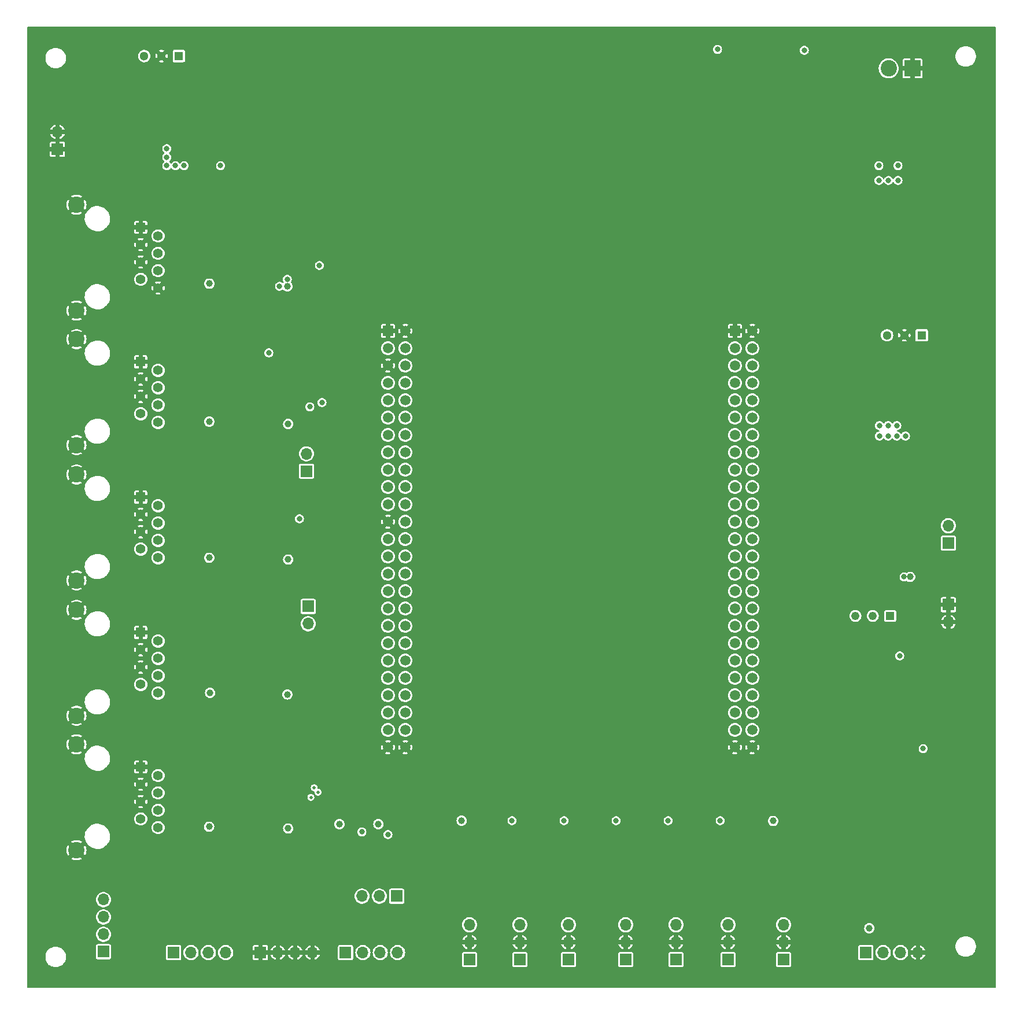
<source format=gbr>
%TF.GenerationSoftware,KiCad,Pcbnew,7.0.8*%
%TF.CreationDate,2023-12-10T21:55:31+01:00*%
%TF.ProjectId,stm_bob,73746d5f-626f-4622-9e6b-696361645f70,rev?*%
%TF.SameCoordinates,Original*%
%TF.FileFunction,Copper,L2,Inr*%
%TF.FilePolarity,Positive*%
%FSLAX46Y46*%
G04 Gerber Fmt 4.6, Leading zero omitted, Abs format (unit mm)*
G04 Created by KiCad (PCBNEW 7.0.8) date 2023-12-10 21:55:31*
%MOMM*%
%LPD*%
G01*
G04 APERTURE LIST*
%TA.AperFunction,ComponentPad*%
%ADD10R,1.700000X1.700000*%
%TD*%
%TA.AperFunction,ComponentPad*%
%ADD11O,1.700000X1.700000*%
%TD*%
%TA.AperFunction,ComponentPad*%
%ADD12R,1.408000X1.408000*%
%TD*%
%TA.AperFunction,ComponentPad*%
%ADD13C,1.408000*%
%TD*%
%TA.AperFunction,ComponentPad*%
%ADD14C,2.400000*%
%TD*%
%TA.AperFunction,ComponentPad*%
%ADD15R,1.508000X1.508000*%
%TD*%
%TA.AperFunction,ComponentPad*%
%ADD16C,1.508000*%
%TD*%
%TA.AperFunction,ComponentPad*%
%ADD17R,2.400000X2.400000*%
%TD*%
%TA.AperFunction,ComponentPad*%
%ADD18R,1.300000X1.300000*%
%TD*%
%TA.AperFunction,ComponentPad*%
%ADD19C,1.300000*%
%TD*%
%TA.AperFunction,ComponentPad*%
%ADD20R,1.218000X1.218000*%
%TD*%
%TA.AperFunction,ComponentPad*%
%ADD21C,1.218000*%
%TD*%
%TA.AperFunction,ViaPad*%
%ADD22C,1.000000*%
%TD*%
%TA.AperFunction,ViaPad*%
%ADD23C,0.800000*%
%TD*%
%TA.AperFunction,ViaPad*%
%ADD24C,0.500000*%
%TD*%
G04 APERTURE END LIST*
D10*
%TO.N,GPIO_E15*%
%TO.C,J9_GPIO1*%
X61087000Y-115189000D03*
D11*
%TO.N,GPIO_B10*%
X61087000Y-117729000D03*
%TD*%
D10*
%TO.N,+12V*%
%TO.C,J5*%
X66558000Y-165862000D03*
D11*
X69098000Y-165862000D03*
X71638000Y-165862000D03*
X74178000Y-165862000D03*
%TD*%
D12*
%TO.N,GND*%
%TO.C,JzAxis1*%
X36576000Y-138684000D03*
D13*
%TO.N,/enableZ_*%
X39116000Y-139954000D03*
%TO.N,GND*%
X36576000Y-141224000D03*
%TO.N,/stepZ_*%
X39116000Y-142494000D03*
%TO.N,GND*%
X36576000Y-143764000D03*
%TO.N,/dirZ_*%
X39116000Y-145034000D03*
%TO.N,error_stepper*%
X36576000Y-146304000D03*
%TO.N,/errorY2_+*%
X39116000Y-147574000D03*
D14*
%TO.N,GND*%
X27176000Y-135379000D03*
X27176000Y-150879000D03*
%TD*%
D10*
%TO.N,GND*%
%TO.C,J4*%
X154813000Y-114935000D03*
D11*
X154813000Y-117475000D03*
%TD*%
D12*
%TO.N,GND*%
%TO.C,Jy1Axis1*%
X36576000Y-99187000D03*
D13*
%TO.N,/enableY1_*%
X39116000Y-100457000D03*
%TO.N,GND*%
X36576000Y-101727000D03*
%TO.N,/stepY1_*%
X39116000Y-102997000D03*
%TO.N,GND*%
X36576000Y-104267000D03*
%TO.N,/dirY1_*%
X39116000Y-105537000D03*
%TO.N,/errorY1_+*%
X36576000Y-106807000D03*
%TO.N,/errorX_+*%
X39116000Y-108077000D03*
D14*
%TO.N,GND*%
X27176000Y-95882000D03*
X27176000Y-111382000D03*
%TD*%
D10*
%TO.N,+5V*%
%TO.C,J2*%
X31115000Y-165735000D03*
D11*
X31115000Y-163195000D03*
X31115000Y-160655000D03*
X31115000Y-158115000D03*
%TD*%
D15*
%TO.N,GND*%
%TO.C,TB1*%
X72771000Y-74855000D03*
D16*
X75311000Y-74855000D03*
%TO.N,VDD*%
X72771000Y-77395000D03*
X75311000Y-77395000D03*
%TO.N,GND*%
X72771000Y-79935000D03*
%TO.N,unconnected-(TB1-NRST-PadP1_6)*%
X75311000Y-79935000D03*
%TO.N,unconnected-(TB1-PC1-PadP1_7)*%
X72771000Y-82475000D03*
%TO.N,unconnected-(TB1-PC0-PadP1_8)*%
X75311000Y-82475000D03*
%TO.N,unconnected-(TB1-PC3-PadP1_9)*%
X72771000Y-85015000D03*
%TO.N,unconnected-(TB1-PC2-PadP1_10)*%
X75311000Y-85015000D03*
%TO.N,dirX*%
X72771000Y-87555000D03*
%TO.N,unconnected-(TB1-PA0-WKUP-PadP1_12)*%
X75311000Y-87555000D03*
%TO.N,dirY1*%
X72771000Y-90095000D03*
%TO.N,dirA*%
X75311000Y-90095000D03*
%TO.N,dirY2*%
X72771000Y-92635000D03*
%TO.N,unconnected-(TB1-PA4-PadP1_16)*%
X75311000Y-92635000D03*
%TO.N,dirZ*%
X72771000Y-95175000D03*
%TO.N,unconnected-(TB1-PA6-PadP1_18)*%
X75311000Y-95175000D03*
%TO.N,unconnected-(TB1-PC5-PadP1_19)*%
X72771000Y-97715000D03*
%TO.N,unconnected-(TB1-PC4-PadP1_20)*%
X75311000Y-97715000D03*
%TO.N,unconnected-(TB1-PB1-PadP1_21)*%
X72771000Y-100255000D03*
%TO.N,unconnected-(TB1-PB0-PadP1_22)*%
X75311000Y-100255000D03*
%TO.N,GND*%
X72771000Y-102795000D03*
%TO.N,unconnected-(TB1-PB2-PadP1_24)*%
X75311000Y-102795000D03*
%TO.N,GPIO_E7*%
X72771000Y-105335000D03*
%TO.N,GPIO_E8*%
X75311000Y-105335000D03*
%TO.N,stepX*%
X72771000Y-107875000D03*
%TO.N,stepZ*%
X75311000Y-107875000D03*
%TO.N,stepY1*%
X72771000Y-110415000D03*
%TO.N,stepA*%
X75311000Y-110415000D03*
%TO.N,stepY2*%
X72771000Y-112955000D03*
%TO.N,unconnected-(TB1-PE14-PadP1_32)*%
X75311000Y-112955000D03*
%TO.N,GPIO_E15*%
X72771000Y-115495000D03*
%TO.N,GPIO_B10*%
X75311000Y-115495000D03*
%TO.N,enableX*%
X72771000Y-118035000D03*
%TO.N,enableA*%
X75311000Y-118035000D03*
%TO.N,enableY1*%
X72771000Y-120575000D03*
%TO.N,enableZ*%
X75311000Y-120575000D03*
%TO.N,enableY2*%
X72771000Y-123115000D03*
%TO.N,unconnected-(TB1-PD8-PadP1_40)*%
X75311000Y-123115000D03*
%TO.N,unconnected-(TB1-PD9-PadP1_41)*%
X72771000Y-125655000D03*
%TO.N,unconnected-(TB1-PD10-PadP1_42)*%
X75311000Y-125655000D03*
%TO.N,error_stepper*%
X72771000Y-128195000D03*
%TO.N,unconnected-(TB1-PD12-PadP1_44)*%
X75311000Y-128195000D03*
%TO.N,unconnected-(TB1-PD13-PadP1_45)*%
X72771000Y-130735000D03*
%TO.N,unconnected-(TB1-PD14-PadP1_46)*%
X75311000Y-130735000D03*
%TO.N,unconnected-(TB1-PD15-PadP1_47)*%
X72771000Y-133275000D03*
%TO.N,N/C*%
X75311000Y-133275000D03*
%TO.N,GND*%
X72771000Y-135815000D03*
X75311000Y-135815000D03*
D15*
X123571000Y-74855000D03*
D16*
X126111000Y-74855000D03*
%TO.N,+5V*%
X123571000Y-77395000D03*
X126111000Y-77395000D03*
%TO.N,+3V3*%
X123571000Y-79935000D03*
X126111000Y-79935000D03*
%TO.N,unconnected-(TB1-PH0-PadP2_7)*%
X123571000Y-82475000D03*
%TO.N,unconnected-(TB1-PH1-PadP2_8)*%
X126111000Y-82475000D03*
%TO.N,unconnected-(TB1-PC14-PadP2_9)*%
X123571000Y-85015000D03*
%TO.N,unconnected-(TB1-PC15-PadP2_10)*%
X126111000Y-85015000D03*
%TO.N,LED1*%
X123571000Y-87555000D03*
%TO.N,LED2*%
X126111000Y-87555000D03*
%TO.N,SpindleOverload*%
X123571000Y-90095000D03*
%TO.N,SpindlePWM*%
X126111000Y-90095000D03*
%TO.N,SpindleEnable*%
X123571000Y-92635000D03*
%TO.N,unconnected-(TB1-PE3-PadP2_16)*%
X126111000Y-92635000D03*
%TO.N,unconnected-(TB1-PE0-PadP2_17)*%
X123571000Y-95175000D03*
%TO.N,unconnected-(TB1-PE1-PadP2_18)*%
X126111000Y-95175000D03*
%TO.N,I2C_SDA*%
X123571000Y-97715000D03*
%TO.N,I2C_SCL*%
X126111000Y-97715000D03*
%TO.N,unconnected-(TB1-BOOT0-PadP2_21)*%
X123571000Y-100255000D03*
%TO.N,VDD*%
X126111000Y-100255000D03*
%TO.N,unconnected-(TB1-PB6-PadP2_23)*%
X123571000Y-102795000D03*
%TO.N,SPI_MISO*%
X126111000Y-102795000D03*
%TO.N,unconnected-(TB1-PB4-PadP2_25)*%
X123571000Y-105335000D03*
%TO.N,SPI_MOSI*%
X126111000Y-105335000D03*
%TO.N,unconnected-(TB1-PD7-PadP2_27)*%
X123571000Y-107875000D03*
%TO.N,SPI_SCK*%
X126111000Y-107875000D03*
%TO.N,unconnected-(TB1-PD5-PadP2_29)*%
X123571000Y-110415000D03*
%TO.N,unconnected-(TB1-PD6-PadP2_30)*%
X126111000Y-110415000D03*
%TO.N,unconnected-(TB1-PD3-PadP2_31)*%
X123571000Y-112955000D03*
%TO.N,unconnected-(TB1-PD4-PadP2_32)*%
X126111000Y-112955000D03*
%TO.N,FeedHold*%
X123571000Y-115495000D03*
%TO.N,Reset*%
X126111000Y-115495000D03*
%TO.N,unconnected-(TB1-PC12-PadP2_35)*%
X123571000Y-118035000D03*
%TO.N,CycleStart*%
X126111000Y-118035000D03*
%TO.N,unconnected-(TB1-PC10-PadP2_37)*%
X123571000Y-120575000D03*
%TO.N,limitA*%
X126111000Y-120575000D03*
%TO.N,unconnected-(TB1-PA14-PadP2_39)*%
X123571000Y-123115000D03*
%TO.N,GPIO1*%
X126111000Y-123115000D03*
%TO.N,unconnected-(TB1-PA10-PadP2_41)*%
X123571000Y-125655000D03*
%TO.N,Probe*%
X126111000Y-125655000D03*
%TO.N,unconnected-(TB1-PA8-PadP2_43)*%
X123571000Y-128195000D03*
%TO.N,unconnected-(TB1-PA9-PadP2_44)*%
X126111000Y-128195000D03*
%TO.N,limitX*%
X123571000Y-130735000D03*
%TO.N,limitZ*%
X126111000Y-130735000D03*
%TO.N,limitY1*%
X123571000Y-133275000D03*
%TO.N,limitY2*%
X126111000Y-133275000D03*
%TO.N,GND*%
X123571000Y-135815000D03*
X126111000Y-135815000D03*
%TD*%
D10*
%TO.N,SPI_SCK*%
%TO.C,J11_SPI1*%
X74041000Y-157607000D03*
D11*
%TO.N,SPI_MOSI*%
X71501000Y-157607000D03*
%TO.N,SPI_MISO*%
X68961000Y-157607000D03*
%TD*%
D17*
%TO.N,GND*%
%TO.C,J1*%
X149578000Y-36422000D03*
D14*
%TO.N,+12V*%
X146078000Y-36422000D03*
%TD*%
D10*
%TO.N,+12V*%
%TO.C,JlimA1*%
X130683000Y-166878000D03*
D11*
%TO.N,GND*%
X130683000Y-164338000D03*
%TO.N,Net-(JlimA1-Pin_3)*%
X130683000Y-161798000D03*
%TD*%
D10*
%TO.N,+12V*%
%TO.C,JlimX1*%
X92075000Y-166878000D03*
D11*
%TO.N,GND*%
X92075000Y-164338000D03*
%TO.N,Net-(JlimX1-Pin_3)*%
X92075000Y-161798000D03*
%TD*%
D10*
%TO.N,+12V*%
%TO.C,JlimY2*%
X99187000Y-166878000D03*
D11*
%TO.N,GND*%
X99187000Y-164338000D03*
%TO.N,Net-(JlimY2-Pin_3)*%
X99187000Y-161798000D03*
%TD*%
D10*
%TO.N,+12V*%
%TO.C,JlimZ1*%
X84709000Y-166878000D03*
D11*
%TO.N,GND*%
X84709000Y-164338000D03*
%TO.N,Net-(JlimZ1-Pin_3)*%
X84709000Y-161798000D03*
%TD*%
D12*
%TO.N,GND*%
%TO.C,JxAxis1*%
X36576000Y-79375000D03*
D13*
%TO.N,/enableX_*%
X39116000Y-80645000D03*
%TO.N,GND*%
X36576000Y-81915000D03*
%TO.N,/stepX_*%
X39116000Y-83185000D03*
%TO.N,GND*%
X36576000Y-84455000D03*
%TO.N,/dirX_*%
X39116000Y-85725000D03*
%TO.N,/errorX_+*%
X36576000Y-86995000D03*
%TO.N,/errorA_+*%
X39116000Y-88265000D03*
D14*
%TO.N,GND*%
X27176000Y-76070000D03*
X27176000Y-91570000D03*
%TD*%
D10*
%TO.N,+3V3*%
%TO.C,J3*%
X41402000Y-165862000D03*
D11*
X43942000Y-165862000D03*
X46482000Y-165862000D03*
X49022000Y-165862000D03*
%TD*%
D10*
%TO.N,+12V*%
%TO.C,JProbe1*%
X114935000Y-166878000D03*
D11*
%TO.N,GND*%
X114935000Y-164338000D03*
%TO.N,Net-(JProbe1-Pin_3)*%
X114935000Y-161798000D03*
%TD*%
D12*
%TO.N,GND*%
%TO.C,Jy2Axis1*%
X36576000Y-118999000D03*
D13*
%TO.N,/enableY2_*%
X39116000Y-120269000D03*
%TO.N,GND*%
X36576000Y-121539000D03*
%TO.N,/stepY2_*%
X39116000Y-122809000D03*
%TO.N,GND*%
X36576000Y-124079000D03*
%TO.N,/dirY2_*%
X39116000Y-125349000D03*
%TO.N,/errorY2_+*%
X36576000Y-126619000D03*
%TO.N,/errorY1_+*%
X39116000Y-127889000D03*
D14*
%TO.N,GND*%
X27176000Y-115694000D03*
X27176000Y-131194000D03*
%TD*%
D12*
%TO.N,GND*%
%TO.C,JAxisA1*%
X36576000Y-59690000D03*
D13*
%TO.N,/enableA_*%
X39116000Y-60960000D03*
%TO.N,GND*%
X36576000Y-62230000D03*
%TO.N,/stepA_*%
X39116000Y-63500000D03*
%TO.N,GND*%
X36576000Y-64770000D03*
%TO.N,/dirA_*%
X39116000Y-66040000D03*
%TO.N,/errorA_+*%
X36576000Y-67310000D03*
%TO.N,GND*%
X39116000Y-68580000D03*
D14*
X27176000Y-56385000D03*
X27176000Y-71885000D03*
%TD*%
D10*
%TO.N,I2C_SDA*%
%TO.C,JI2C1*%
X154813000Y-105918000D03*
D11*
%TO.N,I2C_SCL*%
X154813000Y-103378000D03*
%TD*%
D10*
%TO.N,GND*%
%TO.C,J6*%
X54102000Y-165862000D03*
D11*
X56642000Y-165862000D03*
X59182000Y-165862000D03*
X61722000Y-165862000D03*
%TD*%
D18*
%TO.N,Net-(U5V+1-+VIN)*%
%TO.C,U5V+1*%
X42164000Y-34616500D03*
D19*
%TO.N,GND*%
X39624000Y-34616500D03*
%TO.N,+5V*%
X37084000Y-34616500D03*
%TD*%
D18*
%TO.N,Net-(U3V3+1-+VIN)*%
%TO.C,U3V3+1*%
X150922398Y-75500537D03*
D19*
%TO.N,GND*%
X148382398Y-75500537D03*
%TO.N,+3V3*%
X145842398Y-75500537D03*
%TD*%
D10*
%TO.N,GPIO_E7*%
%TO.C,J10_GPIO1*%
X60833000Y-95382000D03*
D11*
%TO.N,GPIO_E8*%
X60833000Y-92842000D03*
%TD*%
D10*
%TO.N,Net-(JPvMaffel1-Pin_1)*%
%TO.C,JPvMaffel1*%
X142748000Y-165862000D03*
D11*
%TO.N,Upv_maffel*%
X145288000Y-165862000D03*
%TO.N,Uo_overload*%
X147828000Y-165862000D03*
%TO.N,GND*%
X150368000Y-165862000D03*
%TD*%
D10*
%TO.N,GND*%
%TO.C,J7*%
X24384000Y-48260000D03*
D11*
X24384000Y-45720000D03*
%TD*%
D20*
%TO.N,Net-(R20-Pad2)*%
%TO.C,RV1*%
X146302580Y-116575882D03*
D21*
X143762580Y-116575882D03*
%TO.N,Net-(U9B--)*%
X141222580Y-116575882D03*
%TD*%
D10*
%TO.N,+12V*%
%TO.C,JlimY1*%
X107569000Y-166878000D03*
D11*
%TO.N,GND*%
X107569000Y-164338000D03*
%TO.N,Net-(JlimY1-Pin_3)*%
X107569000Y-161798000D03*
%TD*%
D10*
%TO.N,+12V*%
%TO.C,JGpio1*%
X122555000Y-166878000D03*
D11*
%TO.N,GND*%
X122555000Y-164338000D03*
%TO.N,Net-(JGpio1-Pin_3)*%
X122555000Y-161798000D03*
%TD*%
D22*
%TO.N,+12V*%
X143256000Y-162306000D03*
D23*
X147701000Y-122428000D03*
X146050000Y-52832000D03*
X144653000Y-50673000D03*
X148336000Y-110871000D03*
X144653000Y-52832000D03*
D22*
X149225000Y-110871000D03*
D23*
X147447000Y-52832000D03*
X147447000Y-50673000D03*
D24*
%TO.N,dirZ*%
X61482986Y-143139414D03*
D23*
%TO.N,stepX*%
X55321200Y-78079600D03*
D24*
%TO.N,stepZ*%
X62534800Y-142392400D03*
D23*
%TO.N,stepA*%
X62738000Y-65278000D03*
%TO.N,enableX*%
X61341000Y-85979000D03*
%TO.N,enableA*%
X63119000Y-85344000D03*
%TO.N,enableY1*%
X59817000Y-102362000D03*
D24*
%TO.N,enableZ*%
X61976000Y-141732000D03*
D22*
%TO.N,+5V*%
X46609000Y-108077000D03*
X46615350Y-67945000D03*
D23*
X42926000Y-50673000D03*
X40386000Y-50673000D03*
X48260000Y-50673000D03*
X40386000Y-49439500D03*
D22*
X46736000Y-127838000D03*
D23*
X40386000Y-48169500D03*
X41656000Y-50673000D03*
D22*
X46615350Y-88138000D03*
X46583600Y-147447000D03*
D23*
%TO.N,+3V3*%
X56896000Y-68326000D03*
X106172000Y-146558000D03*
X147269200Y-90246200D03*
D22*
X58166000Y-147701000D03*
X58039000Y-68326000D03*
X65659000Y-147066000D03*
D23*
X151130000Y-136017000D03*
X147269200Y-88722200D03*
X144729200Y-88722200D03*
D22*
X58166000Y-88493600D03*
D23*
X144729200Y-90246200D03*
D22*
X71374000Y-147066000D03*
D23*
X58039000Y-67310000D03*
X98552000Y-146558000D03*
D22*
X129160732Y-146600910D03*
D23*
X113792000Y-146558000D03*
D22*
X83566000Y-146558000D03*
D23*
X145999200Y-88722200D03*
X121412000Y-146558000D03*
D22*
X58039000Y-128066600D03*
D23*
X90932000Y-146558000D03*
X148539200Y-90246200D03*
D22*
X58166000Y-108331000D03*
D23*
X145999200Y-90246200D03*
%TO.N,LED1*%
X121031000Y-33655000D03*
%TO.N,LED2*%
X133731000Y-33782000D03*
%TO.N,SPI_MOSI*%
X72771000Y-148590000D03*
%TO.N,SPI_MISO*%
X68961000Y-148209000D03*
%TO.N,GND*%
X138938000Y-105664000D03*
X56134000Y-98933000D03*
X140970000Y-97663000D03*
X49530000Y-79375000D03*
X141183949Y-100836634D03*
X60198000Y-105918000D03*
D22*
X46990000Y-45629500D03*
D23*
X123698000Y-33782000D03*
D22*
X154305000Y-87376000D03*
D23*
X53213000Y-61468000D03*
X72771000Y-72644000D03*
X139700000Y-140208000D03*
X53975000Y-66802000D03*
X44069000Y-146558000D03*
X157561110Y-147576782D03*
X53721000Y-126822000D03*
X51847750Y-66802000D03*
X149987000Y-116586000D03*
D22*
X155321000Y-87376000D03*
D23*
X129667000Y-113030000D03*
X151852000Y-157734000D03*
D22*
X151943689Y-58609026D03*
D23*
X126111000Y-72517000D03*
X136947351Y-152305162D03*
X85852000Y-125857000D03*
D22*
X138557000Y-35433000D03*
X156274973Y-66531269D03*
D23*
X53848000Y-87249000D03*
X75311000Y-72644000D03*
X52832000Y-141732000D03*
X53848000Y-146431000D03*
D22*
X60960000Y-41529000D03*
D23*
X51816000Y-87249000D03*
X157226000Y-109347000D03*
X49276000Y-98552000D03*
X110363000Y-33655000D03*
X53879750Y-107061000D03*
X152781000Y-100584000D03*
X51816000Y-146431000D03*
X139446000Y-129413000D03*
X119380000Y-125603000D03*
X31115000Y-43942000D03*
X147447000Y-109093000D03*
X56134000Y-79375000D03*
D22*
X53086000Y-46609000D03*
D23*
X51847750Y-107086400D03*
X152654000Y-133858000D03*
X123571000Y-72517000D03*
X53086000Y-121793000D03*
X156337000Y-132969000D03*
D22*
X154305000Y-88519000D03*
X154305000Y-86360000D03*
D23*
X51740500Y-126822000D03*
X152146000Y-142113000D03*
%TD*%
%TA.AperFunction,Conductor*%
%TO.N,GND*%
G36*
X161745455Y-30371486D02*
G01*
X161787261Y-30419733D01*
X161797500Y-30466800D01*
X161797500Y-170955200D01*
X161779514Y-171016455D01*
X161731267Y-171058261D01*
X161684200Y-171068500D01*
X20052800Y-171068500D01*
X19991545Y-171050514D01*
X19949739Y-171002267D01*
X19939500Y-170955200D01*
X19939500Y-166622335D01*
X22629500Y-166622335D01*
X22668315Y-166854946D01*
X22670430Y-166867617D01*
X22751174Y-167102816D01*
X22869524Y-167321507D01*
X22869529Y-167321514D01*
X23022259Y-167517741D01*
X23022262Y-167517744D01*
X23205215Y-167686164D01*
X23307616Y-167753066D01*
X23413395Y-167822174D01*
X23413396Y-167822175D01*
X23538476Y-167877039D01*
X23641119Y-167922063D01*
X23641124Y-167922064D01*
X23641126Y-167922065D01*
X23821457Y-167967731D01*
X23882179Y-167983108D01*
X24067933Y-167998500D01*
X24067938Y-167998500D01*
X24192062Y-167998500D01*
X24192067Y-167998500D01*
X24377821Y-167983108D01*
X24618881Y-167922063D01*
X24801726Y-167841859D01*
X24846603Y-167822175D01*
X24846603Y-167822174D01*
X24846607Y-167822173D01*
X24952382Y-167753067D01*
X83604500Y-167753067D01*
X83619266Y-167827301D01*
X83619266Y-167827302D01*
X83675514Y-167911483D01*
X83675516Y-167911485D01*
X83759694Y-167967731D01*
X83759696Y-167967732D01*
X83759699Y-167967734D01*
X83833933Y-167982500D01*
X85584066Y-167982499D01*
X85584067Y-167982499D01*
X85596382Y-167980049D01*
X85658301Y-167967734D01*
X85742484Y-167911484D01*
X85798734Y-167827301D01*
X85813500Y-167753067D01*
X90970500Y-167753067D01*
X90985266Y-167827301D01*
X90985266Y-167827302D01*
X91041514Y-167911483D01*
X91041516Y-167911485D01*
X91125694Y-167967731D01*
X91125696Y-167967732D01*
X91125699Y-167967734D01*
X91199933Y-167982500D01*
X92950066Y-167982499D01*
X92950067Y-167982499D01*
X92962382Y-167980049D01*
X93024301Y-167967734D01*
X93108484Y-167911484D01*
X93164734Y-167827301D01*
X93179500Y-167753067D01*
X98082500Y-167753067D01*
X98097266Y-167827301D01*
X98097266Y-167827302D01*
X98153514Y-167911483D01*
X98153516Y-167911485D01*
X98237694Y-167967731D01*
X98237696Y-167967732D01*
X98237699Y-167967734D01*
X98311933Y-167982500D01*
X100062066Y-167982499D01*
X100062067Y-167982499D01*
X100074382Y-167980049D01*
X100136301Y-167967734D01*
X100220484Y-167911484D01*
X100276734Y-167827301D01*
X100291500Y-167753067D01*
X106464500Y-167753067D01*
X106479266Y-167827301D01*
X106479266Y-167827302D01*
X106535514Y-167911483D01*
X106535516Y-167911485D01*
X106619694Y-167967731D01*
X106619696Y-167967732D01*
X106619699Y-167967734D01*
X106693933Y-167982500D01*
X108444066Y-167982499D01*
X108444067Y-167982499D01*
X108456382Y-167980049D01*
X108518301Y-167967734D01*
X108602484Y-167911484D01*
X108658734Y-167827301D01*
X108673500Y-167753067D01*
X113830500Y-167753067D01*
X113845266Y-167827301D01*
X113845266Y-167827302D01*
X113901514Y-167911483D01*
X113901516Y-167911485D01*
X113985694Y-167967731D01*
X113985696Y-167967732D01*
X113985699Y-167967734D01*
X114059933Y-167982500D01*
X115810066Y-167982499D01*
X115810067Y-167982499D01*
X115822382Y-167980049D01*
X115884301Y-167967734D01*
X115968484Y-167911484D01*
X116024734Y-167827301D01*
X116039500Y-167753067D01*
X121450500Y-167753067D01*
X121465266Y-167827301D01*
X121465266Y-167827302D01*
X121521514Y-167911483D01*
X121521516Y-167911485D01*
X121605694Y-167967731D01*
X121605696Y-167967732D01*
X121605699Y-167967734D01*
X121679933Y-167982500D01*
X123430066Y-167982499D01*
X123430067Y-167982499D01*
X123442382Y-167980049D01*
X123504301Y-167967734D01*
X123588484Y-167911484D01*
X123644734Y-167827301D01*
X123659500Y-167753067D01*
X129578500Y-167753067D01*
X129593266Y-167827301D01*
X129593266Y-167827302D01*
X129649514Y-167911483D01*
X129649516Y-167911485D01*
X129733694Y-167967731D01*
X129733696Y-167967732D01*
X129733699Y-167967734D01*
X129807933Y-167982500D01*
X131558066Y-167982499D01*
X131558067Y-167982499D01*
X131570382Y-167980049D01*
X131632301Y-167967734D01*
X131716484Y-167911484D01*
X131772734Y-167827301D01*
X131787500Y-167753067D01*
X131787499Y-166737067D01*
X141643500Y-166737067D01*
X141658266Y-166811301D01*
X141658266Y-166811302D01*
X141714514Y-166895483D01*
X141714516Y-166895485D01*
X141798694Y-166951731D01*
X141798696Y-166951732D01*
X141798699Y-166951734D01*
X141872933Y-166966500D01*
X143623066Y-166966499D01*
X143623067Y-166966499D01*
X143635382Y-166964049D01*
X143697301Y-166951734D01*
X143781484Y-166895484D01*
X143781726Y-166895123D01*
X143837731Y-166811305D01*
X143837733Y-166811302D01*
X143837734Y-166811301D01*
X143852500Y-166737067D01*
X143852499Y-165862000D01*
X144178768Y-165862000D01*
X144197655Y-166065822D01*
X144253673Y-166262704D01*
X144344909Y-166445929D01*
X144344913Y-166445936D01*
X144468266Y-166609283D01*
X144619534Y-166747183D01*
X144619536Y-166747184D01*
X144619538Y-166747186D01*
X144793573Y-166854944D01*
X144984444Y-166928888D01*
X145185653Y-166966500D01*
X145185656Y-166966500D01*
X145390344Y-166966500D01*
X145390347Y-166966500D01*
X145591556Y-166928888D01*
X145782427Y-166854944D01*
X145956462Y-166747186D01*
X146107732Y-166609285D01*
X146231088Y-166445935D01*
X146322328Y-166262701D01*
X146378345Y-166065821D01*
X146397232Y-165862000D01*
X146718768Y-165862000D01*
X146737655Y-166065822D01*
X146793673Y-166262704D01*
X146884909Y-166445929D01*
X146884913Y-166445936D01*
X147008266Y-166609283D01*
X147159534Y-166747183D01*
X147159536Y-166747184D01*
X147159538Y-166747186D01*
X147333573Y-166854944D01*
X147524444Y-166928888D01*
X147725653Y-166966500D01*
X147725656Y-166966500D01*
X147930344Y-166966500D01*
X147930347Y-166966500D01*
X148131556Y-166928888D01*
X148322427Y-166854944D01*
X148496462Y-166747186D01*
X148647732Y-166609285D01*
X148771088Y-166445935D01*
X148862328Y-166262701D01*
X148886001Y-166179500D01*
X149310519Y-166179500D01*
X149334141Y-166262521D01*
X149334141Y-166262522D01*
X149425336Y-166445665D01*
X149425340Y-166445672D01*
X149548637Y-166608945D01*
X149699839Y-166746785D01*
X149873794Y-166854492D01*
X149873802Y-166854496D01*
X150050500Y-166922949D01*
X150050500Y-166248479D01*
X150094900Y-166286952D01*
X150225685Y-166346680D01*
X150332237Y-166362000D01*
X150403763Y-166362000D01*
X150510315Y-166346680D01*
X150641100Y-166286952D01*
X150685500Y-166248479D01*
X150685500Y-166922949D01*
X150862197Y-166854496D01*
X150862205Y-166854492D01*
X151036160Y-166746785D01*
X151187362Y-166608945D01*
X151310659Y-166445672D01*
X151310663Y-166445665D01*
X151401858Y-166262522D01*
X151401858Y-166262521D01*
X151425481Y-166179500D01*
X150758307Y-166179500D01*
X150827493Y-166071844D01*
X150868000Y-165933889D01*
X150868000Y-165790111D01*
X150827493Y-165652156D01*
X150758307Y-165544500D01*
X151425480Y-165544500D01*
X151401858Y-165461478D01*
X151401858Y-165461477D01*
X151310663Y-165278334D01*
X151310659Y-165278327D01*
X151187362Y-165115054D01*
X151167925Y-165097335D01*
X155852500Y-165097335D01*
X155891406Y-165330492D01*
X155893430Y-165342617D01*
X155974174Y-165577816D01*
X156092524Y-165796507D01*
X156092529Y-165796514D01*
X156245259Y-165992741D01*
X156245262Y-165992744D01*
X156428215Y-166161164D01*
X156583634Y-166262704D01*
X156636395Y-166297174D01*
X156636396Y-166297175D01*
X156749257Y-166346680D01*
X156864119Y-166397063D01*
X156864124Y-166397064D01*
X156864126Y-166397065D01*
X157057085Y-166445929D01*
X157105179Y-166458108D01*
X157290933Y-166473500D01*
X157290938Y-166473500D01*
X157415062Y-166473500D01*
X157415067Y-166473500D01*
X157600821Y-166458108D01*
X157841881Y-166397063D01*
X158024726Y-166316859D01*
X158069603Y-166297175D01*
X158069603Y-166297174D01*
X158069607Y-166297173D01*
X158277785Y-166161164D01*
X158460738Y-165992744D01*
X158613474Y-165796509D01*
X158679510Y-165674485D01*
X158731825Y-165577816D01*
X158731825Y-165577814D01*
X158731828Y-165577810D01*
X158812571Y-165342614D01*
X158853500Y-165097335D01*
X158853500Y-164848665D01*
X158812571Y-164603386D01*
X158731828Y-164368190D01*
X158731826Y-164368186D01*
X158731825Y-164368183D01*
X158613475Y-164149492D01*
X158613470Y-164149485D01*
X158460740Y-163953258D01*
X158460736Y-163953254D01*
X158444948Y-163938721D01*
X158277785Y-163784836D01*
X158069607Y-163648827D01*
X158069604Y-163648825D01*
X158069603Y-163648824D01*
X157841881Y-163548937D01*
X157841873Y-163548934D01*
X157600820Y-163487891D01*
X157472864Y-163477289D01*
X157415067Y-163472500D01*
X157290933Y-163472500D01*
X157236521Y-163477008D01*
X157105179Y-163487891D01*
X156864126Y-163548934D01*
X156864118Y-163548937D01*
X156636396Y-163648824D01*
X156636395Y-163648825D01*
X156428220Y-163784832D01*
X156428217Y-163784834D01*
X156428215Y-163784836D01*
X156353822Y-163853320D01*
X156245263Y-163953254D01*
X156245259Y-163953258D01*
X156092529Y-164149485D01*
X156092524Y-164149492D01*
X155974174Y-164368183D01*
X155893430Y-164603382D01*
X155893429Y-164603386D01*
X155852500Y-164848665D01*
X155852500Y-165097335D01*
X151167925Y-165097335D01*
X151036160Y-164977214D01*
X150862205Y-164869507D01*
X150862197Y-164869503D01*
X150685500Y-164801050D01*
X150685500Y-165475520D01*
X150641100Y-165437048D01*
X150510315Y-165377320D01*
X150403763Y-165362000D01*
X150332237Y-165362000D01*
X150225685Y-165377320D01*
X150094900Y-165437048D01*
X150050500Y-165475520D01*
X150050500Y-164801050D01*
X149873802Y-164869503D01*
X149873794Y-164869507D01*
X149699839Y-164977214D01*
X149548637Y-165115054D01*
X149425340Y-165278327D01*
X149425336Y-165278334D01*
X149334141Y-165461477D01*
X149334141Y-165461478D01*
X149310519Y-165544500D01*
X149977693Y-165544500D01*
X149908507Y-165652156D01*
X149868000Y-165790111D01*
X149868000Y-165933889D01*
X149908507Y-166071844D01*
X149977693Y-166179500D01*
X149310519Y-166179500D01*
X148886001Y-166179500D01*
X148918345Y-166065821D01*
X148937232Y-165862000D01*
X148918345Y-165658179D01*
X148862328Y-165461299D01*
X148771088Y-165278065D01*
X148647732Y-165114715D01*
X148603001Y-165073937D01*
X148496465Y-164976816D01*
X148496462Y-164976814D01*
X148322427Y-164869056D01*
X148322423Y-164869054D01*
X148322421Y-164869053D01*
X148131556Y-164795112D01*
X147930347Y-164757500D01*
X147725653Y-164757500D01*
X147574826Y-164785694D01*
X147524443Y-164795112D01*
X147333578Y-164869053D01*
X147333575Y-164869055D01*
X147159534Y-164976816D01*
X147008266Y-165114716D01*
X146884913Y-165278063D01*
X146884909Y-165278070D01*
X146793673Y-165461295D01*
X146737655Y-165658177D01*
X146718768Y-165862000D01*
X146397232Y-165862000D01*
X146378345Y-165658179D01*
X146322328Y-165461299D01*
X146231088Y-165278065D01*
X146107732Y-165114715D01*
X146063001Y-165073937D01*
X145956465Y-164976816D01*
X145956462Y-164976814D01*
X145782427Y-164869056D01*
X145782423Y-164869054D01*
X145782421Y-164869053D01*
X145591556Y-164795112D01*
X145390347Y-164757500D01*
X145185653Y-164757500D01*
X145034826Y-164785694D01*
X144984443Y-164795112D01*
X144793578Y-164869053D01*
X144793575Y-164869055D01*
X144619534Y-164976816D01*
X144468266Y-165114716D01*
X144344913Y-165278063D01*
X144344909Y-165278070D01*
X144253673Y-165461295D01*
X144197655Y-165658177D01*
X144178768Y-165862000D01*
X143852499Y-165862000D01*
X143852499Y-164986934D01*
X143837734Y-164912699D01*
X143808874Y-164869507D01*
X143781485Y-164828516D01*
X143781483Y-164828514D01*
X143697305Y-164772268D01*
X143697299Y-164772265D01*
X143623067Y-164757500D01*
X141872932Y-164757500D01*
X141798698Y-164772266D01*
X141798697Y-164772266D01*
X141714516Y-164828514D01*
X141714514Y-164828516D01*
X141658268Y-164912694D01*
X141658265Y-164912700D01*
X141643500Y-164986929D01*
X141643500Y-166737067D01*
X131787499Y-166737067D01*
X131787499Y-166002934D01*
X131785472Y-165992745D01*
X131773766Y-165933889D01*
X131772734Y-165928699D01*
X131772731Y-165928694D01*
X131716485Y-165844516D01*
X131716483Y-165844514D01*
X131632305Y-165788268D01*
X131632299Y-165788265D01*
X131558067Y-165773500D01*
X129807932Y-165773500D01*
X129733698Y-165788266D01*
X129733697Y-165788266D01*
X129649516Y-165844514D01*
X129649514Y-165844516D01*
X129593268Y-165928694D01*
X129593265Y-165928700D01*
X129578500Y-166002929D01*
X129578500Y-167753067D01*
X123659500Y-167753067D01*
X123659499Y-166002934D01*
X123657472Y-165992745D01*
X123645766Y-165933889D01*
X123644734Y-165928699D01*
X123644731Y-165928694D01*
X123588485Y-165844516D01*
X123588483Y-165844514D01*
X123504305Y-165788268D01*
X123504299Y-165788265D01*
X123430067Y-165773500D01*
X121679932Y-165773500D01*
X121605698Y-165788266D01*
X121605697Y-165788266D01*
X121521516Y-165844514D01*
X121521514Y-165844516D01*
X121465268Y-165928694D01*
X121465265Y-165928700D01*
X121450500Y-166002929D01*
X121450500Y-167753067D01*
X116039500Y-167753067D01*
X116039499Y-166002934D01*
X116037472Y-165992745D01*
X116025766Y-165933889D01*
X116024734Y-165928699D01*
X116024731Y-165928694D01*
X115968485Y-165844516D01*
X115968483Y-165844514D01*
X115884305Y-165788268D01*
X115884299Y-165788265D01*
X115810067Y-165773500D01*
X114059932Y-165773500D01*
X113985698Y-165788266D01*
X113985697Y-165788266D01*
X113901516Y-165844514D01*
X113901514Y-165844516D01*
X113845268Y-165928694D01*
X113845265Y-165928700D01*
X113830500Y-166002929D01*
X113830500Y-167753067D01*
X108673500Y-167753067D01*
X108673499Y-166002934D01*
X108671472Y-165992745D01*
X108659766Y-165933889D01*
X108658734Y-165928699D01*
X108658731Y-165928694D01*
X108602485Y-165844516D01*
X108602483Y-165844514D01*
X108518305Y-165788268D01*
X108518299Y-165788265D01*
X108444067Y-165773500D01*
X106693932Y-165773500D01*
X106619698Y-165788266D01*
X106619697Y-165788266D01*
X106535516Y-165844514D01*
X106535514Y-165844516D01*
X106479268Y-165928694D01*
X106479265Y-165928700D01*
X106464500Y-166002929D01*
X106464500Y-167753067D01*
X100291500Y-167753067D01*
X100291499Y-166002934D01*
X100289472Y-165992745D01*
X100277766Y-165933889D01*
X100276734Y-165928699D01*
X100276731Y-165928694D01*
X100220485Y-165844516D01*
X100220483Y-165844514D01*
X100136305Y-165788268D01*
X100136299Y-165788265D01*
X100062067Y-165773500D01*
X98311932Y-165773500D01*
X98237698Y-165788266D01*
X98237697Y-165788266D01*
X98153516Y-165844514D01*
X98153514Y-165844516D01*
X98097268Y-165928694D01*
X98097265Y-165928700D01*
X98082500Y-166002929D01*
X98082500Y-167753067D01*
X93179500Y-167753067D01*
X93179499Y-166002934D01*
X93177472Y-165992745D01*
X93165766Y-165933889D01*
X93164734Y-165928699D01*
X93164731Y-165928694D01*
X93108485Y-165844516D01*
X93108483Y-165844514D01*
X93024305Y-165788268D01*
X93024299Y-165788265D01*
X92950067Y-165773500D01*
X91199932Y-165773500D01*
X91125698Y-165788266D01*
X91125697Y-165788266D01*
X91041516Y-165844514D01*
X91041514Y-165844516D01*
X90985268Y-165928694D01*
X90985265Y-165928700D01*
X90970500Y-166002929D01*
X90970500Y-167753067D01*
X85813500Y-167753067D01*
X85813499Y-166002934D01*
X85811472Y-165992745D01*
X85799766Y-165933889D01*
X85798734Y-165928699D01*
X85798731Y-165928694D01*
X85742485Y-165844516D01*
X85742483Y-165844514D01*
X85658305Y-165788268D01*
X85658299Y-165788265D01*
X85584067Y-165773500D01*
X83833932Y-165773500D01*
X83759698Y-165788266D01*
X83759697Y-165788266D01*
X83675516Y-165844514D01*
X83675514Y-165844516D01*
X83619268Y-165928694D01*
X83619265Y-165928700D01*
X83604500Y-166002929D01*
X83604500Y-167753067D01*
X24952382Y-167753067D01*
X25054785Y-167686164D01*
X25237738Y-167517744D01*
X25390474Y-167321509D01*
X25508828Y-167102810D01*
X25589571Y-166867614D01*
X25630500Y-166622335D01*
X25630500Y-166610067D01*
X30010500Y-166610067D01*
X30025266Y-166684301D01*
X30025266Y-166684302D01*
X30081514Y-166768483D01*
X30081516Y-166768485D01*
X30165694Y-166824731D01*
X30165696Y-166824732D01*
X30165699Y-166824734D01*
X30239933Y-166839500D01*
X31990066Y-166839499D01*
X31990067Y-166839499D01*
X32002382Y-166837049D01*
X32064301Y-166824734D01*
X32148484Y-166768484D01*
X32169475Y-166737070D01*
X32169477Y-166737067D01*
X40297500Y-166737067D01*
X40312266Y-166811301D01*
X40312266Y-166811302D01*
X40368514Y-166895483D01*
X40368516Y-166895485D01*
X40452694Y-166951731D01*
X40452696Y-166951732D01*
X40452699Y-166951734D01*
X40526933Y-166966500D01*
X42277066Y-166966499D01*
X42277067Y-166966499D01*
X42289382Y-166964049D01*
X42351301Y-166951734D01*
X42435484Y-166895484D01*
X42435726Y-166895123D01*
X42491731Y-166811305D01*
X42491733Y-166811302D01*
X42491734Y-166811301D01*
X42506500Y-166737067D01*
X42506499Y-165862000D01*
X42832768Y-165862000D01*
X42851655Y-166065822D01*
X42907673Y-166262704D01*
X42998909Y-166445929D01*
X42998913Y-166445936D01*
X43122266Y-166609283D01*
X43273534Y-166747183D01*
X43273536Y-166747184D01*
X43273538Y-166747186D01*
X43447573Y-166854944D01*
X43638444Y-166928888D01*
X43839653Y-166966500D01*
X43839656Y-166966500D01*
X44044344Y-166966500D01*
X44044347Y-166966500D01*
X44245556Y-166928888D01*
X44436427Y-166854944D01*
X44610462Y-166747186D01*
X44761732Y-166609285D01*
X44885088Y-166445935D01*
X44976328Y-166262701D01*
X45032345Y-166065821D01*
X45051232Y-165862000D01*
X45372768Y-165862000D01*
X45391655Y-166065822D01*
X45447673Y-166262704D01*
X45538909Y-166445929D01*
X45538913Y-166445936D01*
X45662266Y-166609283D01*
X45813534Y-166747183D01*
X45813536Y-166747184D01*
X45813538Y-166747186D01*
X45987573Y-166854944D01*
X46178444Y-166928888D01*
X46379653Y-166966500D01*
X46379656Y-166966500D01*
X46584344Y-166966500D01*
X46584347Y-166966500D01*
X46785556Y-166928888D01*
X46976427Y-166854944D01*
X47150462Y-166747186D01*
X47301732Y-166609285D01*
X47425088Y-166445935D01*
X47516328Y-166262701D01*
X47572345Y-166065821D01*
X47591232Y-165862000D01*
X47912768Y-165862000D01*
X47931655Y-166065822D01*
X47987673Y-166262704D01*
X48078909Y-166445929D01*
X48078913Y-166445936D01*
X48202266Y-166609283D01*
X48353534Y-166747183D01*
X48353536Y-166747184D01*
X48353538Y-166747186D01*
X48527573Y-166854944D01*
X48718444Y-166928888D01*
X48919653Y-166966500D01*
X48919656Y-166966500D01*
X49124344Y-166966500D01*
X49124347Y-166966500D01*
X49325556Y-166928888D01*
X49516427Y-166854944D01*
X49690462Y-166747186D01*
X49841732Y-166609285D01*
X49965088Y-166445935D01*
X50056328Y-166262701D01*
X50112345Y-166065821D01*
X50131232Y-165862000D01*
X50112345Y-165658179D01*
X50080001Y-165544500D01*
X52998000Y-165544500D01*
X53711693Y-165544500D01*
X53642507Y-165652156D01*
X53602000Y-165790111D01*
X53602000Y-165933889D01*
X53642507Y-166071844D01*
X53711693Y-166179500D01*
X52998001Y-166179500D01*
X52998001Y-166737017D01*
X53012736Y-166811102D01*
X53012738Y-166811108D01*
X53068874Y-166895123D01*
X53152893Y-166951262D01*
X53152895Y-166951263D01*
X53226983Y-166965999D01*
X53784499Y-166965999D01*
X53784500Y-166965998D01*
X53784500Y-166248479D01*
X53828900Y-166286952D01*
X53959685Y-166346680D01*
X54066237Y-166362000D01*
X54137763Y-166362000D01*
X54244315Y-166346680D01*
X54375100Y-166286952D01*
X54419500Y-166248479D01*
X54419500Y-166965999D01*
X54977017Y-166965999D01*
X55051102Y-166951263D01*
X55051108Y-166951261D01*
X55135123Y-166895125D01*
X55191262Y-166811106D01*
X55191263Y-166811104D01*
X55205999Y-166737020D01*
X55206000Y-166737012D01*
X55206000Y-166179500D01*
X55584519Y-166179500D01*
X55608141Y-166262521D01*
X55608141Y-166262522D01*
X55699336Y-166445665D01*
X55699340Y-166445672D01*
X55822637Y-166608945D01*
X55973839Y-166746785D01*
X56147794Y-166854492D01*
X56147802Y-166854496D01*
X56324499Y-166922949D01*
X56324500Y-166922949D01*
X56324500Y-166248479D01*
X56368900Y-166286952D01*
X56499685Y-166346680D01*
X56606237Y-166362000D01*
X56677763Y-166362000D01*
X56784315Y-166346680D01*
X56915100Y-166286952D01*
X56959500Y-166248479D01*
X56959500Y-166922949D01*
X57136197Y-166854496D01*
X57136205Y-166854492D01*
X57310160Y-166746785D01*
X57461362Y-166608945D01*
X57584659Y-166445672D01*
X57584663Y-166445665D01*
X57675858Y-166262522D01*
X57675858Y-166262521D01*
X57699481Y-166179500D01*
X58124519Y-166179500D01*
X58148141Y-166262521D01*
X58148141Y-166262522D01*
X58239336Y-166445665D01*
X58239340Y-166445672D01*
X58362637Y-166608945D01*
X58513839Y-166746785D01*
X58687794Y-166854492D01*
X58687802Y-166854496D01*
X58864500Y-166922949D01*
X58864500Y-166248479D01*
X58908900Y-166286952D01*
X59039685Y-166346680D01*
X59146237Y-166362000D01*
X59217763Y-166362000D01*
X59324315Y-166346680D01*
X59455100Y-166286952D01*
X59499500Y-166248479D01*
X59499500Y-166922949D01*
X59676197Y-166854496D01*
X59676205Y-166854492D01*
X59850160Y-166746785D01*
X60001362Y-166608945D01*
X60124659Y-166445672D01*
X60124663Y-166445665D01*
X60215858Y-166262522D01*
X60215858Y-166262521D01*
X60239481Y-166179500D01*
X60664519Y-166179500D01*
X60688141Y-166262521D01*
X60688141Y-166262522D01*
X60779336Y-166445665D01*
X60779340Y-166445672D01*
X60902637Y-166608945D01*
X61053839Y-166746785D01*
X61227794Y-166854492D01*
X61227802Y-166854496D01*
X61404500Y-166922949D01*
X61404500Y-166248479D01*
X61448900Y-166286952D01*
X61579685Y-166346680D01*
X61686237Y-166362000D01*
X61757763Y-166362000D01*
X61864315Y-166346680D01*
X61995100Y-166286952D01*
X62039500Y-166248479D01*
X62039500Y-166922949D01*
X62216197Y-166854496D01*
X62216205Y-166854492D01*
X62390160Y-166746785D01*
X62400820Y-166737067D01*
X65453500Y-166737067D01*
X65468266Y-166811301D01*
X65468266Y-166811302D01*
X65524514Y-166895483D01*
X65524516Y-166895485D01*
X65608694Y-166951731D01*
X65608696Y-166951732D01*
X65608699Y-166951734D01*
X65682933Y-166966500D01*
X67433066Y-166966499D01*
X67433067Y-166966499D01*
X67445382Y-166964049D01*
X67507301Y-166951734D01*
X67591484Y-166895484D01*
X67591726Y-166895123D01*
X67647731Y-166811305D01*
X67647733Y-166811302D01*
X67647734Y-166811301D01*
X67662500Y-166737067D01*
X67662499Y-165862000D01*
X67988768Y-165862000D01*
X68007655Y-166065822D01*
X68063673Y-166262704D01*
X68154909Y-166445929D01*
X68154913Y-166445936D01*
X68278266Y-166609283D01*
X68429534Y-166747183D01*
X68429536Y-166747184D01*
X68429538Y-166747186D01*
X68603573Y-166854944D01*
X68794444Y-166928888D01*
X68995653Y-166966500D01*
X68995656Y-166966500D01*
X69200344Y-166966500D01*
X69200347Y-166966500D01*
X69401556Y-166928888D01*
X69592427Y-166854944D01*
X69766462Y-166747186D01*
X69917732Y-166609285D01*
X70041088Y-166445935D01*
X70132328Y-166262701D01*
X70188345Y-166065821D01*
X70207232Y-165862000D01*
X70528768Y-165862000D01*
X70547655Y-166065822D01*
X70603673Y-166262704D01*
X70694909Y-166445929D01*
X70694913Y-166445936D01*
X70818266Y-166609283D01*
X70969534Y-166747183D01*
X70969536Y-166747184D01*
X70969538Y-166747186D01*
X71143573Y-166854944D01*
X71334444Y-166928888D01*
X71535653Y-166966500D01*
X71535656Y-166966500D01*
X71740344Y-166966500D01*
X71740347Y-166966500D01*
X71941556Y-166928888D01*
X72132427Y-166854944D01*
X72306462Y-166747186D01*
X72457732Y-166609285D01*
X72581088Y-166445935D01*
X72672328Y-166262701D01*
X72728345Y-166065821D01*
X72747232Y-165862000D01*
X73068768Y-165862000D01*
X73087655Y-166065822D01*
X73143673Y-166262704D01*
X73234909Y-166445929D01*
X73234913Y-166445936D01*
X73358266Y-166609283D01*
X73509534Y-166747183D01*
X73509536Y-166747184D01*
X73509538Y-166747186D01*
X73683573Y-166854944D01*
X73874444Y-166928888D01*
X74075653Y-166966500D01*
X74075656Y-166966500D01*
X74280344Y-166966500D01*
X74280347Y-166966500D01*
X74481556Y-166928888D01*
X74672427Y-166854944D01*
X74846462Y-166747186D01*
X74997732Y-166609285D01*
X75121088Y-166445935D01*
X75212328Y-166262701D01*
X75268345Y-166065821D01*
X75287232Y-165862000D01*
X75268345Y-165658179D01*
X75212328Y-165461299D01*
X75121088Y-165278065D01*
X74997732Y-165114715D01*
X74953001Y-165073937D01*
X74846465Y-164976816D01*
X74846462Y-164976814D01*
X74672427Y-164869056D01*
X74672423Y-164869054D01*
X74672421Y-164869053D01*
X74481556Y-164795112D01*
X74280347Y-164757500D01*
X74075653Y-164757500D01*
X73924826Y-164785694D01*
X73874443Y-164795112D01*
X73683578Y-164869053D01*
X73683575Y-164869055D01*
X73509534Y-164976816D01*
X73358266Y-165114716D01*
X73234913Y-165278063D01*
X73234909Y-165278070D01*
X73143673Y-165461295D01*
X73087655Y-165658177D01*
X73068768Y-165862000D01*
X72747232Y-165862000D01*
X72728345Y-165658179D01*
X72672328Y-165461299D01*
X72581088Y-165278065D01*
X72457732Y-165114715D01*
X72413001Y-165073937D01*
X72306465Y-164976816D01*
X72306462Y-164976814D01*
X72132427Y-164869056D01*
X72132423Y-164869054D01*
X72132421Y-164869053D01*
X71941556Y-164795112D01*
X71740347Y-164757500D01*
X71535653Y-164757500D01*
X71384826Y-164785694D01*
X71334443Y-164795112D01*
X71143578Y-164869053D01*
X71143575Y-164869055D01*
X70969534Y-164976816D01*
X70818266Y-165114716D01*
X70694913Y-165278063D01*
X70694909Y-165278070D01*
X70603673Y-165461295D01*
X70547655Y-165658177D01*
X70528768Y-165862000D01*
X70207232Y-165862000D01*
X70188345Y-165658179D01*
X70132328Y-165461299D01*
X70041088Y-165278065D01*
X69917732Y-165114715D01*
X69873001Y-165073937D01*
X69766465Y-164976816D01*
X69766462Y-164976814D01*
X69592427Y-164869056D01*
X69592423Y-164869054D01*
X69592421Y-164869053D01*
X69401556Y-164795112D01*
X69200347Y-164757500D01*
X68995653Y-164757500D01*
X68844826Y-164785694D01*
X68794443Y-164795112D01*
X68603578Y-164869053D01*
X68603575Y-164869055D01*
X68429534Y-164976816D01*
X68278266Y-165114716D01*
X68154913Y-165278063D01*
X68154909Y-165278070D01*
X68063673Y-165461295D01*
X68007655Y-165658177D01*
X67988768Y-165862000D01*
X67662499Y-165862000D01*
X67662499Y-164986934D01*
X67647734Y-164912699D01*
X67618874Y-164869507D01*
X67591485Y-164828516D01*
X67591483Y-164828514D01*
X67507305Y-164772268D01*
X67507299Y-164772265D01*
X67433067Y-164757500D01*
X65682932Y-164757500D01*
X65608698Y-164772266D01*
X65608697Y-164772266D01*
X65524516Y-164828514D01*
X65524514Y-164828516D01*
X65468268Y-164912694D01*
X65468265Y-164912700D01*
X65453500Y-164986929D01*
X65453500Y-166737067D01*
X62400820Y-166737067D01*
X62541362Y-166608945D01*
X62664659Y-166445672D01*
X62664663Y-166445665D01*
X62755858Y-166262522D01*
X62755858Y-166262521D01*
X62779481Y-166179500D01*
X62112307Y-166179500D01*
X62181493Y-166071844D01*
X62222000Y-165933889D01*
X62222000Y-165790111D01*
X62181493Y-165652156D01*
X62112307Y-165544500D01*
X62779480Y-165544500D01*
X62755858Y-165461478D01*
X62755858Y-165461477D01*
X62664663Y-165278334D01*
X62664659Y-165278327D01*
X62541362Y-165115054D01*
X62390160Y-164977214D01*
X62216205Y-164869507D01*
X62216197Y-164869503D01*
X62039500Y-164801050D01*
X62039500Y-165475520D01*
X61995100Y-165437048D01*
X61864315Y-165377320D01*
X61757763Y-165362000D01*
X61686237Y-165362000D01*
X61579685Y-165377320D01*
X61448900Y-165437048D01*
X61404500Y-165475520D01*
X61404500Y-164801050D01*
X61227802Y-164869503D01*
X61227794Y-164869507D01*
X61053839Y-164977214D01*
X60902637Y-165115054D01*
X60779340Y-165278327D01*
X60779336Y-165278334D01*
X60688141Y-165461477D01*
X60688141Y-165461478D01*
X60664519Y-165544500D01*
X61331693Y-165544500D01*
X61262507Y-165652156D01*
X61222000Y-165790111D01*
X61222000Y-165933889D01*
X61262507Y-166071844D01*
X61331693Y-166179500D01*
X60664519Y-166179500D01*
X60239481Y-166179500D01*
X59572307Y-166179500D01*
X59641493Y-166071844D01*
X59682000Y-165933889D01*
X59682000Y-165790111D01*
X59641493Y-165652156D01*
X59572307Y-165544500D01*
X60239480Y-165544500D01*
X60215858Y-165461478D01*
X60215858Y-165461477D01*
X60124663Y-165278334D01*
X60124659Y-165278327D01*
X60001362Y-165115054D01*
X59850160Y-164977214D01*
X59676205Y-164869507D01*
X59676197Y-164869503D01*
X59499500Y-164801050D01*
X59499500Y-165475520D01*
X59455100Y-165437048D01*
X59324315Y-165377320D01*
X59217763Y-165362000D01*
X59146237Y-165362000D01*
X59039685Y-165377320D01*
X58908900Y-165437048D01*
X58864500Y-165475520D01*
X58864500Y-164801050D01*
X58687802Y-164869503D01*
X58687794Y-164869507D01*
X58513839Y-164977214D01*
X58362637Y-165115054D01*
X58239340Y-165278327D01*
X58239336Y-165278334D01*
X58148141Y-165461477D01*
X58148141Y-165461478D01*
X58124519Y-165544500D01*
X58791693Y-165544500D01*
X58722507Y-165652156D01*
X58682000Y-165790111D01*
X58682000Y-165933889D01*
X58722507Y-166071844D01*
X58791693Y-166179500D01*
X58124519Y-166179500D01*
X57699481Y-166179500D01*
X57032307Y-166179500D01*
X57101493Y-166071844D01*
X57142000Y-165933889D01*
X57142000Y-165790111D01*
X57101493Y-165652156D01*
X57032307Y-165544500D01*
X57699480Y-165544500D01*
X57675858Y-165461478D01*
X57675858Y-165461477D01*
X57584663Y-165278334D01*
X57584659Y-165278327D01*
X57461362Y-165115054D01*
X57310160Y-164977214D01*
X57136205Y-164869507D01*
X57136197Y-164869503D01*
X56959500Y-164801050D01*
X56959500Y-165475520D01*
X56915100Y-165437048D01*
X56784315Y-165377320D01*
X56677763Y-165362000D01*
X56606237Y-165362000D01*
X56499685Y-165377320D01*
X56368900Y-165437048D01*
X56324500Y-165475520D01*
X56324500Y-164801050D01*
X56147802Y-164869503D01*
X56147794Y-164869507D01*
X55973839Y-164977214D01*
X55822637Y-165115054D01*
X55699340Y-165278327D01*
X55699336Y-165278334D01*
X55608141Y-165461477D01*
X55608141Y-165461478D01*
X55584519Y-165544500D01*
X56251693Y-165544500D01*
X56182507Y-165652156D01*
X56142000Y-165790111D01*
X56142000Y-165933889D01*
X56182507Y-166071844D01*
X56251693Y-166179500D01*
X55584519Y-166179500D01*
X55206000Y-166179500D01*
X54492307Y-166179500D01*
X54561493Y-166071844D01*
X54602000Y-165933889D01*
X54602000Y-165790111D01*
X54561493Y-165652156D01*
X54492307Y-165544500D01*
X55205999Y-165544500D01*
X55205999Y-164986982D01*
X55191263Y-164912897D01*
X55191261Y-164912891D01*
X55135125Y-164828876D01*
X55051106Y-164772737D01*
X55051104Y-164772736D01*
X54977020Y-164758000D01*
X54419500Y-164758000D01*
X54419500Y-165475520D01*
X54375100Y-165437048D01*
X54244315Y-165377320D01*
X54137763Y-165362000D01*
X54066237Y-165362000D01*
X53959685Y-165377320D01*
X53828900Y-165437048D01*
X53784500Y-165475520D01*
X53784500Y-164758000D01*
X53226982Y-164758000D01*
X53152897Y-164772736D01*
X53152891Y-164772738D01*
X53068876Y-164828874D01*
X53012737Y-164912893D01*
X53012736Y-164912895D01*
X52998000Y-164986979D01*
X52998000Y-165544500D01*
X50080001Y-165544500D01*
X50056328Y-165461299D01*
X49965088Y-165278065D01*
X49841732Y-165114715D01*
X49797001Y-165073937D01*
X49690465Y-164976816D01*
X49690462Y-164976814D01*
X49516427Y-164869056D01*
X49516423Y-164869054D01*
X49516421Y-164869053D01*
X49325556Y-164795112D01*
X49124347Y-164757500D01*
X48919653Y-164757500D01*
X48768826Y-164785694D01*
X48718443Y-164795112D01*
X48527578Y-164869053D01*
X48527575Y-164869055D01*
X48353534Y-164976816D01*
X48202266Y-165114716D01*
X48078913Y-165278063D01*
X48078909Y-165278070D01*
X47987673Y-165461295D01*
X47931655Y-165658177D01*
X47912768Y-165862000D01*
X47591232Y-165862000D01*
X47572345Y-165658179D01*
X47516328Y-165461299D01*
X47425088Y-165278065D01*
X47301732Y-165114715D01*
X47257001Y-165073937D01*
X47150465Y-164976816D01*
X47150462Y-164976814D01*
X46976427Y-164869056D01*
X46976423Y-164869054D01*
X46976421Y-164869053D01*
X46785556Y-164795112D01*
X46584347Y-164757500D01*
X46379653Y-164757500D01*
X46228826Y-164785694D01*
X46178443Y-164795112D01*
X45987578Y-164869053D01*
X45987575Y-164869055D01*
X45813534Y-164976816D01*
X45662266Y-165114716D01*
X45538913Y-165278063D01*
X45538909Y-165278070D01*
X45447673Y-165461295D01*
X45391655Y-165658177D01*
X45372768Y-165862000D01*
X45051232Y-165862000D01*
X45032345Y-165658179D01*
X44976328Y-165461299D01*
X44885088Y-165278065D01*
X44761732Y-165114715D01*
X44717001Y-165073937D01*
X44610465Y-164976816D01*
X44610462Y-164976814D01*
X44436427Y-164869056D01*
X44436423Y-164869054D01*
X44436421Y-164869053D01*
X44245556Y-164795112D01*
X44044347Y-164757500D01*
X43839653Y-164757500D01*
X43688826Y-164785694D01*
X43638443Y-164795112D01*
X43447578Y-164869053D01*
X43447575Y-164869055D01*
X43273534Y-164976816D01*
X43122266Y-165114716D01*
X42998913Y-165278063D01*
X42998909Y-165278070D01*
X42907673Y-165461295D01*
X42851655Y-165658177D01*
X42832768Y-165862000D01*
X42506499Y-165862000D01*
X42506499Y-164986934D01*
X42491734Y-164912699D01*
X42462874Y-164869507D01*
X42435485Y-164828516D01*
X42435483Y-164828514D01*
X42351305Y-164772268D01*
X42351299Y-164772265D01*
X42277067Y-164757500D01*
X40526932Y-164757500D01*
X40452698Y-164772266D01*
X40452697Y-164772266D01*
X40368516Y-164828514D01*
X40368514Y-164828516D01*
X40312268Y-164912694D01*
X40312265Y-164912700D01*
X40297500Y-164986929D01*
X40297500Y-166737067D01*
X32169477Y-166737067D01*
X32204731Y-166684305D01*
X32204733Y-166684302D01*
X32204734Y-166684301D01*
X32219500Y-166610067D01*
X32219499Y-164859934D01*
X32204734Y-164785699D01*
X32196073Y-164772737D01*
X32148485Y-164701516D01*
X32148483Y-164701514D01*
X32079618Y-164655500D01*
X83651519Y-164655500D01*
X83675141Y-164738521D01*
X83675141Y-164738522D01*
X83766336Y-164921665D01*
X83766340Y-164921672D01*
X83889637Y-165084945D01*
X84040839Y-165222785D01*
X84214794Y-165330492D01*
X84214802Y-165330496D01*
X84391499Y-165398949D01*
X84391500Y-165398949D01*
X84391500Y-164724479D01*
X84435900Y-164762952D01*
X84566685Y-164822680D01*
X84673237Y-164838000D01*
X84744763Y-164838000D01*
X84851315Y-164822680D01*
X84982100Y-164762952D01*
X85026500Y-164724479D01*
X85026500Y-165398949D01*
X85203197Y-165330496D01*
X85203205Y-165330492D01*
X85377160Y-165222785D01*
X85528362Y-165084945D01*
X85651659Y-164921672D01*
X85651663Y-164921665D01*
X85742858Y-164738522D01*
X85742858Y-164738521D01*
X85766481Y-164655500D01*
X91017519Y-164655500D01*
X91041141Y-164738521D01*
X91041141Y-164738522D01*
X91132336Y-164921665D01*
X91132340Y-164921672D01*
X91255637Y-165084945D01*
X91406839Y-165222785D01*
X91580794Y-165330492D01*
X91580802Y-165330496D01*
X91757499Y-165398949D01*
X91757500Y-165398949D01*
X91757500Y-164724479D01*
X91801900Y-164762952D01*
X91932685Y-164822680D01*
X92039237Y-164838000D01*
X92110763Y-164838000D01*
X92217315Y-164822680D01*
X92348100Y-164762952D01*
X92392500Y-164724479D01*
X92392500Y-165398949D01*
X92569197Y-165330496D01*
X92569205Y-165330492D01*
X92743160Y-165222785D01*
X92894362Y-165084945D01*
X93017659Y-164921672D01*
X93017663Y-164921665D01*
X93108858Y-164738522D01*
X93108858Y-164738521D01*
X93132481Y-164655500D01*
X98129519Y-164655500D01*
X98153141Y-164738521D01*
X98153141Y-164738522D01*
X98244336Y-164921665D01*
X98244340Y-164921672D01*
X98367637Y-165084945D01*
X98518839Y-165222785D01*
X98692794Y-165330492D01*
X98692802Y-165330496D01*
X98869499Y-165398949D01*
X98869500Y-165398949D01*
X98869500Y-164724479D01*
X98913900Y-164762952D01*
X99044685Y-164822680D01*
X99151237Y-164838000D01*
X99222763Y-164838000D01*
X99329315Y-164822680D01*
X99460100Y-164762952D01*
X99504500Y-164724479D01*
X99504500Y-165398949D01*
X99681197Y-165330496D01*
X99681205Y-165330492D01*
X99855160Y-165222785D01*
X100006362Y-165084945D01*
X100129659Y-164921672D01*
X100129663Y-164921665D01*
X100220858Y-164738522D01*
X100220858Y-164738521D01*
X100244481Y-164655500D01*
X106511519Y-164655500D01*
X106535141Y-164738521D01*
X106535141Y-164738522D01*
X106626336Y-164921665D01*
X106626340Y-164921672D01*
X106749637Y-165084945D01*
X106900839Y-165222785D01*
X107074794Y-165330492D01*
X107074802Y-165330496D01*
X107251499Y-165398949D01*
X107251500Y-165398949D01*
X107251500Y-164724479D01*
X107295900Y-164762952D01*
X107426685Y-164822680D01*
X107533237Y-164838000D01*
X107604763Y-164838000D01*
X107711315Y-164822680D01*
X107842100Y-164762952D01*
X107886500Y-164724479D01*
X107886500Y-165398949D01*
X108063197Y-165330496D01*
X108063205Y-165330492D01*
X108237160Y-165222785D01*
X108388362Y-165084945D01*
X108511659Y-164921672D01*
X108511663Y-164921665D01*
X108602858Y-164738522D01*
X108602858Y-164738521D01*
X108626481Y-164655500D01*
X113877519Y-164655500D01*
X113901141Y-164738521D01*
X113901141Y-164738522D01*
X113992336Y-164921665D01*
X113992340Y-164921672D01*
X114115637Y-165084945D01*
X114266839Y-165222785D01*
X114440794Y-165330492D01*
X114440802Y-165330496D01*
X114617500Y-165398949D01*
X114617500Y-164724479D01*
X114661900Y-164762952D01*
X114792685Y-164822680D01*
X114899237Y-164838000D01*
X114970763Y-164838000D01*
X115077315Y-164822680D01*
X115208100Y-164762952D01*
X115252500Y-164724479D01*
X115252500Y-165398949D01*
X115429197Y-165330496D01*
X115429205Y-165330492D01*
X115603160Y-165222785D01*
X115754362Y-165084945D01*
X115877659Y-164921672D01*
X115877663Y-164921665D01*
X115968858Y-164738522D01*
X115968858Y-164738521D01*
X115992481Y-164655500D01*
X121497519Y-164655500D01*
X121521141Y-164738521D01*
X121521141Y-164738522D01*
X121612336Y-164921665D01*
X121612340Y-164921672D01*
X121735637Y-165084945D01*
X121886839Y-165222785D01*
X122060794Y-165330492D01*
X122060802Y-165330496D01*
X122237500Y-165398949D01*
X122237500Y-164724479D01*
X122281900Y-164762952D01*
X122412685Y-164822680D01*
X122519237Y-164838000D01*
X122590763Y-164838000D01*
X122697315Y-164822680D01*
X122828100Y-164762952D01*
X122872500Y-164724479D01*
X122872500Y-165398949D01*
X123049197Y-165330496D01*
X123049205Y-165330492D01*
X123223160Y-165222785D01*
X123374362Y-165084945D01*
X123497659Y-164921672D01*
X123497663Y-164921665D01*
X123588858Y-164738522D01*
X123588858Y-164738521D01*
X123612481Y-164655500D01*
X129625519Y-164655500D01*
X129649141Y-164738521D01*
X129649141Y-164738522D01*
X129740336Y-164921665D01*
X129740340Y-164921672D01*
X129863637Y-165084945D01*
X130014839Y-165222785D01*
X130188794Y-165330492D01*
X130188802Y-165330496D01*
X130365500Y-165398949D01*
X130365500Y-164724479D01*
X130409900Y-164762952D01*
X130540685Y-164822680D01*
X130647237Y-164838000D01*
X130718763Y-164838000D01*
X130825315Y-164822680D01*
X130956100Y-164762952D01*
X131000500Y-164724479D01*
X131000500Y-165398949D01*
X131177197Y-165330496D01*
X131177205Y-165330492D01*
X131351160Y-165222785D01*
X131502362Y-165084945D01*
X131625659Y-164921672D01*
X131625663Y-164921665D01*
X131716858Y-164738522D01*
X131716858Y-164738521D01*
X131740481Y-164655500D01*
X131073307Y-164655500D01*
X131142493Y-164547844D01*
X131183000Y-164409889D01*
X131183000Y-164266111D01*
X131142493Y-164128156D01*
X131073307Y-164020500D01*
X131740480Y-164020500D01*
X131716858Y-163937478D01*
X131716858Y-163937477D01*
X131625663Y-163754334D01*
X131625659Y-163754327D01*
X131502362Y-163591054D01*
X131351160Y-163453214D01*
X131177205Y-163345507D01*
X131177197Y-163345503D01*
X131000500Y-163277050D01*
X131000500Y-163951520D01*
X130956100Y-163913048D01*
X130825315Y-163853320D01*
X130718763Y-163838000D01*
X130647237Y-163838000D01*
X130540685Y-163853320D01*
X130409900Y-163913048D01*
X130365500Y-163951520D01*
X130365500Y-163277050D01*
X130188802Y-163345503D01*
X130188794Y-163345507D01*
X130014839Y-163453214D01*
X129863637Y-163591054D01*
X129740340Y-163754327D01*
X129740336Y-163754334D01*
X129649141Y-163937477D01*
X129649141Y-163937478D01*
X129625519Y-164020500D01*
X130292693Y-164020500D01*
X130223507Y-164128156D01*
X130183000Y-164266111D01*
X130183000Y-164409889D01*
X130223507Y-164547844D01*
X130292693Y-164655500D01*
X129625519Y-164655500D01*
X123612481Y-164655500D01*
X122945307Y-164655500D01*
X123014493Y-164547844D01*
X123055000Y-164409889D01*
X123055000Y-164266111D01*
X123014493Y-164128156D01*
X122945307Y-164020500D01*
X123612480Y-164020500D01*
X123588858Y-163937478D01*
X123588858Y-163937477D01*
X123497663Y-163754334D01*
X123497659Y-163754327D01*
X123374362Y-163591054D01*
X123223160Y-163453214D01*
X123049205Y-163345507D01*
X123049197Y-163345503D01*
X122872500Y-163277050D01*
X122872500Y-163951520D01*
X122828100Y-163913048D01*
X122697315Y-163853320D01*
X122590763Y-163838000D01*
X122519237Y-163838000D01*
X122412685Y-163853320D01*
X122281900Y-163913048D01*
X122237500Y-163951520D01*
X122237500Y-163277050D01*
X122060802Y-163345503D01*
X122060794Y-163345507D01*
X121886839Y-163453214D01*
X121735637Y-163591054D01*
X121612340Y-163754327D01*
X121612336Y-163754334D01*
X121521141Y-163937477D01*
X121521141Y-163937478D01*
X121497519Y-164020500D01*
X122164693Y-164020500D01*
X122095507Y-164128156D01*
X122055000Y-164266111D01*
X122055000Y-164409889D01*
X122095507Y-164547844D01*
X122164693Y-164655500D01*
X121497519Y-164655500D01*
X115992481Y-164655500D01*
X115325307Y-164655500D01*
X115394493Y-164547844D01*
X115435000Y-164409889D01*
X115435000Y-164266111D01*
X115394493Y-164128156D01*
X115325307Y-164020500D01*
X115992480Y-164020500D01*
X115968858Y-163937478D01*
X115968858Y-163937477D01*
X115877663Y-163754334D01*
X115877659Y-163754327D01*
X115754362Y-163591054D01*
X115603160Y-163453214D01*
X115429205Y-163345507D01*
X115429197Y-163345503D01*
X115252500Y-163277050D01*
X115252500Y-163951520D01*
X115208100Y-163913048D01*
X115077315Y-163853320D01*
X114970763Y-163838000D01*
X114899237Y-163838000D01*
X114792685Y-163853320D01*
X114661900Y-163913048D01*
X114617500Y-163951520D01*
X114617500Y-163277050D01*
X114440802Y-163345503D01*
X114440794Y-163345507D01*
X114266839Y-163453214D01*
X114115637Y-163591054D01*
X113992340Y-163754327D01*
X113992336Y-163754334D01*
X113901141Y-163937477D01*
X113901141Y-163937478D01*
X113877519Y-164020500D01*
X114544693Y-164020500D01*
X114475507Y-164128156D01*
X114435000Y-164266111D01*
X114435000Y-164409889D01*
X114475507Y-164547844D01*
X114544693Y-164655500D01*
X113877519Y-164655500D01*
X108626481Y-164655500D01*
X107959307Y-164655500D01*
X108028493Y-164547844D01*
X108069000Y-164409889D01*
X108069000Y-164266111D01*
X108028493Y-164128156D01*
X107959307Y-164020500D01*
X108626480Y-164020500D01*
X108602858Y-163937478D01*
X108602858Y-163937477D01*
X108511663Y-163754334D01*
X108511659Y-163754327D01*
X108388362Y-163591054D01*
X108237160Y-163453214D01*
X108063205Y-163345507D01*
X108063197Y-163345503D01*
X107886500Y-163277050D01*
X107886500Y-163951520D01*
X107842100Y-163913048D01*
X107711315Y-163853320D01*
X107604763Y-163838000D01*
X107533237Y-163838000D01*
X107426685Y-163853320D01*
X107295900Y-163913048D01*
X107251500Y-163951520D01*
X107251500Y-163277050D01*
X107074802Y-163345503D01*
X107074794Y-163345507D01*
X106900839Y-163453214D01*
X106749637Y-163591054D01*
X106626340Y-163754327D01*
X106626336Y-163754334D01*
X106535141Y-163937477D01*
X106535141Y-163937478D01*
X106511519Y-164020500D01*
X107178693Y-164020500D01*
X107109507Y-164128156D01*
X107069000Y-164266111D01*
X107069000Y-164409889D01*
X107109507Y-164547844D01*
X107178693Y-164655500D01*
X106511519Y-164655500D01*
X100244481Y-164655500D01*
X99577307Y-164655500D01*
X99646493Y-164547844D01*
X99687000Y-164409889D01*
X99687000Y-164266111D01*
X99646493Y-164128156D01*
X99577307Y-164020500D01*
X100244480Y-164020500D01*
X100220858Y-163937478D01*
X100220858Y-163937477D01*
X100129663Y-163754334D01*
X100129659Y-163754327D01*
X100006362Y-163591054D01*
X99855160Y-163453214D01*
X99681205Y-163345507D01*
X99681197Y-163345503D01*
X99504500Y-163277050D01*
X99504500Y-163951520D01*
X99460100Y-163913048D01*
X99329315Y-163853320D01*
X99222763Y-163838000D01*
X99151237Y-163838000D01*
X99044685Y-163853320D01*
X98913900Y-163913048D01*
X98869500Y-163951520D01*
X98869500Y-163277050D01*
X98692802Y-163345503D01*
X98692794Y-163345507D01*
X98518839Y-163453214D01*
X98367637Y-163591054D01*
X98244340Y-163754327D01*
X98244336Y-163754334D01*
X98153141Y-163937477D01*
X98153141Y-163937478D01*
X98129519Y-164020500D01*
X98796693Y-164020500D01*
X98727507Y-164128156D01*
X98687000Y-164266111D01*
X98687000Y-164409889D01*
X98727507Y-164547844D01*
X98796693Y-164655500D01*
X98129519Y-164655500D01*
X93132481Y-164655500D01*
X92465307Y-164655500D01*
X92534493Y-164547844D01*
X92575000Y-164409889D01*
X92575000Y-164266111D01*
X92534493Y-164128156D01*
X92465307Y-164020500D01*
X93132480Y-164020500D01*
X93108858Y-163937478D01*
X93108858Y-163937477D01*
X93017663Y-163754334D01*
X93017659Y-163754327D01*
X92894362Y-163591054D01*
X92743160Y-163453214D01*
X92569205Y-163345507D01*
X92569197Y-163345503D01*
X92392500Y-163277050D01*
X92392500Y-163951520D01*
X92348100Y-163913048D01*
X92217315Y-163853320D01*
X92110763Y-163838000D01*
X92039237Y-163838000D01*
X91932685Y-163853320D01*
X91801900Y-163913048D01*
X91757500Y-163951520D01*
X91757500Y-163277050D01*
X91580802Y-163345503D01*
X91580794Y-163345507D01*
X91406839Y-163453214D01*
X91255637Y-163591054D01*
X91132340Y-163754327D01*
X91132336Y-163754334D01*
X91041141Y-163937477D01*
X91041141Y-163937478D01*
X91017519Y-164020500D01*
X91684693Y-164020500D01*
X91615507Y-164128156D01*
X91575000Y-164266111D01*
X91575000Y-164409889D01*
X91615507Y-164547844D01*
X91684693Y-164655500D01*
X91017519Y-164655500D01*
X85766481Y-164655500D01*
X85099307Y-164655500D01*
X85168493Y-164547844D01*
X85209000Y-164409889D01*
X85209000Y-164266111D01*
X85168493Y-164128156D01*
X85099307Y-164020500D01*
X85766480Y-164020500D01*
X85742858Y-163937478D01*
X85742858Y-163937477D01*
X85651663Y-163754334D01*
X85651659Y-163754327D01*
X85528362Y-163591054D01*
X85377160Y-163453214D01*
X85203205Y-163345507D01*
X85203197Y-163345503D01*
X85026500Y-163277050D01*
X85026500Y-163951520D01*
X84982100Y-163913048D01*
X84851315Y-163853320D01*
X84744763Y-163838000D01*
X84673237Y-163838000D01*
X84566685Y-163853320D01*
X84435900Y-163913048D01*
X84391500Y-163951520D01*
X84391500Y-163277050D01*
X84214802Y-163345503D01*
X84214794Y-163345507D01*
X84040839Y-163453214D01*
X83889637Y-163591054D01*
X83766340Y-163754327D01*
X83766336Y-163754334D01*
X83675141Y-163937477D01*
X83675141Y-163937478D01*
X83651519Y-164020500D01*
X84318693Y-164020500D01*
X84249507Y-164128156D01*
X84209000Y-164266111D01*
X84209000Y-164409889D01*
X84249507Y-164547844D01*
X84318693Y-164655500D01*
X83651519Y-164655500D01*
X32079618Y-164655500D01*
X32064305Y-164645268D01*
X32064299Y-164645265D01*
X31990067Y-164630500D01*
X30239932Y-164630500D01*
X30165698Y-164645266D01*
X30165697Y-164645266D01*
X30081516Y-164701514D01*
X30081514Y-164701516D01*
X30025268Y-164785694D01*
X30025265Y-164785700D01*
X30010500Y-164859929D01*
X30010500Y-166610067D01*
X25630500Y-166610067D01*
X25630500Y-166373665D01*
X25589571Y-166128386D01*
X25508828Y-165893190D01*
X25508826Y-165893186D01*
X25508825Y-165893183D01*
X25390475Y-165674492D01*
X25390470Y-165674485D01*
X25237740Y-165478258D01*
X25237736Y-165478254D01*
X25192974Y-165437048D01*
X25054785Y-165309836D01*
X25006567Y-165278334D01*
X24846604Y-165173825D01*
X24846603Y-165173824D01*
X24618881Y-165073937D01*
X24618873Y-165073934D01*
X24377820Y-165012891D01*
X24249864Y-165002289D01*
X24192067Y-164997500D01*
X24067933Y-164997500D01*
X24013521Y-165002008D01*
X23882179Y-165012891D01*
X23641126Y-165073934D01*
X23641118Y-165073937D01*
X23413396Y-165173824D01*
X23413395Y-165173825D01*
X23205220Y-165309832D01*
X23205217Y-165309834D01*
X23205215Y-165309836D01*
X23148550Y-165362000D01*
X23022263Y-165478254D01*
X23022259Y-165478258D01*
X22869529Y-165674485D01*
X22869524Y-165674492D01*
X22751174Y-165893183D01*
X22691907Y-166065822D01*
X22670429Y-166128386D01*
X22629500Y-166373665D01*
X22629500Y-166622335D01*
X19939500Y-166622335D01*
X19939500Y-163195000D01*
X30005768Y-163195000D01*
X30024655Y-163398822D01*
X30080673Y-163595704D01*
X30171909Y-163778929D01*
X30171913Y-163778936D01*
X30291637Y-163937478D01*
X30295268Y-163942285D01*
X30307303Y-163953256D01*
X30446534Y-164080183D01*
X30446536Y-164080184D01*
X30446538Y-164080186D01*
X30620573Y-164187944D01*
X30811444Y-164261888D01*
X31012653Y-164299500D01*
X31012656Y-164299500D01*
X31217344Y-164299500D01*
X31217347Y-164299500D01*
X31418556Y-164261888D01*
X31609427Y-164187944D01*
X31783462Y-164080186D01*
X31934732Y-163942285D01*
X32058088Y-163778935D01*
X32149328Y-163595701D01*
X32205345Y-163398821D01*
X32224232Y-163195000D01*
X32205345Y-162991179D01*
X32149328Y-162794299D01*
X32058088Y-162611065D01*
X31934732Y-162447715D01*
X31862575Y-162381935D01*
X31783465Y-162309816D01*
X31777302Y-162306000D01*
X31609427Y-162202056D01*
X31609423Y-162202054D01*
X31609421Y-162202053D01*
X31418556Y-162128112D01*
X31217347Y-162090500D01*
X31012653Y-162090500D01*
X30861746Y-162118709D01*
X30811443Y-162128112D01*
X30620578Y-162202053D01*
X30620575Y-162202055D01*
X30446534Y-162309816D01*
X30295266Y-162447716D01*
X30171913Y-162611063D01*
X30171909Y-162611070D01*
X30080673Y-162794295D01*
X30024655Y-162991177D01*
X30005768Y-163195000D01*
X19939500Y-163195000D01*
X19939500Y-161798000D01*
X83599768Y-161798000D01*
X83618655Y-162001822D01*
X83674673Y-162198704D01*
X83765909Y-162381929D01*
X83765913Y-162381936D01*
X83889266Y-162545283D01*
X84040534Y-162683183D01*
X84040536Y-162683184D01*
X84040538Y-162683186D01*
X84214573Y-162790944D01*
X84405444Y-162864888D01*
X84606653Y-162902500D01*
X84606656Y-162902500D01*
X84811344Y-162902500D01*
X84811347Y-162902500D01*
X85012556Y-162864888D01*
X85203427Y-162790944D01*
X85377462Y-162683186D01*
X85528732Y-162545285D01*
X85652088Y-162381935D01*
X85743328Y-162198701D01*
X85799345Y-162001821D01*
X85818232Y-161798000D01*
X90965768Y-161798000D01*
X90984655Y-162001822D01*
X91040673Y-162198704D01*
X91131909Y-162381929D01*
X91131913Y-162381936D01*
X91255266Y-162545283D01*
X91406534Y-162683183D01*
X91406536Y-162683184D01*
X91406538Y-162683186D01*
X91580573Y-162790944D01*
X91771444Y-162864888D01*
X91972653Y-162902500D01*
X91972656Y-162902500D01*
X92177344Y-162902500D01*
X92177347Y-162902500D01*
X92378556Y-162864888D01*
X92569427Y-162790944D01*
X92743462Y-162683186D01*
X92894732Y-162545285D01*
X93018088Y-162381935D01*
X93109328Y-162198701D01*
X93165345Y-162001821D01*
X93184232Y-161798000D01*
X98077768Y-161798000D01*
X98096655Y-162001822D01*
X98152673Y-162198704D01*
X98243909Y-162381929D01*
X98243913Y-162381936D01*
X98367266Y-162545283D01*
X98518534Y-162683183D01*
X98518536Y-162683184D01*
X98518538Y-162683186D01*
X98692573Y-162790944D01*
X98883444Y-162864888D01*
X99084653Y-162902500D01*
X99084656Y-162902500D01*
X99289344Y-162902500D01*
X99289347Y-162902500D01*
X99490556Y-162864888D01*
X99681427Y-162790944D01*
X99855462Y-162683186D01*
X100006732Y-162545285D01*
X100130088Y-162381935D01*
X100221328Y-162198701D01*
X100277345Y-162001821D01*
X100296232Y-161798000D01*
X106459768Y-161798000D01*
X106478655Y-162001822D01*
X106534673Y-162198704D01*
X106625909Y-162381929D01*
X106625913Y-162381936D01*
X106749266Y-162545283D01*
X106900534Y-162683183D01*
X106900536Y-162683184D01*
X106900538Y-162683186D01*
X107074573Y-162790944D01*
X107265444Y-162864888D01*
X107466653Y-162902500D01*
X107466656Y-162902500D01*
X107671344Y-162902500D01*
X107671347Y-162902500D01*
X107872556Y-162864888D01*
X108063427Y-162790944D01*
X108237462Y-162683186D01*
X108388732Y-162545285D01*
X108512088Y-162381935D01*
X108603328Y-162198701D01*
X108659345Y-162001821D01*
X108678232Y-161798000D01*
X113825768Y-161798000D01*
X113844655Y-162001822D01*
X113900673Y-162198704D01*
X113991909Y-162381929D01*
X113991913Y-162381936D01*
X114115266Y-162545283D01*
X114266534Y-162683183D01*
X114266536Y-162683184D01*
X114266538Y-162683186D01*
X114440573Y-162790944D01*
X114631444Y-162864888D01*
X114832653Y-162902500D01*
X114832656Y-162902500D01*
X115037344Y-162902500D01*
X115037347Y-162902500D01*
X115238556Y-162864888D01*
X115429427Y-162790944D01*
X115603462Y-162683186D01*
X115754732Y-162545285D01*
X115878088Y-162381935D01*
X115969328Y-162198701D01*
X116025345Y-162001821D01*
X116044232Y-161798000D01*
X121445768Y-161798000D01*
X121464655Y-162001822D01*
X121520673Y-162198704D01*
X121611909Y-162381929D01*
X121611913Y-162381936D01*
X121735266Y-162545283D01*
X121886534Y-162683183D01*
X121886536Y-162683184D01*
X121886538Y-162683186D01*
X122060573Y-162790944D01*
X122251444Y-162864888D01*
X122452653Y-162902500D01*
X122452656Y-162902500D01*
X122657344Y-162902500D01*
X122657347Y-162902500D01*
X122858556Y-162864888D01*
X123049427Y-162790944D01*
X123223462Y-162683186D01*
X123374732Y-162545285D01*
X123498088Y-162381935D01*
X123589328Y-162198701D01*
X123645345Y-162001821D01*
X123664232Y-161798000D01*
X129573768Y-161798000D01*
X129592655Y-162001822D01*
X129648673Y-162198704D01*
X129739909Y-162381929D01*
X129739913Y-162381936D01*
X129863266Y-162545283D01*
X130014534Y-162683183D01*
X130014536Y-162683184D01*
X130014538Y-162683186D01*
X130188573Y-162790944D01*
X130379444Y-162864888D01*
X130580653Y-162902500D01*
X130580656Y-162902500D01*
X130785344Y-162902500D01*
X130785347Y-162902500D01*
X130986556Y-162864888D01*
X131177427Y-162790944D01*
X131351462Y-162683186D01*
X131502732Y-162545285D01*
X131626088Y-162381935D01*
X131663899Y-162306000D01*
X142496726Y-162306000D01*
X142505281Y-162381929D01*
X142515764Y-162474959D01*
X142571915Y-162635432D01*
X142571918Y-162635437D01*
X142662374Y-162779398D01*
X142782601Y-162899625D01*
X142787177Y-162902500D01*
X142926563Y-162990082D01*
X142926564Y-162990082D01*
X142926567Y-162990084D01*
X143087040Y-163046235D01*
X143087046Y-163046237D01*
X143256000Y-163065274D01*
X143424954Y-163046237D01*
X143505195Y-163018159D01*
X143585432Y-162990084D01*
X143585433Y-162990083D01*
X143585437Y-162990082D01*
X143729400Y-162899624D01*
X143849624Y-162779400D01*
X143940082Y-162635437D01*
X143996237Y-162474954D01*
X144015274Y-162306000D01*
X143996237Y-162137046D01*
X143979950Y-162090500D01*
X143940084Y-161976567D01*
X143940081Y-161976562D01*
X143849625Y-161832601D01*
X143729398Y-161712374D01*
X143585437Y-161621918D01*
X143585432Y-161621915D01*
X143424959Y-161565764D01*
X143424955Y-161565763D01*
X143424954Y-161565763D01*
X143256000Y-161546726D01*
X143087046Y-161565763D01*
X143087044Y-161565763D01*
X143087040Y-161565764D01*
X142926567Y-161621915D01*
X142926562Y-161621918D01*
X142782601Y-161712374D01*
X142662374Y-161832601D01*
X142571918Y-161976562D01*
X142571915Y-161976567D01*
X142515764Y-162137040D01*
X142515763Y-162137044D01*
X142515763Y-162137046D01*
X142496726Y-162306000D01*
X131663899Y-162306000D01*
X131717328Y-162198701D01*
X131773345Y-162001821D01*
X131792232Y-161798000D01*
X131773345Y-161594179D01*
X131717328Y-161397299D01*
X131626088Y-161214065D01*
X131502732Y-161050715D01*
X131486493Y-161035911D01*
X131351465Y-160912816D01*
X131351462Y-160912814D01*
X131177427Y-160805056D01*
X131177423Y-160805054D01*
X131177421Y-160805053D01*
X130986556Y-160731112D01*
X130785347Y-160693500D01*
X130580653Y-160693500D01*
X130429746Y-160721709D01*
X130379443Y-160731112D01*
X130188578Y-160805053D01*
X130188575Y-160805055D01*
X130014534Y-160912816D01*
X129863266Y-161050716D01*
X129739913Y-161214063D01*
X129739909Y-161214070D01*
X129648673Y-161397295D01*
X129592655Y-161594177D01*
X129573768Y-161798000D01*
X123664232Y-161798000D01*
X123645345Y-161594179D01*
X123589328Y-161397299D01*
X123498088Y-161214065D01*
X123374732Y-161050715D01*
X123358493Y-161035911D01*
X123223465Y-160912816D01*
X123223462Y-160912814D01*
X123049427Y-160805056D01*
X123049423Y-160805054D01*
X123049421Y-160805053D01*
X122858556Y-160731112D01*
X122657347Y-160693500D01*
X122452653Y-160693500D01*
X122301746Y-160721709D01*
X122251443Y-160731112D01*
X122060578Y-160805053D01*
X122060575Y-160805055D01*
X121886534Y-160912816D01*
X121735266Y-161050716D01*
X121611913Y-161214063D01*
X121611909Y-161214070D01*
X121520673Y-161397295D01*
X121464655Y-161594177D01*
X121445768Y-161798000D01*
X116044232Y-161798000D01*
X116025345Y-161594179D01*
X115969328Y-161397299D01*
X115878088Y-161214065D01*
X115754732Y-161050715D01*
X115738493Y-161035911D01*
X115603465Y-160912816D01*
X115603462Y-160912814D01*
X115429427Y-160805056D01*
X115429423Y-160805054D01*
X115429421Y-160805053D01*
X115238556Y-160731112D01*
X115037347Y-160693500D01*
X114832653Y-160693500D01*
X114681746Y-160721709D01*
X114631443Y-160731112D01*
X114440578Y-160805053D01*
X114440575Y-160805055D01*
X114266534Y-160912816D01*
X114115266Y-161050716D01*
X113991913Y-161214063D01*
X113991909Y-161214070D01*
X113900673Y-161397295D01*
X113844655Y-161594177D01*
X113825768Y-161798000D01*
X108678232Y-161798000D01*
X108659345Y-161594179D01*
X108603328Y-161397299D01*
X108512088Y-161214065D01*
X108388732Y-161050715D01*
X108372493Y-161035911D01*
X108237465Y-160912816D01*
X108237462Y-160912814D01*
X108063427Y-160805056D01*
X108063423Y-160805054D01*
X108063421Y-160805053D01*
X107872556Y-160731112D01*
X107671347Y-160693500D01*
X107466653Y-160693500D01*
X107315746Y-160721709D01*
X107265443Y-160731112D01*
X107074578Y-160805053D01*
X107074575Y-160805055D01*
X106900534Y-160912816D01*
X106749266Y-161050716D01*
X106625913Y-161214063D01*
X106625909Y-161214070D01*
X106534673Y-161397295D01*
X106478655Y-161594177D01*
X106459768Y-161798000D01*
X100296232Y-161798000D01*
X100277345Y-161594179D01*
X100221328Y-161397299D01*
X100130088Y-161214065D01*
X100006732Y-161050715D01*
X99990493Y-161035911D01*
X99855465Y-160912816D01*
X99855462Y-160912814D01*
X99681427Y-160805056D01*
X99681423Y-160805054D01*
X99681421Y-160805053D01*
X99490556Y-160731112D01*
X99289347Y-160693500D01*
X99084653Y-160693500D01*
X98933746Y-160721709D01*
X98883443Y-160731112D01*
X98692578Y-160805053D01*
X98692575Y-160805055D01*
X98518534Y-160912816D01*
X98367266Y-161050716D01*
X98243913Y-161214063D01*
X98243909Y-161214070D01*
X98152673Y-161397295D01*
X98096655Y-161594177D01*
X98077768Y-161798000D01*
X93184232Y-161798000D01*
X93165345Y-161594179D01*
X93109328Y-161397299D01*
X93018088Y-161214065D01*
X92894732Y-161050715D01*
X92878493Y-161035911D01*
X92743465Y-160912816D01*
X92743462Y-160912814D01*
X92569427Y-160805056D01*
X92569423Y-160805054D01*
X92569421Y-160805053D01*
X92378556Y-160731112D01*
X92177347Y-160693500D01*
X91972653Y-160693500D01*
X91821746Y-160721709D01*
X91771443Y-160731112D01*
X91580578Y-160805053D01*
X91580575Y-160805055D01*
X91406534Y-160912816D01*
X91255266Y-161050716D01*
X91131913Y-161214063D01*
X91131909Y-161214070D01*
X91040673Y-161397295D01*
X90984655Y-161594177D01*
X90965768Y-161798000D01*
X85818232Y-161798000D01*
X85799345Y-161594179D01*
X85743328Y-161397299D01*
X85652088Y-161214065D01*
X85528732Y-161050715D01*
X85512493Y-161035911D01*
X85377465Y-160912816D01*
X85377462Y-160912814D01*
X85203427Y-160805056D01*
X85203423Y-160805054D01*
X85203421Y-160805053D01*
X85012556Y-160731112D01*
X84811347Y-160693500D01*
X84606653Y-160693500D01*
X84455746Y-160721709D01*
X84405443Y-160731112D01*
X84214578Y-160805053D01*
X84214575Y-160805055D01*
X84040534Y-160912816D01*
X83889266Y-161050716D01*
X83765913Y-161214063D01*
X83765909Y-161214070D01*
X83674673Y-161397295D01*
X83618655Y-161594177D01*
X83599768Y-161798000D01*
X19939500Y-161798000D01*
X19939500Y-160655000D01*
X30005768Y-160655000D01*
X30024655Y-160858821D01*
X30079253Y-161050715D01*
X30080673Y-161055704D01*
X30171909Y-161238929D01*
X30171913Y-161238936D01*
X30295266Y-161402283D01*
X30446534Y-161540183D01*
X30446536Y-161540184D01*
X30446538Y-161540186D01*
X30620573Y-161647944D01*
X30811444Y-161721888D01*
X31012653Y-161759500D01*
X31012656Y-161759500D01*
X31217344Y-161759500D01*
X31217347Y-161759500D01*
X31418556Y-161721888D01*
X31609427Y-161647944D01*
X31783462Y-161540186D01*
X31934732Y-161402285D01*
X32058088Y-161238935D01*
X32149328Y-161055701D01*
X32205345Y-160858821D01*
X32224232Y-160655000D01*
X32205345Y-160451179D01*
X32149328Y-160254299D01*
X32058088Y-160071065D01*
X31934732Y-159907715D01*
X31918493Y-159892911D01*
X31783465Y-159769816D01*
X31783462Y-159769814D01*
X31609427Y-159662056D01*
X31609423Y-159662054D01*
X31609421Y-159662053D01*
X31418556Y-159588112D01*
X31217347Y-159550500D01*
X31012653Y-159550500D01*
X30861746Y-159578709D01*
X30811443Y-159588112D01*
X30620578Y-159662053D01*
X30620575Y-159662055D01*
X30446534Y-159769816D01*
X30295266Y-159907716D01*
X30171913Y-160071063D01*
X30171909Y-160071070D01*
X30080673Y-160254295D01*
X30024655Y-160451177D01*
X30024655Y-160451179D01*
X30005768Y-160655000D01*
X19939500Y-160655000D01*
X19939500Y-158115000D01*
X30005768Y-158115000D01*
X30024655Y-158318821D01*
X30073981Y-158492186D01*
X30080673Y-158515704D01*
X30171909Y-158698929D01*
X30171913Y-158698936D01*
X30295266Y-158862283D01*
X30446534Y-159000183D01*
X30446536Y-159000184D01*
X30446538Y-159000186D01*
X30620573Y-159107944D01*
X30811444Y-159181888D01*
X31012653Y-159219500D01*
X31012656Y-159219500D01*
X31217344Y-159219500D01*
X31217347Y-159219500D01*
X31418556Y-159181888D01*
X31609427Y-159107944D01*
X31783462Y-159000186D01*
X31934732Y-158862285D01*
X32058088Y-158698935D01*
X32149328Y-158515701D01*
X32205345Y-158318821D01*
X32224232Y-158115000D01*
X32205345Y-157911179D01*
X32149328Y-157714299D01*
X32095899Y-157607000D01*
X67851768Y-157607000D01*
X67870655Y-157810822D01*
X67926673Y-158007704D01*
X68017909Y-158190929D01*
X68017913Y-158190936D01*
X68141266Y-158354283D01*
X68292534Y-158492183D01*
X68292536Y-158492184D01*
X68292538Y-158492186D01*
X68466573Y-158599944D01*
X68657444Y-158673888D01*
X68858653Y-158711500D01*
X68858656Y-158711500D01*
X69063344Y-158711500D01*
X69063347Y-158711500D01*
X69264556Y-158673888D01*
X69455427Y-158599944D01*
X69629462Y-158492186D01*
X69780732Y-158354285D01*
X69904088Y-158190935D01*
X69995328Y-158007701D01*
X70051345Y-157810821D01*
X70070232Y-157607000D01*
X70391768Y-157607000D01*
X70410655Y-157810822D01*
X70466673Y-158007704D01*
X70557909Y-158190929D01*
X70557913Y-158190936D01*
X70681266Y-158354283D01*
X70832534Y-158492183D01*
X70832536Y-158492184D01*
X70832538Y-158492186D01*
X71006573Y-158599944D01*
X71197444Y-158673888D01*
X71398653Y-158711500D01*
X71398656Y-158711500D01*
X71603344Y-158711500D01*
X71603347Y-158711500D01*
X71804556Y-158673888D01*
X71995427Y-158599944D01*
X72169462Y-158492186D01*
X72180562Y-158482067D01*
X72936500Y-158482067D01*
X72951266Y-158556301D01*
X72951266Y-158556302D01*
X73007514Y-158640483D01*
X73007516Y-158640485D01*
X73091694Y-158696731D01*
X73091696Y-158696732D01*
X73091699Y-158696734D01*
X73165933Y-158711500D01*
X74916066Y-158711499D01*
X74916067Y-158711499D01*
X74928382Y-158709049D01*
X74990301Y-158696734D01*
X75074484Y-158640484D01*
X75130734Y-158556301D01*
X75145500Y-158482067D01*
X75145499Y-156731934D01*
X75130734Y-156657699D01*
X75130731Y-156657694D01*
X75074485Y-156573516D01*
X75074483Y-156573514D01*
X74990305Y-156517268D01*
X74990299Y-156517265D01*
X74916067Y-156502500D01*
X73165932Y-156502500D01*
X73091698Y-156517266D01*
X73091697Y-156517266D01*
X73007516Y-156573514D01*
X73007514Y-156573516D01*
X72951268Y-156657694D01*
X72951265Y-156657700D01*
X72936500Y-156731929D01*
X72936500Y-158482067D01*
X72180562Y-158482067D01*
X72320732Y-158354285D01*
X72444088Y-158190935D01*
X72535328Y-158007701D01*
X72591345Y-157810821D01*
X72610232Y-157607000D01*
X72591345Y-157403179D01*
X72535328Y-157206299D01*
X72444088Y-157023065D01*
X72320732Y-156859715D01*
X72304493Y-156844911D01*
X72169465Y-156721816D01*
X72065914Y-156657700D01*
X71995427Y-156614056D01*
X71995423Y-156614054D01*
X71995421Y-156614053D01*
X71804556Y-156540112D01*
X71603347Y-156502500D01*
X71398653Y-156502500D01*
X71247746Y-156530709D01*
X71197443Y-156540112D01*
X71006578Y-156614053D01*
X71006575Y-156614055D01*
X70832534Y-156721816D01*
X70681266Y-156859716D01*
X70557913Y-157023063D01*
X70557909Y-157023070D01*
X70466673Y-157206295D01*
X70410655Y-157403177D01*
X70391768Y-157607000D01*
X70070232Y-157607000D01*
X70051345Y-157403179D01*
X69995328Y-157206299D01*
X69904088Y-157023065D01*
X69780732Y-156859715D01*
X69764493Y-156844911D01*
X69629465Y-156721816D01*
X69525914Y-156657700D01*
X69455427Y-156614056D01*
X69455423Y-156614054D01*
X69455421Y-156614053D01*
X69264556Y-156540112D01*
X69063347Y-156502500D01*
X68858653Y-156502500D01*
X68707746Y-156530709D01*
X68657443Y-156540112D01*
X68466578Y-156614053D01*
X68466575Y-156614055D01*
X68292534Y-156721816D01*
X68141266Y-156859716D01*
X68017913Y-157023063D01*
X68017909Y-157023070D01*
X67926673Y-157206295D01*
X67870655Y-157403177D01*
X67851768Y-157607000D01*
X32095899Y-157607000D01*
X32058088Y-157531065D01*
X31934732Y-157367715D01*
X31918493Y-157352911D01*
X31783465Y-157229816D01*
X31745484Y-157206299D01*
X31609427Y-157122056D01*
X31609423Y-157122054D01*
X31609421Y-157122053D01*
X31418556Y-157048112D01*
X31217347Y-157010500D01*
X31012653Y-157010500D01*
X30861746Y-157038709D01*
X30811443Y-157048112D01*
X30620578Y-157122053D01*
X30620575Y-157122055D01*
X30446534Y-157229816D01*
X30295266Y-157367716D01*
X30171913Y-157531063D01*
X30171909Y-157531070D01*
X30080673Y-157714295D01*
X30024655Y-157911177D01*
X30005768Y-158115000D01*
X19939500Y-158115000D01*
X19939500Y-150879000D01*
X25717017Y-150879000D01*
X25736915Y-151119140D01*
X25796069Y-151352732D01*
X25892860Y-151573393D01*
X25892864Y-151573401D01*
X25948076Y-151657910D01*
X26431746Y-151174239D01*
X26450664Y-151228303D01*
X26546577Y-151380948D01*
X26674052Y-151508423D01*
X26826697Y-151604336D01*
X26880759Y-151623253D01*
X26394615Y-152109397D01*
X26589926Y-152215095D01*
X26817836Y-152293337D01*
X27055521Y-152333000D01*
X27296479Y-152333000D01*
X27534163Y-152293337D01*
X27762073Y-152215095D01*
X27957383Y-152109397D01*
X27957384Y-152109397D01*
X27471240Y-151623253D01*
X27525303Y-151604336D01*
X27677948Y-151508423D01*
X27805423Y-151380948D01*
X27901336Y-151228303D01*
X27920253Y-151174240D01*
X28403922Y-151657909D01*
X28403923Y-151657909D01*
X28459138Y-151573396D01*
X28459139Y-151573395D01*
X28555930Y-151352732D01*
X28615084Y-151119140D01*
X28634983Y-150879000D01*
X28634983Y-150878999D01*
X28615084Y-150638859D01*
X28555930Y-150405267D01*
X28459139Y-150184606D01*
X28459135Y-150184598D01*
X28403923Y-150100089D01*
X28403922Y-150100088D01*
X27920252Y-150583758D01*
X27901336Y-150529697D01*
X27805423Y-150377052D01*
X27677948Y-150249577D01*
X27525303Y-150153664D01*
X27471239Y-150134746D01*
X27957384Y-149648602D01*
X27762071Y-149542903D01*
X27762056Y-149542897D01*
X27534165Y-149464662D01*
X27534166Y-149464662D01*
X27296479Y-149425000D01*
X27055521Y-149425000D01*
X26817834Y-149464662D01*
X26589943Y-149542897D01*
X26589928Y-149542903D01*
X26394615Y-149648602D01*
X26880759Y-150134746D01*
X26826697Y-150153664D01*
X26674052Y-150249577D01*
X26546577Y-150377052D01*
X26450664Y-150529697D01*
X26431747Y-150583759D01*
X25948076Y-150100088D01*
X25892862Y-150184601D01*
X25892862Y-150184602D01*
X25796069Y-150405267D01*
X25736915Y-150638859D01*
X25717017Y-150878999D01*
X25717017Y-150879000D01*
X19939500Y-150879000D01*
X19939500Y-148911763D01*
X28371787Y-148911763D01*
X28401413Y-149181009D01*
X28401415Y-149181023D01*
X28469928Y-149443089D01*
X28575867Y-149692385D01*
X28647997Y-149810575D01*
X28716982Y-149923610D01*
X28863848Y-150100088D01*
X28890255Y-150131820D01*
X28890257Y-150131822D01*
X29091999Y-150312583D01*
X29317909Y-150462044D01*
X29563166Y-150577016D01*
X29563171Y-150577017D01*
X29563176Y-150577020D01*
X29822569Y-150655060D01*
X30090561Y-150694500D01*
X30293633Y-150694500D01*
X30313561Y-150693041D01*
X30496156Y-150679677D01*
X30760553Y-150620780D01*
X31013558Y-150524014D01*
X31123977Y-150462044D01*
X31249772Y-150391444D01*
X31249772Y-150391443D01*
X31249777Y-150391441D01*
X31464177Y-150225888D01*
X31652186Y-150030881D01*
X31809799Y-149810579D01*
X31933656Y-149569675D01*
X31942790Y-149542903D01*
X32021114Y-149313317D01*
X32021114Y-149313315D01*
X32021118Y-149313305D01*
X32070319Y-149046933D01*
X32080212Y-148776235D01*
X32050586Y-148506982D01*
X31982072Y-148244912D01*
X31924354Y-148109091D01*
X31876132Y-147995614D01*
X31830229Y-147920400D01*
X31735018Y-147764390D01*
X31576578Y-147574004D01*
X38152862Y-147574004D01*
X38171367Y-147761896D01*
X38226177Y-147942578D01*
X38273136Y-148030432D01*
X38315180Y-148109091D01*
X38351051Y-148152799D01*
X38434958Y-148255041D01*
X38483192Y-148294625D01*
X38580909Y-148374820D01*
X38747423Y-148463823D01*
X38928101Y-148518632D01*
X38981786Y-148523919D01*
X39115995Y-148537138D01*
X39116000Y-148537138D01*
X39116005Y-148537138D01*
X39233436Y-148525571D01*
X39303899Y-148518632D01*
X39484577Y-148463823D01*
X39651091Y-148374820D01*
X39797041Y-148255041D01*
X39916820Y-148109091D01*
X40005823Y-147942577D01*
X40060632Y-147761899D01*
X40070952Y-147657112D01*
X40079138Y-147574004D01*
X40079138Y-147573995D01*
X40066630Y-147447000D01*
X45824326Y-147447000D01*
X45840724Y-147592537D01*
X45843364Y-147615959D01*
X45899515Y-147776432D01*
X45899518Y-147776437D01*
X45989974Y-147920398D01*
X46110201Y-148040625D01*
X46127055Y-148051215D01*
X46254163Y-148131082D01*
X46254164Y-148131082D01*
X46254167Y-148131084D01*
X46414640Y-148187235D01*
X46414646Y-148187237D01*
X46583600Y-148206274D01*
X46752554Y-148187237D01*
X46850973Y-148152799D01*
X46913032Y-148131084D01*
X46913033Y-148131083D01*
X46913037Y-148131082D01*
X47057000Y-148040624D01*
X47177224Y-147920400D01*
X47267682Y-147776437D01*
X47271898Y-147764390D01*
X47294079Y-147701000D01*
X57406726Y-147701000D01*
X57418583Y-147806235D01*
X57425764Y-147869959D01*
X57481915Y-148030432D01*
X57481918Y-148030437D01*
X57572374Y-148174398D01*
X57692601Y-148294625D01*
X57764581Y-148339853D01*
X57836563Y-148385082D01*
X57836564Y-148385082D01*
X57836567Y-148385084D01*
X57997040Y-148441235D01*
X57997046Y-148441237D01*
X58166000Y-148460274D01*
X58334954Y-148441237D01*
X58415195Y-148413159D01*
X58495432Y-148385084D01*
X58495433Y-148385083D01*
X58495437Y-148385082D01*
X58639400Y-148294624D01*
X58725024Y-148209000D01*
X68301693Y-148209000D01*
X68320851Y-148366784D01*
X68377212Y-148515394D01*
X68467501Y-148646200D01*
X68586470Y-148751598D01*
X68586472Y-148751600D01*
X68633424Y-148776242D01*
X68727207Y-148825463D01*
X68881529Y-148863500D01*
X69040471Y-148863500D01*
X69194793Y-148825463D01*
X69335529Y-148751599D01*
X69454498Y-148646201D01*
X69493291Y-148590000D01*
X72111693Y-148590000D01*
X72130851Y-148747784D01*
X72187212Y-148896394D01*
X72197821Y-148911763D01*
X72277502Y-149027201D01*
X72299764Y-149046923D01*
X72396470Y-149132598D01*
X72396472Y-149132600D01*
X72488735Y-149181023D01*
X72537207Y-149206463D01*
X72691529Y-149244500D01*
X72850471Y-149244500D01*
X73004793Y-149206463D01*
X73145529Y-149132599D01*
X73264498Y-149027201D01*
X73354787Y-148896395D01*
X73411149Y-148747782D01*
X73430307Y-148590000D01*
X73411149Y-148432218D01*
X73354787Y-148283605D01*
X73264498Y-148152799D01*
X73145529Y-148047401D01*
X73145527Y-148047399D01*
X73004794Y-147973537D01*
X73004790Y-147973536D01*
X72850471Y-147935500D01*
X72691529Y-147935500D01*
X72537209Y-147973536D01*
X72537205Y-147973537D01*
X72396472Y-148047399D01*
X72396470Y-148047401D01*
X72277501Y-148152799D01*
X72187212Y-148283605D01*
X72130851Y-148432215D01*
X72111693Y-148590000D01*
X69493291Y-148590000D01*
X69544787Y-148515395D01*
X69601149Y-148366782D01*
X69620307Y-148209000D01*
X69601149Y-148051218D01*
X69599701Y-148047401D01*
X69544787Y-147902605D01*
X69454498Y-147771799D01*
X69335529Y-147666401D01*
X69335527Y-147666399D01*
X69194794Y-147592537D01*
X69194790Y-147592536D01*
X69040471Y-147554500D01*
X68881529Y-147554500D01*
X68727209Y-147592536D01*
X68727205Y-147592537D01*
X68586472Y-147666399D01*
X68586470Y-147666401D01*
X68467501Y-147771799D01*
X68377212Y-147902605D01*
X68320851Y-148051215D01*
X68301693Y-148209000D01*
X58725024Y-148209000D01*
X58759624Y-148174400D01*
X58850082Y-148030437D01*
X58862269Y-147995610D01*
X58906235Y-147869959D01*
X58906237Y-147869954D01*
X58925274Y-147701000D01*
X58906237Y-147532046D01*
X58881769Y-147462120D01*
X58850084Y-147371567D01*
X58850081Y-147371562D01*
X58759625Y-147227601D01*
X58639398Y-147107374D01*
X58573551Y-147066000D01*
X64899726Y-147066000D01*
X64917934Y-147227601D01*
X64918764Y-147234959D01*
X64974915Y-147395432D01*
X64974918Y-147395437D01*
X65065374Y-147539398D01*
X65185601Y-147659625D01*
X65251449Y-147701000D01*
X65329563Y-147750082D01*
X65329564Y-147750082D01*
X65329567Y-147750084D01*
X65490040Y-147806235D01*
X65490046Y-147806237D01*
X65659000Y-147825274D01*
X65827954Y-147806237D01*
X65954666Y-147761899D01*
X65988432Y-147750084D01*
X65988433Y-147750083D01*
X65988437Y-147750082D01*
X66132400Y-147659624D01*
X66252624Y-147539400D01*
X66343082Y-147395437D01*
X66351435Y-147371567D01*
X66381728Y-147284991D01*
X66399237Y-147234954D01*
X66418274Y-147066000D01*
X70614726Y-147066000D01*
X70632934Y-147227601D01*
X70633764Y-147234959D01*
X70689915Y-147395432D01*
X70689918Y-147395437D01*
X70780374Y-147539398D01*
X70900601Y-147659625D01*
X70966449Y-147701000D01*
X71044563Y-147750082D01*
X71044564Y-147750082D01*
X71044567Y-147750084D01*
X71205040Y-147806235D01*
X71205046Y-147806237D01*
X71374000Y-147825274D01*
X71542954Y-147806237D01*
X71669666Y-147761899D01*
X71703432Y-147750084D01*
X71703433Y-147750083D01*
X71703437Y-147750082D01*
X71847400Y-147659624D01*
X71967624Y-147539400D01*
X72058082Y-147395437D01*
X72066435Y-147371567D01*
X72096728Y-147284991D01*
X72114237Y-147234954D01*
X72133274Y-147066000D01*
X72114237Y-146897046D01*
X72102812Y-146864394D01*
X72058084Y-146736567D01*
X72058081Y-146736562D01*
X72045025Y-146715784D01*
X71967624Y-146592600D01*
X71933024Y-146558000D01*
X82806726Y-146558000D01*
X82824504Y-146715784D01*
X82825764Y-146726959D01*
X82881915Y-146887432D01*
X82881918Y-146887437D01*
X82972374Y-147031398D01*
X83092601Y-147151625D01*
X83128946Y-147174462D01*
X83236563Y-147242082D01*
X83236564Y-147242082D01*
X83236567Y-147242084D01*
X83397040Y-147298235D01*
X83397046Y-147298237D01*
X83566000Y-147317274D01*
X83734954Y-147298237D01*
X83823831Y-147267138D01*
X83895432Y-147242084D01*
X83895433Y-147242083D01*
X83895437Y-147242082D01*
X84039400Y-147151624D01*
X84159624Y-147031400D01*
X84250082Y-146887437D01*
X84262001Y-146853376D01*
X84290062Y-146773179D01*
X84306237Y-146726954D01*
X84325274Y-146558000D01*
X90272693Y-146558000D01*
X90291851Y-146715784D01*
X90348212Y-146864394D01*
X90438501Y-146995200D01*
X90557470Y-147100598D01*
X90557472Y-147100600D01*
X90698205Y-147174462D01*
X90698207Y-147174463D01*
X90852529Y-147212500D01*
X91011471Y-147212500D01*
X91165793Y-147174463D01*
X91306529Y-147100599D01*
X91425498Y-146995201D01*
X91515787Y-146864395D01*
X91572149Y-146715782D01*
X91591307Y-146558000D01*
X97892693Y-146558000D01*
X97911851Y-146715784D01*
X97968212Y-146864394D01*
X98058501Y-146995200D01*
X98177470Y-147100598D01*
X98177472Y-147100600D01*
X98318205Y-147174462D01*
X98318207Y-147174463D01*
X98472529Y-147212500D01*
X98631471Y-147212500D01*
X98785793Y-147174463D01*
X98926529Y-147100599D01*
X99045498Y-146995201D01*
X99135787Y-146864395D01*
X99192149Y-146715782D01*
X99211307Y-146558000D01*
X105512693Y-146558000D01*
X105531851Y-146715784D01*
X105588212Y-146864394D01*
X105678501Y-146995200D01*
X105797470Y-147100598D01*
X105797472Y-147100600D01*
X105938205Y-147174462D01*
X105938207Y-147174463D01*
X106092529Y-147212500D01*
X106251471Y-147212500D01*
X106405793Y-147174463D01*
X106546529Y-147100599D01*
X106665498Y-146995201D01*
X106755787Y-146864395D01*
X106812149Y-146715782D01*
X106831307Y-146558000D01*
X113132693Y-146558000D01*
X113151851Y-146715784D01*
X113208212Y-146864394D01*
X113298501Y-146995200D01*
X113417470Y-147100598D01*
X113417472Y-147100600D01*
X113558205Y-147174462D01*
X113558207Y-147174463D01*
X113712529Y-147212500D01*
X113871471Y-147212500D01*
X114025793Y-147174463D01*
X114166529Y-147100599D01*
X114285498Y-146995201D01*
X114375787Y-146864395D01*
X114432149Y-146715782D01*
X114451307Y-146558000D01*
X120752693Y-146558000D01*
X120771851Y-146715784D01*
X120828212Y-146864394D01*
X120918501Y-146995200D01*
X121037470Y-147100598D01*
X121037472Y-147100600D01*
X121178205Y-147174462D01*
X121178207Y-147174463D01*
X121332529Y-147212500D01*
X121491471Y-147212500D01*
X121645793Y-147174463D01*
X121786529Y-147100599D01*
X121905498Y-146995201D01*
X121995787Y-146864395D01*
X122052149Y-146715782D01*
X122066097Y-146600910D01*
X128401458Y-146600910D01*
X128419712Y-146762918D01*
X128420496Y-146769869D01*
X128476647Y-146930342D01*
X128476650Y-146930347D01*
X128567106Y-147074308D01*
X128687333Y-147194535D01*
X128737338Y-147225955D01*
X128831295Y-147284992D01*
X128831296Y-147284992D01*
X128831299Y-147284994D01*
X128991772Y-147341145D01*
X128991778Y-147341147D01*
X129160732Y-147360184D01*
X129329686Y-147341147D01*
X129452317Y-147298237D01*
X129490164Y-147284994D01*
X129490165Y-147284993D01*
X129490169Y-147284992D01*
X129634132Y-147194534D01*
X129754356Y-147074310D01*
X129844814Y-146930347D01*
X129856467Y-146897046D01*
X129876746Y-146839089D01*
X129900969Y-146769864D01*
X129920006Y-146600910D01*
X129900969Y-146431956D01*
X129900967Y-146431950D01*
X129844816Y-146271477D01*
X129844813Y-146271472D01*
X129754357Y-146127511D01*
X129634130Y-146007284D01*
X129490169Y-145916828D01*
X129490164Y-145916825D01*
X129329691Y-145860674D01*
X129329687Y-145860673D01*
X129329686Y-145860673D01*
X129160732Y-145841636D01*
X128991778Y-145860673D01*
X128991776Y-145860673D01*
X128991772Y-145860674D01*
X128831299Y-145916825D01*
X128831294Y-145916828D01*
X128687333Y-146007284D01*
X128567106Y-146127511D01*
X128476650Y-146271472D01*
X128476647Y-146271477D01*
X128420496Y-146431950D01*
X128420495Y-146431954D01*
X128420495Y-146431956D01*
X128401458Y-146600910D01*
X122066097Y-146600910D01*
X122071307Y-146558000D01*
X122052149Y-146400218D01*
X121995787Y-146251605D01*
X121905498Y-146120799D01*
X121786529Y-146015401D01*
X121786527Y-146015399D01*
X121645794Y-145941537D01*
X121645790Y-145941536D01*
X121491471Y-145903500D01*
X121332529Y-145903500D01*
X121178209Y-145941536D01*
X121178205Y-145941537D01*
X121037472Y-146015399D01*
X121037470Y-146015401D01*
X120918501Y-146120799D01*
X120828212Y-146251605D01*
X120771851Y-146400215D01*
X120752693Y-146558000D01*
X114451307Y-146558000D01*
X114432149Y-146400218D01*
X114375787Y-146251605D01*
X114285498Y-146120799D01*
X114166529Y-146015401D01*
X114166527Y-146015399D01*
X114025794Y-145941537D01*
X114025790Y-145941536D01*
X113871471Y-145903500D01*
X113712529Y-145903500D01*
X113558209Y-145941536D01*
X113558205Y-145941537D01*
X113417472Y-146015399D01*
X113417470Y-146015401D01*
X113298501Y-146120799D01*
X113208212Y-146251605D01*
X113151851Y-146400215D01*
X113132693Y-146558000D01*
X106831307Y-146558000D01*
X106812149Y-146400218D01*
X106755787Y-146251605D01*
X106665498Y-146120799D01*
X106546529Y-146015401D01*
X106546527Y-146015399D01*
X106405794Y-145941537D01*
X106405790Y-145941536D01*
X106251471Y-145903500D01*
X106092529Y-145903500D01*
X105938209Y-145941536D01*
X105938205Y-145941537D01*
X105797472Y-146015399D01*
X105797470Y-146015401D01*
X105678501Y-146120799D01*
X105588212Y-146251605D01*
X105531851Y-146400215D01*
X105512693Y-146558000D01*
X99211307Y-146558000D01*
X99192149Y-146400218D01*
X99135787Y-146251605D01*
X99045498Y-146120799D01*
X98926529Y-146015401D01*
X98926527Y-146015399D01*
X98785794Y-145941537D01*
X98785790Y-145941536D01*
X98631471Y-145903500D01*
X98472529Y-145903500D01*
X98318209Y-145941536D01*
X98318205Y-145941537D01*
X98177472Y-146015399D01*
X98177470Y-146015401D01*
X98058501Y-146120799D01*
X97968212Y-146251605D01*
X97911851Y-146400215D01*
X97892693Y-146558000D01*
X91591307Y-146558000D01*
X91572149Y-146400218D01*
X91515787Y-146251605D01*
X91425498Y-146120799D01*
X91306529Y-146015401D01*
X91306527Y-146015399D01*
X91165794Y-145941537D01*
X91165790Y-145941536D01*
X91011471Y-145903500D01*
X90852529Y-145903500D01*
X90698209Y-145941536D01*
X90698205Y-145941537D01*
X90557472Y-146015399D01*
X90557470Y-146015401D01*
X90438501Y-146120799D01*
X90348212Y-146251605D01*
X90291851Y-146400215D01*
X90272693Y-146558000D01*
X84325274Y-146558000D01*
X84306237Y-146389046D01*
X84284094Y-146325764D01*
X84250084Y-146228567D01*
X84250081Y-146228562D01*
X84159625Y-146084601D01*
X84039398Y-145964374D01*
X83895437Y-145873918D01*
X83895432Y-145873915D01*
X83734959Y-145817764D01*
X83734955Y-145817763D01*
X83734954Y-145817763D01*
X83566000Y-145798726D01*
X83397046Y-145817763D01*
X83397044Y-145817763D01*
X83397040Y-145817764D01*
X83236567Y-145873915D01*
X83236562Y-145873918D01*
X83092601Y-145964374D01*
X82972374Y-146084601D01*
X82881918Y-146228562D01*
X82881915Y-146228567D01*
X82825764Y-146389040D01*
X82825763Y-146389044D01*
X82825763Y-146389046D01*
X82806726Y-146558000D01*
X71933024Y-146558000D01*
X71847400Y-146472376D01*
X71847398Y-146472374D01*
X71703437Y-146381918D01*
X71703432Y-146381915D01*
X71542959Y-146325764D01*
X71542955Y-146325763D01*
X71542954Y-146325763D01*
X71374000Y-146306726D01*
X71205046Y-146325763D01*
X71205044Y-146325763D01*
X71205040Y-146325764D01*
X71044567Y-146381915D01*
X71044562Y-146381918D01*
X70900601Y-146472374D01*
X70780374Y-146592601D01*
X70689918Y-146736562D01*
X70689915Y-146736567D01*
X70633764Y-146897040D01*
X70633763Y-146897044D01*
X70633763Y-146897046D01*
X70614726Y-147066000D01*
X66418274Y-147066000D01*
X66399237Y-146897046D01*
X66387812Y-146864394D01*
X66343084Y-146736567D01*
X66343081Y-146736562D01*
X66330025Y-146715784D01*
X66252624Y-146592600D01*
X66132400Y-146472376D01*
X66132398Y-146472374D01*
X65988437Y-146381918D01*
X65988432Y-146381915D01*
X65827959Y-146325764D01*
X65827955Y-146325763D01*
X65827954Y-146325763D01*
X65659000Y-146306726D01*
X65490046Y-146325763D01*
X65490044Y-146325763D01*
X65490040Y-146325764D01*
X65329567Y-146381915D01*
X65329562Y-146381918D01*
X65185601Y-146472374D01*
X65065374Y-146592601D01*
X64974918Y-146736562D01*
X64974915Y-146736567D01*
X64918764Y-146897040D01*
X64918763Y-146897044D01*
X64918763Y-146897046D01*
X64899726Y-147066000D01*
X58573551Y-147066000D01*
X58495437Y-147016918D01*
X58495432Y-147016915D01*
X58334959Y-146960764D01*
X58334955Y-146960763D01*
X58334954Y-146960763D01*
X58166000Y-146941726D01*
X57997046Y-146960763D01*
X57997044Y-146960763D01*
X57997040Y-146960764D01*
X57836567Y-147016915D01*
X57836562Y-147016918D01*
X57692601Y-147107374D01*
X57572374Y-147227601D01*
X57481918Y-147371562D01*
X57481915Y-147371567D01*
X57425764Y-147532040D01*
X57425763Y-147532044D01*
X57425763Y-147532046D01*
X57406726Y-147701000D01*
X47294079Y-147701000D01*
X47309433Y-147657119D01*
X47323837Y-147615954D01*
X47342874Y-147447000D01*
X47323837Y-147278046D01*
X47313545Y-147248632D01*
X47267684Y-147117567D01*
X47267681Y-147117562D01*
X47263547Y-147110983D01*
X47177224Y-146973600D01*
X47057000Y-146853376D01*
X47056998Y-146853374D01*
X46913037Y-146762918D01*
X46913032Y-146762915D01*
X46752559Y-146706764D01*
X46752555Y-146706763D01*
X46752554Y-146706763D01*
X46583600Y-146687726D01*
X46414646Y-146706763D01*
X46414644Y-146706763D01*
X46414640Y-146706764D01*
X46254167Y-146762915D01*
X46254162Y-146762918D01*
X46110201Y-146853374D01*
X45989974Y-146973601D01*
X45899518Y-147117562D01*
X45899515Y-147117567D01*
X45843364Y-147278040D01*
X45843363Y-147278044D01*
X45843363Y-147278046D01*
X45824326Y-147447000D01*
X40066630Y-147447000D01*
X40060632Y-147386103D01*
X40060632Y-147386101D01*
X40005823Y-147205423D01*
X39916820Y-147038909D01*
X39852687Y-146960763D01*
X39797041Y-146892958D01*
X39708120Y-146819983D01*
X39651091Y-146773180D01*
X39631886Y-146762915D01*
X39484578Y-146684177D01*
X39303896Y-146629367D01*
X39116005Y-146610862D01*
X39115995Y-146610862D01*
X38928103Y-146629367D01*
X38747421Y-146684177D01*
X38580910Y-146773179D01*
X38434958Y-146892958D01*
X38315179Y-147038910D01*
X38226177Y-147205421D01*
X38171367Y-147386103D01*
X38152862Y-147573995D01*
X38152862Y-147574004D01*
X31576578Y-147574004D01*
X31561745Y-147556180D01*
X31543017Y-147539400D01*
X31360000Y-147375416D01*
X31134090Y-147225955D01*
X30888833Y-147110983D01*
X30888821Y-147110979D01*
X30629432Y-147032940D01*
X30361439Y-146993500D01*
X30158369Y-146993500D01*
X30158367Y-146993500D01*
X30086837Y-146998735D01*
X29955844Y-147008323D01*
X29955842Y-147008323D01*
X29955834Y-147008324D01*
X29691448Y-147067219D01*
X29438445Y-147163984D01*
X29438437Y-147163987D01*
X29202227Y-147296555D01*
X28987833Y-147462104D01*
X28987823Y-147462112D01*
X28987817Y-147462118D01*
X28987815Y-147462120D01*
X28799820Y-147657112D01*
X28799816Y-147657116D01*
X28799814Y-147657119D01*
X28693129Y-147806237D01*
X28642199Y-147877424D01*
X28518343Y-148118325D01*
X28518342Y-148118326D01*
X28430885Y-148374682D01*
X28430881Y-148374696D01*
X28381682Y-148641062D01*
X28381681Y-148641070D01*
X28371787Y-148911757D01*
X28371787Y-148911763D01*
X19939500Y-148911763D01*
X19939500Y-146304004D01*
X35612862Y-146304004D01*
X35631367Y-146491896D01*
X35686177Y-146672578D01*
X35739950Y-146773180D01*
X35775180Y-146839091D01*
X35795946Y-146864394D01*
X35894958Y-146985041D01*
X35960597Y-147038909D01*
X36040909Y-147104820D01*
X36207423Y-147193823D01*
X36388101Y-147248632D01*
X36441786Y-147253919D01*
X36575995Y-147267138D01*
X36576000Y-147267138D01*
X36576005Y-147267138D01*
X36693436Y-147255571D01*
X36763899Y-147248632D01*
X36944577Y-147193823D01*
X37111091Y-147104820D01*
X37257041Y-146985041D01*
X37376820Y-146839091D01*
X37465823Y-146672577D01*
X37520632Y-146491899D01*
X37530762Y-146389046D01*
X37539138Y-146304004D01*
X37539138Y-146303995D01*
X37520632Y-146116103D01*
X37520632Y-146116101D01*
X37465823Y-145935423D01*
X37376820Y-145768909D01*
X37316930Y-145695934D01*
X37257041Y-145622958D01*
X37168120Y-145549983D01*
X37111091Y-145503180D01*
X37092047Y-145493001D01*
X36944578Y-145414177D01*
X36763896Y-145359367D01*
X36576005Y-145340862D01*
X36575995Y-145340862D01*
X36388103Y-145359367D01*
X36207421Y-145414177D01*
X36040910Y-145503179D01*
X35894958Y-145622958D01*
X35775179Y-145768910D01*
X35686177Y-145935421D01*
X35631367Y-146116103D01*
X35612862Y-146303995D01*
X35612862Y-146304004D01*
X19939500Y-146304004D01*
X19939500Y-145034004D01*
X38152862Y-145034004D01*
X38171367Y-145221896D01*
X38226177Y-145402578D01*
X38279950Y-145503180D01*
X38315180Y-145569091D01*
X38359388Y-145622958D01*
X38434958Y-145715041D01*
X38500597Y-145768909D01*
X38580909Y-145834820D01*
X38747423Y-145923823D01*
X38928101Y-145978632D01*
X38981786Y-145983919D01*
X39115995Y-145997138D01*
X39116000Y-145997138D01*
X39116005Y-145997138D01*
X39233436Y-145985571D01*
X39303899Y-145978632D01*
X39484577Y-145923823D01*
X39651091Y-145834820D01*
X39797041Y-145715041D01*
X39916820Y-145569091D01*
X40005823Y-145402577D01*
X40060632Y-145221899D01*
X40079138Y-145034000D01*
X40060632Y-144846101D01*
X40005823Y-144665423D01*
X39999371Y-144653353D01*
X39985976Y-144628291D01*
X39916820Y-144498909D01*
X39856930Y-144425934D01*
X39797041Y-144352958D01*
X39708120Y-144279983D01*
X39651091Y-144233180D01*
X39550247Y-144179278D01*
X39484578Y-144144177D01*
X39303896Y-144089367D01*
X39116005Y-144070862D01*
X39115995Y-144070862D01*
X38928103Y-144089367D01*
X38747421Y-144144177D01*
X38580910Y-144233179D01*
X38434958Y-144352958D01*
X38315179Y-144498910D01*
X38226177Y-144665421D01*
X38171367Y-144846103D01*
X38152862Y-145033995D01*
X38152862Y-145034004D01*
X19939500Y-145034004D01*
X19939500Y-143764004D01*
X35613365Y-143764004D01*
X35631861Y-143951799D01*
X35686637Y-144132374D01*
X35686640Y-144132382D01*
X35711707Y-144179279D01*
X36124895Y-143766091D01*
X36132327Y-143865265D01*
X36181887Y-143991541D01*
X36266465Y-144097599D01*
X36378547Y-144174016D01*
X36508173Y-144214000D01*
X36575013Y-144214000D01*
X36160719Y-144628291D01*
X36160720Y-144628292D01*
X36207614Y-144653357D01*
X36207625Y-144653362D01*
X36388200Y-144708138D01*
X36388199Y-144708138D01*
X36575995Y-144726635D01*
X36576005Y-144726635D01*
X36763799Y-144708138D01*
X36944379Y-144653360D01*
X36944396Y-144653353D01*
X36991278Y-144628293D01*
X36991278Y-144628291D01*
X36576987Y-144214000D01*
X36609724Y-144214000D01*
X36710138Y-144198865D01*
X36832357Y-144140007D01*
X36931798Y-144047740D01*
X36999625Y-143930260D01*
X37029810Y-143798008D01*
X37027443Y-143766430D01*
X37440291Y-144179278D01*
X37440293Y-144179278D01*
X37465353Y-144132396D01*
X37465360Y-144132379D01*
X37520138Y-143951799D01*
X37538635Y-143764004D01*
X37538635Y-143763995D01*
X37520138Y-143576200D01*
X37465362Y-143395625D01*
X37465357Y-143395614D01*
X37440292Y-143348720D01*
X37440291Y-143348719D01*
X37027104Y-143761907D01*
X37019673Y-143662735D01*
X36970113Y-143536459D01*
X36885535Y-143430401D01*
X36773453Y-143353984D01*
X36643827Y-143314000D01*
X36576988Y-143314000D01*
X36991279Y-142899707D01*
X36944382Y-142874640D01*
X36944374Y-142874637D01*
X36763799Y-142819861D01*
X36763800Y-142819861D01*
X36576005Y-142801365D01*
X36575995Y-142801365D01*
X36388200Y-142819861D01*
X36207618Y-142874639D01*
X36160720Y-142899707D01*
X36575013Y-143314000D01*
X36542276Y-143314000D01*
X36441862Y-143329135D01*
X36319643Y-143387993D01*
X36220202Y-143480260D01*
X36152375Y-143597740D01*
X36122190Y-143729992D01*
X36124556Y-143761569D01*
X35711707Y-143348720D01*
X35686639Y-143395618D01*
X35631861Y-143576200D01*
X35613365Y-143763995D01*
X35613365Y-143764004D01*
X19939500Y-143764004D01*
X19939500Y-142494004D01*
X38152862Y-142494004D01*
X38171367Y-142681896D01*
X38226177Y-142862578D01*
X38246023Y-142899707D01*
X38315180Y-143029091D01*
X38361983Y-143086120D01*
X38434958Y-143175041D01*
X38507934Y-143234930D01*
X38580909Y-143294820D01*
X38747423Y-143383823D01*
X38928101Y-143438632D01*
X38981786Y-143443919D01*
X39115995Y-143457138D01*
X39116000Y-143457138D01*
X39116005Y-143457138D01*
X39233436Y-143445571D01*
X39303899Y-143438632D01*
X39484577Y-143383823D01*
X39651091Y-143294820D01*
X39797041Y-143175041D01*
X39826280Y-143139414D01*
X60973298Y-143139414D01*
X60993943Y-143283010D01*
X61054209Y-143414972D01*
X61149211Y-143524610D01*
X61271254Y-143603043D01*
X61410450Y-143643914D01*
X61555522Y-143643914D01*
X61694718Y-143603043D01*
X61816761Y-143524610D01*
X61911763Y-143414972D01*
X61972028Y-143283010D01*
X61992674Y-143139414D01*
X61972028Y-142995818D01*
X61911763Y-142863856D01*
X61816761Y-142754218D01*
X61694718Y-142675785D01*
X61555522Y-142634914D01*
X61410450Y-142634914D01*
X61271253Y-142675785D01*
X61149210Y-142754218D01*
X61054209Y-142863855D01*
X60993943Y-142995817D01*
X60973298Y-143139414D01*
X39826280Y-143139414D01*
X39916820Y-143029091D01*
X40005823Y-142862577D01*
X40060632Y-142681899D01*
X40079138Y-142494000D01*
X40060632Y-142306101D01*
X40005823Y-142125423D01*
X39999371Y-142113353D01*
X39942634Y-142007204D01*
X39916820Y-141958909D01*
X39804188Y-141821667D01*
X39797041Y-141812958D01*
X39698393Y-141732000D01*
X61466312Y-141732000D01*
X61486957Y-141875596D01*
X61547223Y-142007558D01*
X61617179Y-142088292D01*
X61642225Y-142117196D01*
X61764268Y-142195629D01*
X61903464Y-142236500D01*
X61916772Y-142236500D01*
X61978027Y-142254486D01*
X62019833Y-142302733D01*
X62028919Y-142365924D01*
X62028919Y-142365925D01*
X62025112Y-142392400D01*
X62045757Y-142535996D01*
X62090932Y-142634914D01*
X62106023Y-142667958D01*
X62201025Y-142777596D01*
X62323068Y-142856029D01*
X62462264Y-142896900D01*
X62607336Y-142896900D01*
X62746532Y-142856029D01*
X62868575Y-142777596D01*
X62963577Y-142667958D01*
X63023842Y-142535996D01*
X63044488Y-142392400D01*
X63023842Y-142248804D01*
X62963577Y-142116842D01*
X62868575Y-142007204D01*
X62746532Y-141928771D01*
X62607336Y-141887900D01*
X62594028Y-141887900D01*
X62532773Y-141869914D01*
X62490967Y-141821667D01*
X62481881Y-141758476D01*
X62481881Y-141758475D01*
X62485688Y-141732000D01*
X62465042Y-141588404D01*
X62447214Y-141549367D01*
X62428204Y-141507740D01*
X62404777Y-141456442D01*
X62309775Y-141346804D01*
X62187732Y-141268371D01*
X62048536Y-141227500D01*
X61903464Y-141227500D01*
X61764267Y-141268371D01*
X61642224Y-141346804D01*
X61547223Y-141456441D01*
X61486957Y-141588403D01*
X61466312Y-141732000D01*
X39698393Y-141732000D01*
X39698392Y-141731999D01*
X39651091Y-141693180D01*
X39550247Y-141639278D01*
X39484578Y-141604177D01*
X39303896Y-141549367D01*
X39116005Y-141530862D01*
X39115995Y-141530862D01*
X38928103Y-141549367D01*
X38747421Y-141604177D01*
X38580910Y-141693179D01*
X38434958Y-141812958D01*
X38315179Y-141958910D01*
X38226177Y-142125421D01*
X38171367Y-142306103D01*
X38152862Y-142493995D01*
X38152862Y-142494004D01*
X19939500Y-142494004D01*
X19939500Y-141224004D01*
X35613365Y-141224004D01*
X35631861Y-141411799D01*
X35686637Y-141592374D01*
X35686640Y-141592382D01*
X35711707Y-141639279D01*
X36124895Y-141226091D01*
X36132327Y-141325265D01*
X36181887Y-141451541D01*
X36266465Y-141557599D01*
X36378547Y-141634016D01*
X36508173Y-141674000D01*
X36575013Y-141674000D01*
X36160719Y-142088291D01*
X36160720Y-142088292D01*
X36207614Y-142113357D01*
X36207625Y-142113362D01*
X36388200Y-142168138D01*
X36388199Y-142168138D01*
X36575995Y-142186635D01*
X36576005Y-142186635D01*
X36763799Y-142168138D01*
X36944379Y-142113360D01*
X36944396Y-142113353D01*
X36991278Y-142088293D01*
X36991278Y-142088291D01*
X36576987Y-141674000D01*
X36609724Y-141674000D01*
X36710138Y-141658865D01*
X36832357Y-141600007D01*
X36931798Y-141507740D01*
X36999625Y-141390260D01*
X37029810Y-141258008D01*
X37027443Y-141226430D01*
X37440291Y-141639278D01*
X37440293Y-141639278D01*
X37465353Y-141592396D01*
X37465360Y-141592379D01*
X37520138Y-141411799D01*
X37538635Y-141224004D01*
X37538635Y-141223995D01*
X37520138Y-141036200D01*
X37465362Y-140855625D01*
X37465357Y-140855614D01*
X37440292Y-140808720D01*
X37440291Y-140808719D01*
X37027104Y-141221907D01*
X37019673Y-141122735D01*
X36970113Y-140996459D01*
X36885535Y-140890401D01*
X36773453Y-140813984D01*
X36643827Y-140774000D01*
X36576988Y-140774000D01*
X36991279Y-140359707D01*
X36944382Y-140334640D01*
X36944374Y-140334637D01*
X36763799Y-140279861D01*
X36763800Y-140279861D01*
X36576005Y-140261365D01*
X36575995Y-140261365D01*
X36388200Y-140279861D01*
X36207618Y-140334639D01*
X36160720Y-140359707D01*
X36575013Y-140774000D01*
X36542276Y-140774000D01*
X36441862Y-140789135D01*
X36319643Y-140847993D01*
X36220202Y-140940260D01*
X36152375Y-141057740D01*
X36122190Y-141189992D01*
X36124556Y-141221569D01*
X35711707Y-140808720D01*
X35686639Y-140855618D01*
X35631861Y-141036200D01*
X35613365Y-141223995D01*
X35613365Y-141224004D01*
X19939500Y-141224004D01*
X19939500Y-139954004D01*
X38152862Y-139954004D01*
X38171367Y-140141896D01*
X38226177Y-140322578D01*
X38246023Y-140359707D01*
X38315180Y-140489091D01*
X38361983Y-140546120D01*
X38434958Y-140635041D01*
X38507934Y-140694930D01*
X38580909Y-140754820D01*
X38747423Y-140843823D01*
X38928101Y-140898632D01*
X38981786Y-140903919D01*
X39115995Y-140917138D01*
X39116000Y-140917138D01*
X39116005Y-140917138D01*
X39233436Y-140905571D01*
X39303899Y-140898632D01*
X39484577Y-140843823D01*
X39651091Y-140754820D01*
X39797041Y-140635041D01*
X39916820Y-140489091D01*
X40005823Y-140322577D01*
X40060632Y-140141899D01*
X40079138Y-139954000D01*
X40060632Y-139766101D01*
X40005823Y-139585423D01*
X39916820Y-139418909D01*
X39856930Y-139345934D01*
X39797041Y-139272958D01*
X39696906Y-139190780D01*
X39651091Y-139153180D01*
X39586892Y-139118865D01*
X39484578Y-139064177D01*
X39303896Y-139009367D01*
X39116005Y-138990862D01*
X39115995Y-138990862D01*
X38928103Y-139009367D01*
X38747421Y-139064177D01*
X38580910Y-139153179D01*
X38434958Y-139272958D01*
X38315179Y-139418910D01*
X38226177Y-139585421D01*
X38171367Y-139766103D01*
X38152862Y-139953995D01*
X38152862Y-139954004D01*
X19939500Y-139954004D01*
X19939500Y-137481763D01*
X28371787Y-137481763D01*
X28401413Y-137751009D01*
X28401415Y-137751023D01*
X28469928Y-138013089D01*
X28575867Y-138262385D01*
X28716980Y-138493607D01*
X28890255Y-138701820D01*
X28890257Y-138701822D01*
X29091999Y-138882583D01*
X29317909Y-139032044D01*
X29563166Y-139147016D01*
X29563171Y-139147017D01*
X29563176Y-139147020D01*
X29822569Y-139225060D01*
X30090561Y-139264500D01*
X30293633Y-139264500D01*
X30313561Y-139263041D01*
X30496156Y-139249677D01*
X30760553Y-139190780D01*
X31013558Y-139094014D01*
X31123977Y-139032044D01*
X31249772Y-138961444D01*
X31249772Y-138961443D01*
X31249777Y-138961441D01*
X31464177Y-138795888D01*
X31652186Y-138600881D01*
X31809799Y-138380579D01*
X31817037Y-138366500D01*
X35618000Y-138366500D01*
X36256587Y-138366500D01*
X36220202Y-138400260D01*
X36152375Y-138517740D01*
X36122190Y-138649992D01*
X36132327Y-138785265D01*
X36181887Y-138911541D01*
X36253627Y-139001500D01*
X35618001Y-139001500D01*
X35618001Y-139413017D01*
X35632736Y-139487102D01*
X35632738Y-139487108D01*
X35688874Y-139571123D01*
X35772893Y-139627262D01*
X35772895Y-139627263D01*
X35846983Y-139641999D01*
X36258499Y-139641999D01*
X36258500Y-139641998D01*
X36258500Y-139007611D01*
X36266465Y-139017599D01*
X36378547Y-139094016D01*
X36508173Y-139134000D01*
X36609724Y-139134000D01*
X36710138Y-139118865D01*
X36832357Y-139060007D01*
X36893500Y-139003275D01*
X36893500Y-139641999D01*
X37305017Y-139641999D01*
X37379102Y-139627263D01*
X37379108Y-139627261D01*
X37463123Y-139571125D01*
X37519262Y-139487106D01*
X37519263Y-139487104D01*
X37533999Y-139413020D01*
X37534000Y-139413012D01*
X37534000Y-139001500D01*
X36895413Y-139001500D01*
X36931798Y-138967740D01*
X36999625Y-138850260D01*
X37029810Y-138718008D01*
X37019673Y-138582735D01*
X36970113Y-138456459D01*
X36898373Y-138366500D01*
X37533999Y-138366500D01*
X37533999Y-137954982D01*
X37519263Y-137880897D01*
X37519261Y-137880891D01*
X37463125Y-137796876D01*
X37379106Y-137740737D01*
X37379104Y-137740736D01*
X37305020Y-137726000D01*
X36893500Y-137726000D01*
X36893500Y-138360388D01*
X36885535Y-138350401D01*
X36773453Y-138273984D01*
X36643827Y-138234000D01*
X36542276Y-138234000D01*
X36441862Y-138249135D01*
X36319643Y-138307993D01*
X36258500Y-138364724D01*
X36258500Y-137726000D01*
X35846982Y-137726000D01*
X35772897Y-137740736D01*
X35772891Y-137740738D01*
X35688876Y-137796874D01*
X35632737Y-137880893D01*
X35632736Y-137880895D01*
X35618000Y-137954979D01*
X35618000Y-138366500D01*
X31817037Y-138366500D01*
X31933656Y-138139675D01*
X31976842Y-138013089D01*
X32021114Y-137883317D01*
X32021114Y-137883315D01*
X32021118Y-137883305D01*
X32070319Y-137616933D01*
X32080212Y-137346235D01*
X32050586Y-137076982D01*
X31982072Y-136814912D01*
X31928278Y-136688325D01*
X31876132Y-136565614D01*
X31872461Y-136559599D01*
X31735018Y-136334390D01*
X31561745Y-136126180D01*
X31502834Y-136073396D01*
X31360000Y-135945416D01*
X31162883Y-135815004D01*
X71758123Y-135815004D01*
X71777584Y-136012601D01*
X71835220Y-136202604D01*
X71835223Y-136202610D01*
X71869761Y-136267225D01*
X72271000Y-135865986D01*
X72271000Y-135886889D01*
X72311507Y-136024844D01*
X72389239Y-136145798D01*
X72497900Y-136239952D01*
X72628685Y-136299680D01*
X72721925Y-136313086D01*
X72318772Y-136716237D01*
X72383389Y-136750775D01*
X72573399Y-136808415D01*
X72770995Y-136827877D01*
X72771005Y-136827877D01*
X72968600Y-136808415D01*
X73158612Y-136750775D01*
X73223225Y-136716238D01*
X73223226Y-136716237D01*
X72820074Y-136313086D01*
X72913315Y-136299680D01*
X73044100Y-136239952D01*
X73152761Y-136145798D01*
X73230493Y-136024844D01*
X73271000Y-135886889D01*
X73271000Y-135865988D01*
X73672237Y-136267226D01*
X73672238Y-136267225D01*
X73706775Y-136202612D01*
X73764415Y-136012600D01*
X73783877Y-135815004D01*
X74298123Y-135815004D01*
X74317584Y-136012601D01*
X74375220Y-136202604D01*
X74375223Y-136202610D01*
X74409761Y-136267225D01*
X74811000Y-135865986D01*
X74811000Y-135886889D01*
X74851507Y-136024844D01*
X74929239Y-136145798D01*
X75037900Y-136239952D01*
X75168685Y-136299680D01*
X75261925Y-136313086D01*
X74858772Y-136716237D01*
X74923389Y-136750775D01*
X75113399Y-136808415D01*
X75310995Y-136827877D01*
X75311005Y-136827877D01*
X75508600Y-136808415D01*
X75698612Y-136750775D01*
X75763225Y-136716238D01*
X75763226Y-136716237D01*
X75360074Y-136313086D01*
X75453315Y-136299680D01*
X75584100Y-136239952D01*
X75692761Y-136145798D01*
X75770493Y-136024844D01*
X75811000Y-135886889D01*
X75811000Y-135865988D01*
X76212237Y-136267226D01*
X76212238Y-136267225D01*
X76246775Y-136202612D01*
X76304415Y-136012600D01*
X76323877Y-135815004D01*
X122558123Y-135815004D01*
X122577584Y-136012601D01*
X122635220Y-136202604D01*
X122635223Y-136202610D01*
X122669761Y-136267225D01*
X123071000Y-135865986D01*
X123071000Y-135886889D01*
X123111507Y-136024844D01*
X123189239Y-136145798D01*
X123297900Y-136239952D01*
X123428685Y-136299680D01*
X123521925Y-136313086D01*
X123118772Y-136716237D01*
X123183389Y-136750775D01*
X123373399Y-136808415D01*
X123570995Y-136827877D01*
X123571005Y-136827877D01*
X123768600Y-136808415D01*
X123958612Y-136750775D01*
X124023225Y-136716238D01*
X124023226Y-136716237D01*
X123620074Y-136313086D01*
X123713315Y-136299680D01*
X123844100Y-136239952D01*
X123952761Y-136145798D01*
X124030493Y-136024844D01*
X124071000Y-135886889D01*
X124071000Y-135865988D01*
X124472237Y-136267226D01*
X124472238Y-136267225D01*
X124506775Y-136202612D01*
X124564415Y-136012600D01*
X124583877Y-135815004D01*
X125098123Y-135815004D01*
X125117584Y-136012601D01*
X125175220Y-136202604D01*
X125175223Y-136202610D01*
X125209761Y-136267225D01*
X125611000Y-135865986D01*
X125611000Y-135886889D01*
X125651507Y-136024844D01*
X125729239Y-136145798D01*
X125837900Y-136239952D01*
X125968685Y-136299680D01*
X126061925Y-136313086D01*
X125658772Y-136716237D01*
X125723389Y-136750775D01*
X125913399Y-136808415D01*
X126110995Y-136827877D01*
X126111005Y-136827877D01*
X126308600Y-136808415D01*
X126498612Y-136750775D01*
X126563225Y-136716238D01*
X126563226Y-136716237D01*
X126160074Y-136313086D01*
X126253315Y-136299680D01*
X126384100Y-136239952D01*
X126492761Y-136145798D01*
X126570493Y-136024844D01*
X126611000Y-135886889D01*
X126611000Y-135865988D01*
X127012237Y-136267226D01*
X127012238Y-136267225D01*
X127046775Y-136202612D01*
X127103080Y-136017000D01*
X150470693Y-136017000D01*
X150489851Y-136174784D01*
X150546212Y-136323394D01*
X150636501Y-136454200D01*
X150755470Y-136559598D01*
X150755472Y-136559600D01*
X150850353Y-136609397D01*
X150896207Y-136633463D01*
X151050529Y-136671500D01*
X151209471Y-136671500D01*
X151363793Y-136633463D01*
X151504529Y-136559599D01*
X151623498Y-136454201D01*
X151713787Y-136323395D01*
X151770149Y-136174782D01*
X151789307Y-136017000D01*
X151770149Y-135859218D01*
X151758314Y-135828013D01*
X151713787Y-135710605D01*
X151623498Y-135579799D01*
X151504529Y-135474401D01*
X151504527Y-135474399D01*
X151363794Y-135400537D01*
X151363790Y-135400536D01*
X151209471Y-135362500D01*
X151050529Y-135362500D01*
X150896209Y-135400536D01*
X150896205Y-135400537D01*
X150755472Y-135474399D01*
X150755470Y-135474401D01*
X150636501Y-135579799D01*
X150546212Y-135710605D01*
X150489851Y-135859215D01*
X150470693Y-136017000D01*
X127103080Y-136017000D01*
X127104415Y-136012600D01*
X127123877Y-135815004D01*
X127123877Y-135814995D01*
X127104415Y-135617399D01*
X127046775Y-135427389D01*
X127012237Y-135362772D01*
X126611000Y-135764010D01*
X126611000Y-135743111D01*
X126570493Y-135605156D01*
X126492761Y-135484202D01*
X126384100Y-135390048D01*
X126253315Y-135330320D01*
X126160072Y-135316913D01*
X126563225Y-134913761D01*
X126498610Y-134879223D01*
X126498604Y-134879220D01*
X126308601Y-134821584D01*
X126111005Y-134802123D01*
X126110995Y-134802123D01*
X125913398Y-134821584D01*
X125723395Y-134879220D01*
X125723384Y-134879225D01*
X125658773Y-134913760D01*
X125658773Y-134913761D01*
X126061925Y-135316913D01*
X125968685Y-135330320D01*
X125837900Y-135390048D01*
X125729239Y-135484202D01*
X125651507Y-135605156D01*
X125611000Y-135743111D01*
X125611000Y-135764012D01*
X125209761Y-135362773D01*
X125209760Y-135362773D01*
X125175225Y-135427384D01*
X125175220Y-135427395D01*
X125117584Y-135617398D01*
X125098123Y-135814995D01*
X125098123Y-135815004D01*
X124583877Y-135815004D01*
X124583877Y-135814995D01*
X124564415Y-135617399D01*
X124506775Y-135427389D01*
X124472237Y-135362772D01*
X124071000Y-135764010D01*
X124071000Y-135743111D01*
X124030493Y-135605156D01*
X123952761Y-135484202D01*
X123844100Y-135390048D01*
X123713315Y-135330320D01*
X123620072Y-135316913D01*
X124023225Y-134913761D01*
X123958610Y-134879223D01*
X123958604Y-134879220D01*
X123768601Y-134821584D01*
X123571005Y-134802123D01*
X123570995Y-134802123D01*
X123373398Y-134821584D01*
X123183395Y-134879220D01*
X123183384Y-134879225D01*
X123118773Y-134913760D01*
X123118773Y-134913761D01*
X123521925Y-135316913D01*
X123428685Y-135330320D01*
X123297900Y-135390048D01*
X123189239Y-135484202D01*
X123111507Y-135605156D01*
X123071000Y-135743111D01*
X123071000Y-135764012D01*
X122669761Y-135362773D01*
X122669760Y-135362773D01*
X122635225Y-135427384D01*
X122635220Y-135427395D01*
X122577584Y-135617398D01*
X122558123Y-135814995D01*
X122558123Y-135815004D01*
X76323877Y-135815004D01*
X76323877Y-135814995D01*
X76304415Y-135617399D01*
X76246775Y-135427389D01*
X76212237Y-135362772D01*
X75811000Y-135764010D01*
X75811000Y-135743111D01*
X75770493Y-135605156D01*
X75692761Y-135484202D01*
X75584100Y-135390048D01*
X75453315Y-135330320D01*
X75360072Y-135316913D01*
X75763225Y-134913761D01*
X75698610Y-134879223D01*
X75698604Y-134879220D01*
X75508601Y-134821584D01*
X75311005Y-134802123D01*
X75310995Y-134802123D01*
X75113398Y-134821584D01*
X74923395Y-134879220D01*
X74923384Y-134879225D01*
X74858773Y-134913760D01*
X74858773Y-134913761D01*
X75261925Y-135316913D01*
X75168685Y-135330320D01*
X75037900Y-135390048D01*
X74929239Y-135484202D01*
X74851507Y-135605156D01*
X74811000Y-135743111D01*
X74811000Y-135764012D01*
X74409761Y-135362773D01*
X74409760Y-135362773D01*
X74375225Y-135427384D01*
X74375220Y-135427395D01*
X74317584Y-135617398D01*
X74298123Y-135814995D01*
X74298123Y-135815004D01*
X73783877Y-135815004D01*
X73783877Y-135814995D01*
X73764415Y-135617399D01*
X73706775Y-135427389D01*
X73672237Y-135362772D01*
X73271000Y-135764010D01*
X73271000Y-135743111D01*
X73230493Y-135605156D01*
X73152761Y-135484202D01*
X73044100Y-135390048D01*
X72913315Y-135330320D01*
X72820072Y-135316913D01*
X73223225Y-134913761D01*
X73158610Y-134879223D01*
X73158604Y-134879220D01*
X72968601Y-134821584D01*
X72771005Y-134802123D01*
X72770995Y-134802123D01*
X72573398Y-134821584D01*
X72383395Y-134879220D01*
X72383384Y-134879225D01*
X72318773Y-134913760D01*
X72318773Y-134913761D01*
X72721925Y-135316913D01*
X72628685Y-135330320D01*
X72497900Y-135390048D01*
X72389239Y-135484202D01*
X72311507Y-135605156D01*
X72271000Y-135743111D01*
X72271000Y-135764012D01*
X71869761Y-135362773D01*
X71869760Y-135362773D01*
X71835225Y-135427384D01*
X71835220Y-135427395D01*
X71777584Y-135617398D01*
X71758123Y-135814995D01*
X71758123Y-135815004D01*
X31162883Y-135815004D01*
X31134090Y-135795955D01*
X30888833Y-135680983D01*
X30888821Y-135680979D01*
X30629432Y-135602940D01*
X30361439Y-135563500D01*
X30158369Y-135563500D01*
X30158367Y-135563500D01*
X30086837Y-135568735D01*
X29955844Y-135578323D01*
X29955842Y-135578323D01*
X29955834Y-135578324D01*
X29691448Y-135637219D01*
X29438445Y-135733984D01*
X29438437Y-135733987D01*
X29202227Y-135866555D01*
X28997235Y-136024844D01*
X28987823Y-136032112D01*
X28987817Y-136032118D01*
X28987815Y-136032120D01*
X28799820Y-136227112D01*
X28799816Y-136227116D01*
X28799814Y-136227119D01*
X28723068Y-136334390D01*
X28642199Y-136447424D01*
X28518343Y-136688325D01*
X28518342Y-136688326D01*
X28430885Y-136944682D01*
X28430881Y-136944696D01*
X28381682Y-137211062D01*
X28381680Y-137211076D01*
X28371787Y-137481757D01*
X28371787Y-137481763D01*
X19939500Y-137481763D01*
X19939500Y-135379000D01*
X25717017Y-135379000D01*
X25736915Y-135619140D01*
X25796069Y-135852732D01*
X25892860Y-136073393D01*
X25892864Y-136073401D01*
X25948076Y-136157910D01*
X26431746Y-135674239D01*
X26450664Y-135728303D01*
X26546577Y-135880948D01*
X26674052Y-136008423D01*
X26826697Y-136104336D01*
X26880759Y-136123253D01*
X26394615Y-136609397D01*
X26589926Y-136715095D01*
X26817836Y-136793337D01*
X27055521Y-136833000D01*
X27296479Y-136833000D01*
X27534163Y-136793337D01*
X27762073Y-136715095D01*
X27957383Y-136609397D01*
X27957384Y-136609397D01*
X27471240Y-136123253D01*
X27525303Y-136104336D01*
X27677948Y-136008423D01*
X27805423Y-135880948D01*
X27901336Y-135728303D01*
X27920253Y-135674240D01*
X28403922Y-136157909D01*
X28403923Y-136157909D01*
X28459138Y-136073396D01*
X28459139Y-136073395D01*
X28555930Y-135852732D01*
X28615084Y-135619140D01*
X28634983Y-135379000D01*
X28634983Y-135378999D01*
X28615084Y-135138859D01*
X28555930Y-134905267D01*
X28459139Y-134684606D01*
X28459135Y-134684598D01*
X28403923Y-134600089D01*
X28403922Y-134600088D01*
X27920252Y-135083758D01*
X27901336Y-135029697D01*
X27805423Y-134877052D01*
X27677948Y-134749577D01*
X27525303Y-134653664D01*
X27471239Y-134634746D01*
X27957384Y-134148602D01*
X27762071Y-134042903D01*
X27762056Y-134042897D01*
X27534165Y-133964662D01*
X27534166Y-133964662D01*
X27296479Y-133925000D01*
X27055521Y-133925000D01*
X26817834Y-133964662D01*
X26589943Y-134042897D01*
X26589928Y-134042903D01*
X26394615Y-134148602D01*
X26880759Y-134634746D01*
X26826697Y-134653664D01*
X26674052Y-134749577D01*
X26546577Y-134877052D01*
X26450664Y-135029697D01*
X26431747Y-135083759D01*
X25948076Y-134600088D01*
X25892862Y-134684601D01*
X25892862Y-134684602D01*
X25796069Y-134905267D01*
X25736915Y-135138859D01*
X25717017Y-135378999D01*
X25717017Y-135379000D01*
X19939500Y-135379000D01*
X19939500Y-133275004D01*
X71757620Y-133275004D01*
X71777091Y-133472699D01*
X71834756Y-133662797D01*
X71834758Y-133662803D01*
X71834759Y-133662804D01*
X71928405Y-133838004D01*
X72054432Y-133991568D01*
X72207996Y-134117595D01*
X72383196Y-134211241D01*
X72383202Y-134211243D01*
X72453976Y-134232711D01*
X72573299Y-134268908D01*
X72606249Y-134272153D01*
X72770995Y-134288380D01*
X72771000Y-134288380D01*
X72771005Y-134288380D01*
X72912215Y-134274471D01*
X72968701Y-134268908D01*
X73158804Y-134211241D01*
X73334004Y-134117595D01*
X73487568Y-133991568D01*
X73613595Y-133838004D01*
X73707241Y-133662804D01*
X73764908Y-133472701D01*
X73784380Y-133275004D01*
X74297620Y-133275004D01*
X74317091Y-133472699D01*
X74374756Y-133662797D01*
X74374758Y-133662803D01*
X74374759Y-133662804D01*
X74468405Y-133838004D01*
X74594432Y-133991568D01*
X74747996Y-134117595D01*
X74923196Y-134211241D01*
X74923202Y-134211243D01*
X74993976Y-134232711D01*
X75113299Y-134268908D01*
X75146249Y-134272153D01*
X75310995Y-134288380D01*
X75311000Y-134288380D01*
X75311005Y-134288380D01*
X75452215Y-134274471D01*
X75508701Y-134268908D01*
X75698804Y-134211241D01*
X75874004Y-134117595D01*
X76027568Y-133991568D01*
X76153595Y-133838004D01*
X76247241Y-133662804D01*
X76304908Y-133472701D01*
X76324380Y-133275004D01*
X122557620Y-133275004D01*
X122577091Y-133472699D01*
X122634756Y-133662797D01*
X122634758Y-133662803D01*
X122634759Y-133662804D01*
X122728405Y-133838004D01*
X122854432Y-133991568D01*
X123007996Y-134117595D01*
X123183196Y-134211241D01*
X123183202Y-134211243D01*
X123253976Y-134232711D01*
X123373299Y-134268908D01*
X123406249Y-134272153D01*
X123570995Y-134288380D01*
X123571000Y-134288380D01*
X123571005Y-134288380D01*
X123712215Y-134274471D01*
X123768701Y-134268908D01*
X123958804Y-134211241D01*
X124134004Y-134117595D01*
X124287568Y-133991568D01*
X124413595Y-133838004D01*
X124507241Y-133662804D01*
X124564908Y-133472701D01*
X124584380Y-133275004D01*
X125097620Y-133275004D01*
X125117091Y-133472699D01*
X125174756Y-133662797D01*
X125174758Y-133662803D01*
X125174759Y-133662804D01*
X125268405Y-133838004D01*
X125394432Y-133991568D01*
X125547996Y-134117595D01*
X125723196Y-134211241D01*
X125723202Y-134211243D01*
X125793976Y-134232711D01*
X125913299Y-134268908D01*
X125946249Y-134272153D01*
X126110995Y-134288380D01*
X126111000Y-134288380D01*
X126111005Y-134288380D01*
X126252215Y-134274471D01*
X126308701Y-134268908D01*
X126498804Y-134211241D01*
X126674004Y-134117595D01*
X126827568Y-133991568D01*
X126953595Y-133838004D01*
X127047241Y-133662804D01*
X127104908Y-133472701D01*
X127124380Y-133275000D01*
X127104908Y-133077299D01*
X127047241Y-132887196D01*
X126953595Y-132711996D01*
X126827568Y-132558432D01*
X126674004Y-132432405D01*
X126651379Y-132420312D01*
X126498803Y-132338758D01*
X126498797Y-132338756D01*
X126308699Y-132281091D01*
X126111005Y-132261620D01*
X126110995Y-132261620D01*
X125913300Y-132281091D01*
X125723202Y-132338756D01*
X125723196Y-132338758D01*
X125547997Y-132432404D01*
X125394432Y-132558432D01*
X125268404Y-132711997D01*
X125174758Y-132887196D01*
X125174756Y-132887202D01*
X125117091Y-133077300D01*
X125097620Y-133274995D01*
X125097620Y-133275004D01*
X124584380Y-133275004D01*
X124584380Y-133275000D01*
X124564908Y-133077299D01*
X124507241Y-132887196D01*
X124413595Y-132711996D01*
X124287568Y-132558432D01*
X124134004Y-132432405D01*
X124111379Y-132420312D01*
X123958803Y-132338758D01*
X123958797Y-132338756D01*
X123768699Y-132281091D01*
X123571005Y-132261620D01*
X123570995Y-132261620D01*
X123373300Y-132281091D01*
X123183202Y-132338756D01*
X123183196Y-132338758D01*
X123007997Y-132432404D01*
X122854432Y-132558432D01*
X122728404Y-132711997D01*
X122634758Y-132887196D01*
X122634756Y-132887202D01*
X122577091Y-133077300D01*
X122557620Y-133274995D01*
X122557620Y-133275004D01*
X76324380Y-133275004D01*
X76324380Y-133275000D01*
X76304908Y-133077299D01*
X76247241Y-132887196D01*
X76153595Y-132711996D01*
X76027568Y-132558432D01*
X75874004Y-132432405D01*
X75851379Y-132420312D01*
X75698803Y-132338758D01*
X75698797Y-132338756D01*
X75508699Y-132281091D01*
X75311005Y-132261620D01*
X75310995Y-132261620D01*
X75113300Y-132281091D01*
X74923202Y-132338756D01*
X74923196Y-132338758D01*
X74747997Y-132432404D01*
X74594432Y-132558432D01*
X74468404Y-132711997D01*
X74374758Y-132887196D01*
X74374756Y-132887202D01*
X74317091Y-133077300D01*
X74297620Y-133274995D01*
X74297620Y-133275004D01*
X73784380Y-133275004D01*
X73784380Y-133275000D01*
X73764908Y-133077299D01*
X73707241Y-132887196D01*
X73613595Y-132711996D01*
X73487568Y-132558432D01*
X73334004Y-132432405D01*
X73311379Y-132420312D01*
X73158803Y-132338758D01*
X73158797Y-132338756D01*
X72968699Y-132281091D01*
X72771005Y-132261620D01*
X72770995Y-132261620D01*
X72573300Y-132281091D01*
X72383202Y-132338756D01*
X72383196Y-132338758D01*
X72207997Y-132432404D01*
X72054432Y-132558432D01*
X71928404Y-132711997D01*
X71834758Y-132887196D01*
X71834756Y-132887202D01*
X71777091Y-133077300D01*
X71757620Y-133274995D01*
X71757620Y-133275004D01*
X19939500Y-133275004D01*
X19939500Y-131194000D01*
X25717017Y-131194000D01*
X25736915Y-131434140D01*
X25796069Y-131667732D01*
X25892860Y-131888393D01*
X25892864Y-131888401D01*
X25948076Y-131972910D01*
X26431746Y-131489239D01*
X26450664Y-131543303D01*
X26546577Y-131695948D01*
X26674052Y-131823423D01*
X26826697Y-131919336D01*
X26880759Y-131938253D01*
X26394615Y-132424397D01*
X26589926Y-132530095D01*
X26817836Y-132608337D01*
X27055521Y-132648000D01*
X27296479Y-132648000D01*
X27534163Y-132608337D01*
X27762073Y-132530095D01*
X27957383Y-132424397D01*
X27957384Y-132424397D01*
X27471240Y-131938253D01*
X27525303Y-131919336D01*
X27677948Y-131823423D01*
X27805423Y-131695948D01*
X27901336Y-131543303D01*
X27920253Y-131489240D01*
X28403922Y-131972909D01*
X28403923Y-131972909D01*
X28459138Y-131888396D01*
X28459139Y-131888395D01*
X28555930Y-131667732D01*
X28615084Y-131434140D01*
X28634983Y-131194000D01*
X28634983Y-131193999D01*
X28615084Y-130953859D01*
X28555930Y-130720267D01*
X28459139Y-130499606D01*
X28459135Y-130499598D01*
X28403923Y-130415089D01*
X28403922Y-130415088D01*
X27920252Y-130898758D01*
X27901336Y-130844697D01*
X27805423Y-130692052D01*
X27677948Y-130564577D01*
X27525303Y-130468664D01*
X27471239Y-130449746D01*
X27957384Y-129963602D01*
X27762071Y-129857903D01*
X27762056Y-129857897D01*
X27534165Y-129779662D01*
X27534166Y-129779662D01*
X27296479Y-129740000D01*
X27055521Y-129740000D01*
X26817834Y-129779662D01*
X26589943Y-129857897D01*
X26589928Y-129857903D01*
X26394615Y-129963602D01*
X26880759Y-130449746D01*
X26826697Y-130468664D01*
X26674052Y-130564577D01*
X26546577Y-130692052D01*
X26450664Y-130844697D01*
X26431747Y-130898759D01*
X25948076Y-130415088D01*
X25892862Y-130499601D01*
X25892862Y-130499602D01*
X25796069Y-130720267D01*
X25736915Y-130953859D01*
X25717017Y-131193999D01*
X25717017Y-131194000D01*
X19939500Y-131194000D01*
X19939500Y-129226763D01*
X28371787Y-129226763D01*
X28401413Y-129496009D01*
X28401415Y-129496023D01*
X28469928Y-129758089D01*
X28575867Y-130007385D01*
X28676328Y-130171997D01*
X28716982Y-130238610D01*
X28863848Y-130415088D01*
X28890255Y-130446820D01*
X28890257Y-130446822D01*
X29091999Y-130627583D01*
X29317909Y-130777044D01*
X29563166Y-130892016D01*
X29563171Y-130892017D01*
X29563176Y-130892020D01*
X29822569Y-130970060D01*
X30090561Y-131009500D01*
X30293633Y-131009500D01*
X30313561Y-131008041D01*
X30496156Y-130994677D01*
X30760553Y-130935780D01*
X31013558Y-130839014D01*
X31123977Y-130777044D01*
X31198884Y-130735004D01*
X71757620Y-130735004D01*
X71777091Y-130932699D01*
X71834756Y-131122797D01*
X71834757Y-131122800D01*
X71834758Y-131122803D01*
X71834759Y-131122804D01*
X71928405Y-131298004D01*
X72054432Y-131451568D01*
X72207996Y-131577595D01*
X72330385Y-131643013D01*
X72383196Y-131671241D01*
X72383202Y-131671243D01*
X72453976Y-131692711D01*
X72573299Y-131728908D01*
X72606249Y-131732153D01*
X72770995Y-131748380D01*
X72771000Y-131748380D01*
X72771005Y-131748380D01*
X72912215Y-131734471D01*
X72968701Y-131728908D01*
X73158804Y-131671241D01*
X73334004Y-131577595D01*
X73487568Y-131451568D01*
X73613595Y-131298004D01*
X73707241Y-131122804D01*
X73707241Y-131122803D01*
X73707243Y-131122800D01*
X73707243Y-131122797D01*
X73741611Y-131009500D01*
X73764908Y-130932701D01*
X73774135Y-130839015D01*
X73784380Y-130735004D01*
X74297620Y-130735004D01*
X74317091Y-130932699D01*
X74374756Y-131122797D01*
X74374757Y-131122800D01*
X74374758Y-131122803D01*
X74374759Y-131122804D01*
X74468405Y-131298004D01*
X74594432Y-131451568D01*
X74747996Y-131577595D01*
X74870385Y-131643013D01*
X74923196Y-131671241D01*
X74923202Y-131671243D01*
X74993976Y-131692711D01*
X75113299Y-131728908D01*
X75146249Y-131732153D01*
X75310995Y-131748380D01*
X75311000Y-131748380D01*
X75311005Y-131748380D01*
X75452215Y-131734471D01*
X75508701Y-131728908D01*
X75698804Y-131671241D01*
X75874004Y-131577595D01*
X76027568Y-131451568D01*
X76153595Y-131298004D01*
X76247241Y-131122804D01*
X76247241Y-131122803D01*
X76247243Y-131122800D01*
X76247243Y-131122797D01*
X76281611Y-131009500D01*
X76304908Y-130932701D01*
X76314135Y-130839015D01*
X76324380Y-130735004D01*
X122557620Y-130735004D01*
X122577091Y-130932699D01*
X122634756Y-131122797D01*
X122634757Y-131122800D01*
X122634758Y-131122803D01*
X122634759Y-131122804D01*
X122728405Y-131298004D01*
X122854432Y-131451568D01*
X123007996Y-131577595D01*
X123130385Y-131643013D01*
X123183196Y-131671241D01*
X123183202Y-131671243D01*
X123253976Y-131692711D01*
X123373299Y-131728908D01*
X123406249Y-131732153D01*
X123570995Y-131748380D01*
X123571000Y-131748380D01*
X123571005Y-131748380D01*
X123712215Y-131734471D01*
X123768701Y-131728908D01*
X123958804Y-131671241D01*
X124134004Y-131577595D01*
X124287568Y-131451568D01*
X124413595Y-131298004D01*
X124507241Y-131122804D01*
X124507241Y-131122803D01*
X124507243Y-131122800D01*
X124507243Y-131122797D01*
X124541611Y-131009500D01*
X124564908Y-130932701D01*
X124574135Y-130839015D01*
X124584380Y-130735004D01*
X125097620Y-130735004D01*
X125117091Y-130932699D01*
X125174756Y-131122797D01*
X125174757Y-131122800D01*
X125174758Y-131122803D01*
X125174759Y-131122804D01*
X125268405Y-131298004D01*
X125394432Y-131451568D01*
X125547996Y-131577595D01*
X125670385Y-131643013D01*
X125723196Y-131671241D01*
X125723202Y-131671243D01*
X125793976Y-131692711D01*
X125913299Y-131728908D01*
X125946249Y-131732153D01*
X126110995Y-131748380D01*
X126111000Y-131748380D01*
X126111005Y-131748380D01*
X126252215Y-131734471D01*
X126308701Y-131728908D01*
X126498804Y-131671241D01*
X126674004Y-131577595D01*
X126827568Y-131451568D01*
X126953595Y-131298004D01*
X127047241Y-131122804D01*
X127047241Y-131122803D01*
X127047243Y-131122800D01*
X127047243Y-131122797D01*
X127081611Y-131009500D01*
X127104908Y-130932701D01*
X127114135Y-130839015D01*
X127124380Y-130735004D01*
X127124380Y-130734995D01*
X127104908Y-130537300D01*
X127093471Y-130499598D01*
X127047241Y-130347196D01*
X126953595Y-130171996D01*
X126827568Y-130018432D01*
X126674004Y-129892405D01*
X126609444Y-129857897D01*
X126498803Y-129798758D01*
X126498797Y-129798756D01*
X126308699Y-129741091D01*
X126111005Y-129721620D01*
X126110995Y-129721620D01*
X125913300Y-129741091D01*
X125723202Y-129798756D01*
X125723196Y-129798758D01*
X125547997Y-129892404D01*
X125394432Y-130018432D01*
X125268404Y-130171997D01*
X125174758Y-130347196D01*
X125174756Y-130347202D01*
X125117091Y-130537300D01*
X125097620Y-130734995D01*
X125097620Y-130735004D01*
X124584380Y-130735004D01*
X124584380Y-130734995D01*
X124564908Y-130537300D01*
X124553471Y-130499598D01*
X124507241Y-130347196D01*
X124413595Y-130171996D01*
X124287568Y-130018432D01*
X124134004Y-129892405D01*
X124069444Y-129857897D01*
X123958803Y-129798758D01*
X123958797Y-129798756D01*
X123768699Y-129741091D01*
X123571005Y-129721620D01*
X123570995Y-129721620D01*
X123373300Y-129741091D01*
X123183202Y-129798756D01*
X123183196Y-129798758D01*
X123007997Y-129892404D01*
X122854432Y-130018432D01*
X122728404Y-130171997D01*
X122634758Y-130347196D01*
X122634756Y-130347202D01*
X122577091Y-130537300D01*
X122557620Y-130734995D01*
X122557620Y-130735004D01*
X76324380Y-130735004D01*
X76324380Y-130734995D01*
X76304908Y-130537300D01*
X76293471Y-130499598D01*
X76247241Y-130347196D01*
X76153595Y-130171996D01*
X76027568Y-130018432D01*
X75874004Y-129892405D01*
X75809444Y-129857897D01*
X75698803Y-129798758D01*
X75698797Y-129798756D01*
X75508699Y-129741091D01*
X75311005Y-129721620D01*
X75310995Y-129721620D01*
X75113300Y-129741091D01*
X74923202Y-129798756D01*
X74923196Y-129798758D01*
X74747997Y-129892404D01*
X74594432Y-130018432D01*
X74468404Y-130171997D01*
X74374758Y-130347196D01*
X74374756Y-130347202D01*
X74317091Y-130537300D01*
X74297620Y-130734995D01*
X74297620Y-130735004D01*
X73784380Y-130735004D01*
X73784380Y-130734995D01*
X73764908Y-130537300D01*
X73753471Y-130499598D01*
X73707241Y-130347196D01*
X73613595Y-130171996D01*
X73487568Y-130018432D01*
X73334004Y-129892405D01*
X73269444Y-129857897D01*
X73158803Y-129798758D01*
X73158797Y-129798756D01*
X72968699Y-129741091D01*
X72771005Y-129721620D01*
X72770995Y-129721620D01*
X72573300Y-129741091D01*
X72383202Y-129798756D01*
X72383196Y-129798758D01*
X72207997Y-129892404D01*
X72054432Y-130018432D01*
X71928404Y-130171997D01*
X71834758Y-130347196D01*
X71834756Y-130347202D01*
X71777091Y-130537300D01*
X71757620Y-130734995D01*
X71757620Y-130735004D01*
X31198884Y-130735004D01*
X31249772Y-130706444D01*
X31249772Y-130706443D01*
X31249777Y-130706441D01*
X31464177Y-130540888D01*
X31652186Y-130345881D01*
X31809799Y-130125579D01*
X31933656Y-129884675D01*
X31942790Y-129857903D01*
X32021114Y-129628317D01*
X32021114Y-129628315D01*
X32021118Y-129628305D01*
X32070319Y-129361933D01*
X32080212Y-129091235D01*
X32050586Y-128821982D01*
X31982072Y-128559912D01*
X31927556Y-128431625D01*
X31876132Y-128310614D01*
X31830323Y-128235554D01*
X31735018Y-128079390D01*
X31576578Y-127889004D01*
X38152862Y-127889004D01*
X38171367Y-128076896D01*
X38226177Y-128257578D01*
X38298401Y-128392699D01*
X38315180Y-128424091D01*
X38361983Y-128481120D01*
X38434958Y-128570041D01*
X38468142Y-128597274D01*
X38580909Y-128689820D01*
X38747423Y-128778823D01*
X38928101Y-128833632D01*
X38981786Y-128838919D01*
X39115995Y-128852138D01*
X39116000Y-128852138D01*
X39116005Y-128852138D01*
X39233436Y-128840571D01*
X39303899Y-128833632D01*
X39484577Y-128778823D01*
X39651091Y-128689820D01*
X39797041Y-128570041D01*
X39916820Y-128424091D01*
X40005823Y-128257577D01*
X40060632Y-128076899D01*
X40070952Y-127972112D01*
X40079138Y-127889004D01*
X40079138Y-127888995D01*
X40074115Y-127838000D01*
X45976726Y-127838000D01*
X45994675Y-127997300D01*
X45995764Y-128006959D01*
X46051915Y-128167432D01*
X46051918Y-128167437D01*
X46142374Y-128311398D01*
X46262601Y-128431625D01*
X46334581Y-128476853D01*
X46406563Y-128522082D01*
X46406564Y-128522082D01*
X46406567Y-128522084D01*
X46543623Y-128570041D01*
X46567046Y-128578237D01*
X46736000Y-128597274D01*
X46904954Y-128578237D01*
X47014236Y-128539998D01*
X47065432Y-128522084D01*
X47065433Y-128522083D01*
X47065437Y-128522082D01*
X47209400Y-128431624D01*
X47329624Y-128311400D01*
X47420082Y-128167437D01*
X47455366Y-128066600D01*
X57279726Y-128066600D01*
X57293903Y-128192424D01*
X57298764Y-128235559D01*
X57354915Y-128396032D01*
X57354918Y-128396037D01*
X57445374Y-128539998D01*
X57565601Y-128660225D01*
X57612482Y-128689682D01*
X57709563Y-128750682D01*
X57709564Y-128750682D01*
X57709567Y-128750684D01*
X57870040Y-128806835D01*
X57870046Y-128806837D01*
X58039000Y-128825874D01*
X58207954Y-128806837D01*
X58347512Y-128758004D01*
X58368432Y-128750684D01*
X58368433Y-128750683D01*
X58368437Y-128750682D01*
X58512400Y-128660224D01*
X58632624Y-128540000D01*
X58723082Y-128396037D01*
X58724250Y-128392701D01*
X58752974Y-128310610D01*
X58779237Y-128235554D01*
X58783806Y-128195004D01*
X71757620Y-128195004D01*
X71777091Y-128392699D01*
X71834756Y-128582797D01*
X71834758Y-128582803D01*
X71876141Y-128660225D01*
X71928405Y-128758004D01*
X72054432Y-128911568D01*
X72207996Y-129037595D01*
X72308350Y-129091235D01*
X72383196Y-129131241D01*
X72383202Y-129131243D01*
X72453976Y-129152711D01*
X72573299Y-129188908D01*
X72606249Y-129192153D01*
X72770995Y-129208380D01*
X72771000Y-129208380D01*
X72771005Y-129208380D01*
X72912215Y-129194471D01*
X72968701Y-129188908D01*
X73158804Y-129131241D01*
X73334004Y-129037595D01*
X73487568Y-128911568D01*
X73613595Y-128758004D01*
X73707241Y-128582804D01*
X73764908Y-128392701D01*
X73778217Y-128257577D01*
X73784380Y-128195004D01*
X74297620Y-128195004D01*
X74317091Y-128392699D01*
X74374756Y-128582797D01*
X74374758Y-128582803D01*
X74416141Y-128660225D01*
X74468405Y-128758004D01*
X74594432Y-128911568D01*
X74747996Y-129037595D01*
X74848350Y-129091235D01*
X74923196Y-129131241D01*
X74923202Y-129131243D01*
X74993976Y-129152711D01*
X75113299Y-129188908D01*
X75146249Y-129192153D01*
X75310995Y-129208380D01*
X75311000Y-129208380D01*
X75311005Y-129208380D01*
X75452215Y-129194471D01*
X75508701Y-129188908D01*
X75698804Y-129131241D01*
X75874004Y-129037595D01*
X76027568Y-128911568D01*
X76153595Y-128758004D01*
X76247241Y-128582804D01*
X76304908Y-128392701D01*
X76318217Y-128257577D01*
X76324380Y-128195004D01*
X122557620Y-128195004D01*
X122577091Y-128392699D01*
X122634756Y-128582797D01*
X122634758Y-128582803D01*
X122676141Y-128660225D01*
X122728405Y-128758004D01*
X122854432Y-128911568D01*
X123007996Y-129037595D01*
X123108350Y-129091235D01*
X123183196Y-129131241D01*
X123183202Y-129131243D01*
X123253976Y-129152711D01*
X123373299Y-129188908D01*
X123406249Y-129192153D01*
X123570995Y-129208380D01*
X123571000Y-129208380D01*
X123571005Y-129208380D01*
X123712215Y-129194471D01*
X123768701Y-129188908D01*
X123958804Y-129131241D01*
X124134004Y-129037595D01*
X124287568Y-128911568D01*
X124413595Y-128758004D01*
X124507241Y-128582804D01*
X124564908Y-128392701D01*
X124578217Y-128257577D01*
X124584380Y-128195004D01*
X125097620Y-128195004D01*
X125117091Y-128392699D01*
X125174756Y-128582797D01*
X125174758Y-128582803D01*
X125216141Y-128660225D01*
X125268405Y-128758004D01*
X125394432Y-128911568D01*
X125547996Y-129037595D01*
X125648350Y-129091235D01*
X125723196Y-129131241D01*
X125723202Y-129131243D01*
X125793976Y-129152711D01*
X125913299Y-129188908D01*
X125946249Y-129192153D01*
X126110995Y-129208380D01*
X126111000Y-129208380D01*
X126111005Y-129208380D01*
X126252215Y-129194471D01*
X126308701Y-129188908D01*
X126498804Y-129131241D01*
X126674004Y-129037595D01*
X126827568Y-128911568D01*
X126953595Y-128758004D01*
X127047241Y-128582804D01*
X127104908Y-128392701D01*
X127118217Y-128257577D01*
X127124380Y-128195004D01*
X127124380Y-128194995D01*
X127104908Y-127997300D01*
X127097267Y-127972112D01*
X127047241Y-127807196D01*
X126953595Y-127631996D01*
X126827568Y-127478432D01*
X126674004Y-127352405D01*
X126619595Y-127323323D01*
X126498803Y-127258758D01*
X126498797Y-127258756D01*
X126308699Y-127201091D01*
X126111005Y-127181620D01*
X126110995Y-127181620D01*
X125913300Y-127201091D01*
X125723202Y-127258756D01*
X125723196Y-127258758D01*
X125547997Y-127352404D01*
X125394432Y-127478432D01*
X125268404Y-127631997D01*
X125174758Y-127807196D01*
X125174756Y-127807202D01*
X125117091Y-127997300D01*
X125097620Y-128194995D01*
X125097620Y-128195004D01*
X124584380Y-128195004D01*
X124584380Y-128194995D01*
X124564908Y-127997300D01*
X124557267Y-127972112D01*
X124507241Y-127807196D01*
X124413595Y-127631996D01*
X124287568Y-127478432D01*
X124134004Y-127352405D01*
X124079595Y-127323323D01*
X123958803Y-127258758D01*
X123958797Y-127258756D01*
X123768699Y-127201091D01*
X123571005Y-127181620D01*
X123570995Y-127181620D01*
X123373300Y-127201091D01*
X123183202Y-127258756D01*
X123183196Y-127258758D01*
X123007997Y-127352404D01*
X122854432Y-127478432D01*
X122728404Y-127631997D01*
X122634758Y-127807196D01*
X122634756Y-127807202D01*
X122577091Y-127997300D01*
X122557620Y-128194995D01*
X122557620Y-128195004D01*
X76324380Y-128195004D01*
X76324380Y-128194995D01*
X76304908Y-127997300D01*
X76297267Y-127972112D01*
X76247241Y-127807196D01*
X76153595Y-127631996D01*
X76027568Y-127478432D01*
X75874004Y-127352405D01*
X75819595Y-127323323D01*
X75698803Y-127258758D01*
X75698797Y-127258756D01*
X75508699Y-127201091D01*
X75311005Y-127181620D01*
X75310995Y-127181620D01*
X75113300Y-127201091D01*
X74923202Y-127258756D01*
X74923196Y-127258758D01*
X74747997Y-127352404D01*
X74594432Y-127478432D01*
X74468404Y-127631997D01*
X74374758Y-127807196D01*
X74374756Y-127807202D01*
X74317091Y-127997300D01*
X74297620Y-128194995D01*
X74297620Y-128195004D01*
X73784380Y-128195004D01*
X73784380Y-128194995D01*
X73764908Y-127997300D01*
X73757267Y-127972112D01*
X73707241Y-127807196D01*
X73613595Y-127631996D01*
X73487568Y-127478432D01*
X73334004Y-127352405D01*
X73279595Y-127323323D01*
X73158803Y-127258758D01*
X73158797Y-127258756D01*
X72968699Y-127201091D01*
X72771005Y-127181620D01*
X72770995Y-127181620D01*
X72573300Y-127201091D01*
X72383202Y-127258756D01*
X72383196Y-127258758D01*
X72207997Y-127352404D01*
X72054432Y-127478432D01*
X71928404Y-127631997D01*
X71834758Y-127807196D01*
X71834756Y-127807202D01*
X71777091Y-127997300D01*
X71757620Y-128194995D01*
X71757620Y-128195004D01*
X58783806Y-128195004D01*
X58798274Y-128066600D01*
X58779237Y-127897646D01*
X58747590Y-127807202D01*
X58723084Y-127737167D01*
X58723081Y-127737162D01*
X58632625Y-127593201D01*
X58512398Y-127472974D01*
X58368437Y-127382518D01*
X58368432Y-127382515D01*
X58207959Y-127326364D01*
X58207955Y-127326363D01*
X58207954Y-127326363D01*
X58039000Y-127307326D01*
X57870046Y-127326363D01*
X57870044Y-127326363D01*
X57870040Y-127326364D01*
X57709567Y-127382515D01*
X57709562Y-127382518D01*
X57565601Y-127472974D01*
X57445374Y-127593201D01*
X57354918Y-127737162D01*
X57354915Y-127737167D01*
X57298764Y-127897640D01*
X57298763Y-127897644D01*
X57298763Y-127897646D01*
X57279726Y-128066600D01*
X47455366Y-128066600D01*
X47476237Y-128006954D01*
X47495274Y-127838000D01*
X47476237Y-127669046D01*
X47445827Y-127582138D01*
X47420084Y-127508567D01*
X47420081Y-127508562D01*
X47401497Y-127478986D01*
X47340881Y-127382515D01*
X47329625Y-127364601D01*
X47209398Y-127244374D01*
X47065437Y-127153918D01*
X47065432Y-127153915D01*
X46904959Y-127097764D01*
X46904955Y-127097763D01*
X46904954Y-127097763D01*
X46736000Y-127078726D01*
X46567046Y-127097763D01*
X46567044Y-127097763D01*
X46567040Y-127097764D01*
X46406567Y-127153915D01*
X46406562Y-127153918D01*
X46262601Y-127244374D01*
X46142374Y-127364601D01*
X46051918Y-127508562D01*
X46051915Y-127508567D01*
X45995764Y-127669040D01*
X45995763Y-127669044D01*
X45995763Y-127669046D01*
X45976726Y-127838000D01*
X40074115Y-127838000D01*
X40060632Y-127701103D01*
X40060632Y-127701101D01*
X40005823Y-127520423D01*
X39916820Y-127353909D01*
X39838731Y-127258758D01*
X39797041Y-127207958D01*
X39708120Y-127134983D01*
X39651091Y-127088180D01*
X39632047Y-127078001D01*
X39484578Y-126999177D01*
X39303896Y-126944367D01*
X39116005Y-126925862D01*
X39115995Y-126925862D01*
X38928103Y-126944367D01*
X38747421Y-126999177D01*
X38580910Y-127088179D01*
X38434958Y-127207958D01*
X38315179Y-127353910D01*
X38226177Y-127520421D01*
X38171367Y-127701103D01*
X38152862Y-127888995D01*
X38152862Y-127889004D01*
X31576578Y-127889004D01*
X31561745Y-127871180D01*
X31490334Y-127807196D01*
X31360000Y-127690416D01*
X31134090Y-127540955D01*
X30888833Y-127425983D01*
X30888821Y-127425979D01*
X30629432Y-127347940D01*
X30361439Y-127308500D01*
X30158369Y-127308500D01*
X30158367Y-127308500D01*
X30086837Y-127313735D01*
X29955844Y-127323323D01*
X29955842Y-127323323D01*
X29955834Y-127323324D01*
X29691448Y-127382219D01*
X29438445Y-127478984D01*
X29438437Y-127478987D01*
X29202227Y-127611555D01*
X28987833Y-127777104D01*
X28987823Y-127777112D01*
X28987817Y-127777118D01*
X28987815Y-127777120D01*
X28799820Y-127972112D01*
X28799816Y-127972116D01*
X28799814Y-127972119D01*
X28724850Y-128076899D01*
X28642199Y-128192424D01*
X28518343Y-128433325D01*
X28518342Y-128433326D01*
X28430885Y-128689682D01*
X28430881Y-128689696D01*
X28381682Y-128956062D01*
X28381680Y-128956076D01*
X28371787Y-129226757D01*
X28371787Y-129226763D01*
X19939500Y-129226763D01*
X19939500Y-126619004D01*
X35612862Y-126619004D01*
X35631367Y-126806896D01*
X35686177Y-126987578D01*
X35739950Y-127088180D01*
X35775180Y-127154091D01*
X35797773Y-127181620D01*
X35894958Y-127300041D01*
X35958763Y-127352404D01*
X36040909Y-127419820D01*
X36188379Y-127498644D01*
X36206936Y-127508563D01*
X36207423Y-127508823D01*
X36388101Y-127563632D01*
X36441786Y-127568919D01*
X36575995Y-127582138D01*
X36576000Y-127582138D01*
X36576005Y-127582138D01*
X36693436Y-127570571D01*
X36763899Y-127563632D01*
X36944577Y-127508823D01*
X37111091Y-127419820D01*
X37257041Y-127300041D01*
X37376820Y-127154091D01*
X37465823Y-126987577D01*
X37520632Y-126806899D01*
X37534275Y-126668380D01*
X37539138Y-126619004D01*
X37539138Y-126618995D01*
X37520632Y-126431103D01*
X37520632Y-126431101D01*
X37465823Y-126250423D01*
X37376820Y-126083909D01*
X37316930Y-126010934D01*
X37257041Y-125937958D01*
X37168120Y-125864983D01*
X37111091Y-125818180D01*
X37092047Y-125808001D01*
X36944578Y-125729177D01*
X36763896Y-125674367D01*
X36576005Y-125655862D01*
X36575995Y-125655862D01*
X36388103Y-125674367D01*
X36207421Y-125729177D01*
X36040910Y-125818179D01*
X35894958Y-125937958D01*
X35775179Y-126083910D01*
X35686177Y-126250421D01*
X35631367Y-126431103D01*
X35612862Y-126618995D01*
X35612862Y-126619004D01*
X19939500Y-126619004D01*
X19939500Y-125349004D01*
X38152862Y-125349004D01*
X38171367Y-125536896D01*
X38226177Y-125717578D01*
X38279950Y-125818180D01*
X38315180Y-125884091D01*
X38359388Y-125937958D01*
X38434958Y-126030041D01*
X38500597Y-126083909D01*
X38580909Y-126149820D01*
X38747423Y-126238823D01*
X38928101Y-126293632D01*
X38981786Y-126298919D01*
X39115995Y-126312138D01*
X39116000Y-126312138D01*
X39116005Y-126312138D01*
X39233436Y-126300571D01*
X39303899Y-126293632D01*
X39484577Y-126238823D01*
X39651091Y-126149820D01*
X39797041Y-126030041D01*
X39916820Y-125884091D01*
X40005823Y-125717577D01*
X40024805Y-125655004D01*
X71757620Y-125655004D01*
X71777091Y-125852699D01*
X71834756Y-126042797D01*
X71834758Y-126042803D01*
X71891960Y-126149820D01*
X71928405Y-126218004D01*
X72054432Y-126371568D01*
X72207996Y-126497595D01*
X72383196Y-126591241D01*
X72383202Y-126591243D01*
X72453976Y-126612711D01*
X72573299Y-126648908D01*
X72606249Y-126652153D01*
X72770995Y-126668380D01*
X72771000Y-126668380D01*
X72771005Y-126668380D01*
X72912215Y-126654471D01*
X72968701Y-126648908D01*
X73158804Y-126591241D01*
X73334004Y-126497595D01*
X73487568Y-126371568D01*
X73613595Y-126218004D01*
X73707241Y-126042804D01*
X73764908Y-125852701D01*
X73778217Y-125717577D01*
X73784380Y-125655004D01*
X74297620Y-125655004D01*
X74317091Y-125852699D01*
X74374756Y-126042797D01*
X74374758Y-126042803D01*
X74431960Y-126149820D01*
X74468405Y-126218004D01*
X74594432Y-126371568D01*
X74747996Y-126497595D01*
X74923196Y-126591241D01*
X74923202Y-126591243D01*
X74993976Y-126612711D01*
X75113299Y-126648908D01*
X75146249Y-126652153D01*
X75310995Y-126668380D01*
X75311000Y-126668380D01*
X75311005Y-126668380D01*
X75452215Y-126654471D01*
X75508701Y-126648908D01*
X75698804Y-126591241D01*
X75874004Y-126497595D01*
X76027568Y-126371568D01*
X76153595Y-126218004D01*
X76247241Y-126042804D01*
X76304908Y-125852701D01*
X76318217Y-125717577D01*
X76324380Y-125655004D01*
X122557620Y-125655004D01*
X122577091Y-125852699D01*
X122634756Y-126042797D01*
X122634758Y-126042803D01*
X122691960Y-126149820D01*
X122728405Y-126218004D01*
X122854432Y-126371568D01*
X123007996Y-126497595D01*
X123183196Y-126591241D01*
X123183202Y-126591243D01*
X123253976Y-126612711D01*
X123373299Y-126648908D01*
X123406249Y-126652153D01*
X123570995Y-126668380D01*
X123571000Y-126668380D01*
X123571005Y-126668380D01*
X123712215Y-126654471D01*
X123768701Y-126648908D01*
X123958804Y-126591241D01*
X124134004Y-126497595D01*
X124287568Y-126371568D01*
X124413595Y-126218004D01*
X124507241Y-126042804D01*
X124564908Y-125852701D01*
X124578217Y-125717577D01*
X124584380Y-125655004D01*
X125097620Y-125655004D01*
X125117091Y-125852699D01*
X125174756Y-126042797D01*
X125174758Y-126042803D01*
X125231960Y-126149820D01*
X125268405Y-126218004D01*
X125394432Y-126371568D01*
X125547996Y-126497595D01*
X125723196Y-126591241D01*
X125723202Y-126591243D01*
X125793976Y-126612711D01*
X125913299Y-126648908D01*
X125946249Y-126652153D01*
X126110995Y-126668380D01*
X126111000Y-126668380D01*
X126111005Y-126668380D01*
X126252215Y-126654471D01*
X126308701Y-126648908D01*
X126498804Y-126591241D01*
X126674004Y-126497595D01*
X126827568Y-126371568D01*
X126953595Y-126218004D01*
X127047241Y-126042804D01*
X127104908Y-125852701D01*
X127118217Y-125717577D01*
X127124380Y-125655004D01*
X127124380Y-125654995D01*
X127104908Y-125457300D01*
X127047243Y-125267202D01*
X127047241Y-125267196D01*
X126990532Y-125161101D01*
X126953595Y-125091996D01*
X126827568Y-124938432D01*
X126674004Y-124812405D01*
X126651379Y-124800312D01*
X126498803Y-124718758D01*
X126498797Y-124718756D01*
X126308699Y-124661091D01*
X126111005Y-124641620D01*
X126110995Y-124641620D01*
X125913300Y-124661091D01*
X125723202Y-124718756D01*
X125723196Y-124718758D01*
X125547997Y-124812404D01*
X125394432Y-124938432D01*
X125268404Y-125091997D01*
X125174758Y-125267196D01*
X125174756Y-125267202D01*
X125117091Y-125457300D01*
X125097620Y-125654995D01*
X125097620Y-125655004D01*
X124584380Y-125655004D01*
X124584380Y-125654995D01*
X124564908Y-125457300D01*
X124507243Y-125267202D01*
X124507241Y-125267196D01*
X124450532Y-125161101D01*
X124413595Y-125091996D01*
X124287568Y-124938432D01*
X124134004Y-124812405D01*
X124111379Y-124800312D01*
X123958803Y-124718758D01*
X123958797Y-124718756D01*
X123768699Y-124661091D01*
X123571005Y-124641620D01*
X123570995Y-124641620D01*
X123373300Y-124661091D01*
X123183202Y-124718756D01*
X123183196Y-124718758D01*
X123007997Y-124812404D01*
X122854432Y-124938432D01*
X122728404Y-125091997D01*
X122634758Y-125267196D01*
X122634756Y-125267202D01*
X122577091Y-125457300D01*
X122557620Y-125654995D01*
X122557620Y-125655004D01*
X76324380Y-125655004D01*
X76324380Y-125654995D01*
X76304908Y-125457300D01*
X76247243Y-125267202D01*
X76247241Y-125267196D01*
X76190532Y-125161101D01*
X76153595Y-125091996D01*
X76027568Y-124938432D01*
X75874004Y-124812405D01*
X75851379Y-124800312D01*
X75698803Y-124718758D01*
X75698797Y-124718756D01*
X75508699Y-124661091D01*
X75311005Y-124641620D01*
X75310995Y-124641620D01*
X75113300Y-124661091D01*
X74923202Y-124718756D01*
X74923196Y-124718758D01*
X74747997Y-124812404D01*
X74594432Y-124938432D01*
X74468404Y-125091997D01*
X74374758Y-125267196D01*
X74374756Y-125267202D01*
X74317091Y-125457300D01*
X74297620Y-125654995D01*
X74297620Y-125655004D01*
X73784380Y-125655004D01*
X73784380Y-125654995D01*
X73764908Y-125457300D01*
X73707243Y-125267202D01*
X73707241Y-125267196D01*
X73650532Y-125161101D01*
X73613595Y-125091996D01*
X73487568Y-124938432D01*
X73334004Y-124812405D01*
X73311379Y-124800312D01*
X73158803Y-124718758D01*
X73158797Y-124718756D01*
X72968699Y-124661091D01*
X72771005Y-124641620D01*
X72770995Y-124641620D01*
X72573300Y-124661091D01*
X72383202Y-124718756D01*
X72383196Y-124718758D01*
X72207997Y-124812404D01*
X72054432Y-124938432D01*
X71928404Y-125091997D01*
X71834758Y-125267196D01*
X71834756Y-125267202D01*
X71777091Y-125457300D01*
X71757620Y-125654995D01*
X71757620Y-125655004D01*
X40024805Y-125655004D01*
X40060632Y-125536899D01*
X40079138Y-125349000D01*
X40060632Y-125161101D01*
X40005823Y-124980423D01*
X39999371Y-124968353D01*
X39983378Y-124938432D01*
X39916820Y-124813909D01*
X39838731Y-124718758D01*
X39797041Y-124667958D01*
X39708120Y-124594983D01*
X39651091Y-124548180D01*
X39550247Y-124494278D01*
X39484578Y-124459177D01*
X39303896Y-124404367D01*
X39116005Y-124385862D01*
X39115995Y-124385862D01*
X38928103Y-124404367D01*
X38747421Y-124459177D01*
X38580910Y-124548179D01*
X38434958Y-124667958D01*
X38315179Y-124813910D01*
X38226177Y-124980421D01*
X38171367Y-125161103D01*
X38152862Y-125348995D01*
X38152862Y-125349004D01*
X19939500Y-125349004D01*
X19939500Y-124079004D01*
X35613365Y-124079004D01*
X35631861Y-124266799D01*
X35686637Y-124447374D01*
X35686640Y-124447382D01*
X35711707Y-124494279D01*
X36124895Y-124081091D01*
X36132327Y-124180265D01*
X36181887Y-124306541D01*
X36266465Y-124412599D01*
X36378547Y-124489016D01*
X36508173Y-124529000D01*
X36575013Y-124529000D01*
X36160719Y-124943291D01*
X36160720Y-124943292D01*
X36207614Y-124968357D01*
X36207625Y-124968362D01*
X36388200Y-125023138D01*
X36388199Y-125023138D01*
X36575995Y-125041635D01*
X36576005Y-125041635D01*
X36763799Y-125023138D01*
X36944379Y-124968360D01*
X36944396Y-124968353D01*
X36991278Y-124943293D01*
X36991278Y-124943291D01*
X36576987Y-124529000D01*
X36609724Y-124529000D01*
X36710138Y-124513865D01*
X36832357Y-124455007D01*
X36931798Y-124362740D01*
X36999625Y-124245260D01*
X37029810Y-124113008D01*
X37027443Y-124081430D01*
X37440291Y-124494278D01*
X37440293Y-124494278D01*
X37465353Y-124447396D01*
X37465360Y-124447379D01*
X37520138Y-124266799D01*
X37538635Y-124079004D01*
X37538635Y-124078995D01*
X37520138Y-123891200D01*
X37465362Y-123710625D01*
X37465357Y-123710614D01*
X37440292Y-123663720D01*
X37440291Y-123663719D01*
X37027104Y-124076907D01*
X37019673Y-123977735D01*
X36970113Y-123851459D01*
X36885535Y-123745401D01*
X36773453Y-123668984D01*
X36643827Y-123629000D01*
X36576988Y-123629000D01*
X36991279Y-123214707D01*
X36944382Y-123189640D01*
X36944374Y-123189637D01*
X36763799Y-123134861D01*
X36763800Y-123134861D01*
X36576005Y-123116365D01*
X36575995Y-123116365D01*
X36388200Y-123134861D01*
X36207618Y-123189639D01*
X36160720Y-123214707D01*
X36575013Y-123629000D01*
X36542276Y-123629000D01*
X36441862Y-123644135D01*
X36319643Y-123702993D01*
X36220202Y-123795260D01*
X36152375Y-123912740D01*
X36122190Y-124044992D01*
X36124556Y-124076569D01*
X35711707Y-123663720D01*
X35686639Y-123710618D01*
X35631861Y-123891200D01*
X35613365Y-124078995D01*
X35613365Y-124079004D01*
X19939500Y-124079004D01*
X19939500Y-122809004D01*
X38152862Y-122809004D01*
X38171367Y-122996896D01*
X38226177Y-123177578D01*
X38246023Y-123214707D01*
X38315180Y-123344091D01*
X38361983Y-123401120D01*
X38434958Y-123490041D01*
X38507934Y-123549930D01*
X38580909Y-123609820D01*
X38747423Y-123698823D01*
X38928101Y-123753632D01*
X38981786Y-123758919D01*
X39115995Y-123772138D01*
X39116000Y-123772138D01*
X39116005Y-123772138D01*
X39233436Y-123760571D01*
X39303899Y-123753632D01*
X39484577Y-123698823D01*
X39651091Y-123609820D01*
X39797041Y-123490041D01*
X39916820Y-123344091D01*
X40005823Y-123177577D01*
X40024805Y-123115004D01*
X71757620Y-123115004D01*
X71777091Y-123312699D01*
X71834756Y-123502797D01*
X71834758Y-123502803D01*
X71834759Y-123502804D01*
X71928405Y-123678004D01*
X72054432Y-123831568D01*
X72207996Y-123957595D01*
X72371505Y-124044992D01*
X72383196Y-124051241D01*
X72383202Y-124051243D01*
X72453976Y-124072711D01*
X72573299Y-124108908D01*
X72606249Y-124112153D01*
X72770995Y-124128380D01*
X72771000Y-124128380D01*
X72771005Y-124128380D01*
X72927073Y-124113008D01*
X72968701Y-124108908D01*
X73158804Y-124051241D01*
X73334004Y-123957595D01*
X73487568Y-123831568D01*
X73613595Y-123678004D01*
X73707241Y-123502804D01*
X73764908Y-123312701D01*
X73784380Y-123115004D01*
X74297620Y-123115004D01*
X74317091Y-123312699D01*
X74374756Y-123502797D01*
X74374758Y-123502803D01*
X74374759Y-123502804D01*
X74468405Y-123678004D01*
X74594432Y-123831568D01*
X74747996Y-123957595D01*
X74911505Y-124044992D01*
X74923196Y-124051241D01*
X74923202Y-124051243D01*
X74993976Y-124072711D01*
X75113299Y-124108908D01*
X75146249Y-124112153D01*
X75310995Y-124128380D01*
X75311000Y-124128380D01*
X75311005Y-124128380D01*
X75467073Y-124113008D01*
X75508701Y-124108908D01*
X75698804Y-124051241D01*
X75874004Y-123957595D01*
X76027568Y-123831568D01*
X76153595Y-123678004D01*
X76247241Y-123502804D01*
X76304908Y-123312701D01*
X76324380Y-123115004D01*
X122557620Y-123115004D01*
X122577091Y-123312699D01*
X122634756Y-123502797D01*
X122634758Y-123502803D01*
X122634759Y-123502804D01*
X122728405Y-123678004D01*
X122854432Y-123831568D01*
X123007996Y-123957595D01*
X123171505Y-124044992D01*
X123183196Y-124051241D01*
X123183202Y-124051243D01*
X123253976Y-124072711D01*
X123373299Y-124108908D01*
X123406249Y-124112153D01*
X123570995Y-124128380D01*
X123571000Y-124128380D01*
X123571005Y-124128380D01*
X123727073Y-124113008D01*
X123768701Y-124108908D01*
X123958804Y-124051241D01*
X124134004Y-123957595D01*
X124287568Y-123831568D01*
X124413595Y-123678004D01*
X124507241Y-123502804D01*
X124564908Y-123312701D01*
X124584380Y-123115004D01*
X125097620Y-123115004D01*
X125117091Y-123312699D01*
X125174756Y-123502797D01*
X125174758Y-123502803D01*
X125174759Y-123502804D01*
X125268405Y-123678004D01*
X125394432Y-123831568D01*
X125547996Y-123957595D01*
X125711505Y-124044992D01*
X125723196Y-124051241D01*
X125723202Y-124051243D01*
X125793976Y-124072711D01*
X125913299Y-124108908D01*
X125946249Y-124112153D01*
X126110995Y-124128380D01*
X126111000Y-124128380D01*
X126111005Y-124128380D01*
X126267073Y-124113008D01*
X126308701Y-124108908D01*
X126498804Y-124051241D01*
X126674004Y-123957595D01*
X126827568Y-123831568D01*
X126953595Y-123678004D01*
X127047241Y-123502804D01*
X127104908Y-123312701D01*
X127124380Y-123115000D01*
X127104908Y-122917299D01*
X127049425Y-122734395D01*
X127047243Y-122727202D01*
X127047241Y-122727196D01*
X126971655Y-122585784D01*
X126953595Y-122551996D01*
X126851834Y-122428000D01*
X147041693Y-122428000D01*
X147060851Y-122585784D01*
X147117212Y-122734394D01*
X147207501Y-122865200D01*
X147326470Y-122970598D01*
X147326472Y-122970600D01*
X147376581Y-122996899D01*
X147467207Y-123044463D01*
X147621529Y-123082500D01*
X147780471Y-123082500D01*
X147934793Y-123044463D01*
X148075529Y-122970599D01*
X148194498Y-122865201D01*
X148284787Y-122734395D01*
X148341149Y-122585782D01*
X148360307Y-122428000D01*
X148341149Y-122270218D01*
X148306462Y-122178758D01*
X148284787Y-122121605D01*
X148194498Y-121990799D01*
X148075529Y-121885401D01*
X148075527Y-121885399D01*
X147934794Y-121811537D01*
X147934790Y-121811536D01*
X147780471Y-121773500D01*
X147621529Y-121773500D01*
X147467209Y-121811536D01*
X147467205Y-121811537D01*
X147326472Y-121885399D01*
X147326470Y-121885401D01*
X147207501Y-121990799D01*
X147117212Y-122121605D01*
X147060851Y-122270215D01*
X147041693Y-122428000D01*
X126851834Y-122428000D01*
X126827568Y-122398432D01*
X126674004Y-122272405D01*
X126651379Y-122260312D01*
X126498803Y-122178758D01*
X126498797Y-122178756D01*
X126308699Y-122121091D01*
X126111005Y-122101620D01*
X126110995Y-122101620D01*
X125913300Y-122121091D01*
X125723202Y-122178756D01*
X125723196Y-122178758D01*
X125547997Y-122272404D01*
X125394432Y-122398432D01*
X125268404Y-122551997D01*
X125174758Y-122727196D01*
X125174756Y-122727202D01*
X125117091Y-122917300D01*
X125097620Y-123114995D01*
X125097620Y-123115004D01*
X124584380Y-123115004D01*
X124584380Y-123115000D01*
X124564908Y-122917299D01*
X124509425Y-122734395D01*
X124507243Y-122727202D01*
X124507241Y-122727196D01*
X124431655Y-122585784D01*
X124413595Y-122551996D01*
X124287568Y-122398432D01*
X124134004Y-122272405D01*
X124111379Y-122260312D01*
X123958803Y-122178758D01*
X123958797Y-122178756D01*
X123768699Y-122121091D01*
X123571005Y-122101620D01*
X123570995Y-122101620D01*
X123373300Y-122121091D01*
X123183202Y-122178756D01*
X123183196Y-122178758D01*
X123007997Y-122272404D01*
X122854432Y-122398432D01*
X122728404Y-122551997D01*
X122634758Y-122727196D01*
X122634756Y-122727202D01*
X122577091Y-122917300D01*
X122557620Y-123114995D01*
X122557620Y-123115004D01*
X76324380Y-123115004D01*
X76324380Y-123115000D01*
X76304908Y-122917299D01*
X76249425Y-122734395D01*
X76247243Y-122727202D01*
X76247241Y-122727196D01*
X76171655Y-122585784D01*
X76153595Y-122551996D01*
X76027568Y-122398432D01*
X75874004Y-122272405D01*
X75851379Y-122260312D01*
X75698803Y-122178758D01*
X75698797Y-122178756D01*
X75508699Y-122121091D01*
X75311005Y-122101620D01*
X75310995Y-122101620D01*
X75113300Y-122121091D01*
X74923202Y-122178756D01*
X74923196Y-122178758D01*
X74747997Y-122272404D01*
X74594432Y-122398432D01*
X74468404Y-122551997D01*
X74374758Y-122727196D01*
X74374756Y-122727202D01*
X74317091Y-122917300D01*
X74297620Y-123114995D01*
X74297620Y-123115004D01*
X73784380Y-123115004D01*
X73784380Y-123115000D01*
X73764908Y-122917299D01*
X73709425Y-122734395D01*
X73707243Y-122727202D01*
X73707241Y-122727196D01*
X73631655Y-122585784D01*
X73613595Y-122551996D01*
X73487568Y-122398432D01*
X73334004Y-122272405D01*
X73311379Y-122260312D01*
X73158803Y-122178758D01*
X73158797Y-122178756D01*
X72968699Y-122121091D01*
X72771005Y-122101620D01*
X72770995Y-122101620D01*
X72573300Y-122121091D01*
X72383202Y-122178756D01*
X72383196Y-122178758D01*
X72207997Y-122272404D01*
X72054432Y-122398432D01*
X71928404Y-122551997D01*
X71834758Y-122727196D01*
X71834756Y-122727202D01*
X71777091Y-122917300D01*
X71757620Y-123114995D01*
X71757620Y-123115004D01*
X40024805Y-123115004D01*
X40060632Y-122996899D01*
X40079138Y-122809000D01*
X40060632Y-122621101D01*
X40005823Y-122440423D01*
X39999371Y-122428353D01*
X39983378Y-122398432D01*
X39916820Y-122273909D01*
X39838731Y-122178758D01*
X39797041Y-122127958D01*
X39708120Y-122054983D01*
X39651091Y-122008180D01*
X39550247Y-121954278D01*
X39484578Y-121919177D01*
X39303896Y-121864367D01*
X39116005Y-121845862D01*
X39115995Y-121845862D01*
X38928103Y-121864367D01*
X38747421Y-121919177D01*
X38580910Y-122008179D01*
X38434958Y-122127958D01*
X38315179Y-122273910D01*
X38226177Y-122440421D01*
X38171367Y-122621103D01*
X38152862Y-122808995D01*
X38152862Y-122809004D01*
X19939500Y-122809004D01*
X19939500Y-121539004D01*
X35613365Y-121539004D01*
X35631861Y-121726799D01*
X35686637Y-121907374D01*
X35686640Y-121907382D01*
X35711707Y-121954279D01*
X36124895Y-121541091D01*
X36132327Y-121640265D01*
X36181887Y-121766541D01*
X36266465Y-121872599D01*
X36378547Y-121949016D01*
X36508173Y-121989000D01*
X36575013Y-121989000D01*
X36160719Y-122403291D01*
X36160720Y-122403292D01*
X36207614Y-122428357D01*
X36207625Y-122428362D01*
X36388200Y-122483138D01*
X36388199Y-122483138D01*
X36575995Y-122501635D01*
X36576005Y-122501635D01*
X36763799Y-122483138D01*
X36944379Y-122428360D01*
X36944396Y-122428353D01*
X36991278Y-122403293D01*
X36991278Y-122403291D01*
X36576987Y-121989000D01*
X36609724Y-121989000D01*
X36710138Y-121973865D01*
X36832357Y-121915007D01*
X36931798Y-121822740D01*
X36999625Y-121705260D01*
X37029810Y-121573008D01*
X37027443Y-121541430D01*
X37440291Y-121954278D01*
X37440293Y-121954278D01*
X37465353Y-121907396D01*
X37465360Y-121907379D01*
X37520138Y-121726799D01*
X37538635Y-121539004D01*
X37538635Y-121538995D01*
X37520138Y-121351200D01*
X37465362Y-121170625D01*
X37465357Y-121170614D01*
X37440292Y-121123720D01*
X37440291Y-121123719D01*
X37027104Y-121536907D01*
X37019673Y-121437735D01*
X36970113Y-121311459D01*
X36885535Y-121205401D01*
X36773453Y-121128984D01*
X36643827Y-121089000D01*
X36576988Y-121089000D01*
X36991279Y-120674707D01*
X36944382Y-120649640D01*
X36944374Y-120649637D01*
X36763799Y-120594861D01*
X36763800Y-120594861D01*
X36576005Y-120576365D01*
X36575995Y-120576365D01*
X36388200Y-120594861D01*
X36207618Y-120649639D01*
X36160720Y-120674707D01*
X36575013Y-121089000D01*
X36542276Y-121089000D01*
X36441862Y-121104135D01*
X36319643Y-121162993D01*
X36220202Y-121255260D01*
X36152375Y-121372740D01*
X36122190Y-121504992D01*
X36124556Y-121536569D01*
X35711707Y-121123720D01*
X35686639Y-121170618D01*
X35631861Y-121351200D01*
X35613365Y-121538995D01*
X35613365Y-121539004D01*
X19939500Y-121539004D01*
X19939500Y-120269004D01*
X38152862Y-120269004D01*
X38171367Y-120456896D01*
X38226177Y-120637578D01*
X38246023Y-120674707D01*
X38315180Y-120804091D01*
X38361983Y-120861120D01*
X38434958Y-120950041D01*
X38507934Y-121009930D01*
X38580909Y-121069820D01*
X38747423Y-121158823D01*
X38928101Y-121213632D01*
X38981786Y-121218919D01*
X39115995Y-121232138D01*
X39116000Y-121232138D01*
X39116005Y-121232138D01*
X39233436Y-121220571D01*
X39303899Y-121213632D01*
X39484577Y-121158823D01*
X39651091Y-121069820D01*
X39797041Y-120950041D01*
X39916820Y-120804091D01*
X40005823Y-120637577D01*
X40024805Y-120575004D01*
X71757620Y-120575004D01*
X71777091Y-120772699D01*
X71834756Y-120962797D01*
X71834758Y-120962803D01*
X71834759Y-120962804D01*
X71928405Y-121138004D01*
X72054432Y-121291568D01*
X72207996Y-121417595D01*
X72371505Y-121504992D01*
X72383196Y-121511241D01*
X72383202Y-121511243D01*
X72453976Y-121532711D01*
X72573299Y-121568908D01*
X72606249Y-121572153D01*
X72770995Y-121588380D01*
X72771000Y-121588380D01*
X72771005Y-121588380D01*
X72927073Y-121573008D01*
X72968701Y-121568908D01*
X73158804Y-121511241D01*
X73334004Y-121417595D01*
X73487568Y-121291568D01*
X73613595Y-121138004D01*
X73707241Y-120962804D01*
X73764908Y-120772701D01*
X73784380Y-120575004D01*
X74297620Y-120575004D01*
X74317091Y-120772699D01*
X74374756Y-120962797D01*
X74374758Y-120962803D01*
X74374759Y-120962804D01*
X74468405Y-121138004D01*
X74594432Y-121291568D01*
X74747996Y-121417595D01*
X74911505Y-121504992D01*
X74923196Y-121511241D01*
X74923202Y-121511243D01*
X74993976Y-121532711D01*
X75113299Y-121568908D01*
X75146249Y-121572153D01*
X75310995Y-121588380D01*
X75311000Y-121588380D01*
X75311005Y-121588380D01*
X75467073Y-121573008D01*
X75508701Y-121568908D01*
X75698804Y-121511241D01*
X75874004Y-121417595D01*
X76027568Y-121291568D01*
X76153595Y-121138004D01*
X76247241Y-120962804D01*
X76304908Y-120772701D01*
X76324380Y-120575004D01*
X122557620Y-120575004D01*
X122577091Y-120772699D01*
X122634756Y-120962797D01*
X122634758Y-120962803D01*
X122634759Y-120962804D01*
X122728405Y-121138004D01*
X122854432Y-121291568D01*
X123007996Y-121417595D01*
X123171505Y-121504992D01*
X123183196Y-121511241D01*
X123183202Y-121511243D01*
X123253976Y-121532711D01*
X123373299Y-121568908D01*
X123406249Y-121572153D01*
X123570995Y-121588380D01*
X123571000Y-121588380D01*
X123571005Y-121588380D01*
X123727073Y-121573008D01*
X123768701Y-121568908D01*
X123958804Y-121511241D01*
X124134004Y-121417595D01*
X124287568Y-121291568D01*
X124413595Y-121138004D01*
X124507241Y-120962804D01*
X124564908Y-120772701D01*
X124584380Y-120575004D01*
X125097620Y-120575004D01*
X125117091Y-120772699D01*
X125174756Y-120962797D01*
X125174758Y-120962803D01*
X125174759Y-120962804D01*
X125268405Y-121138004D01*
X125394432Y-121291568D01*
X125547996Y-121417595D01*
X125711505Y-121504992D01*
X125723196Y-121511241D01*
X125723202Y-121511243D01*
X125793976Y-121532711D01*
X125913299Y-121568908D01*
X125946249Y-121572153D01*
X126110995Y-121588380D01*
X126111000Y-121588380D01*
X126111005Y-121588380D01*
X126267073Y-121573008D01*
X126308701Y-121568908D01*
X126498804Y-121511241D01*
X126674004Y-121417595D01*
X126827568Y-121291568D01*
X126953595Y-121138004D01*
X127047241Y-120962804D01*
X127104908Y-120772701D01*
X127124380Y-120575000D01*
X127104908Y-120377299D01*
X127047241Y-120187196D01*
X126953595Y-120011996D01*
X126827568Y-119858432D01*
X126674004Y-119732405D01*
X126651379Y-119720312D01*
X126498803Y-119638758D01*
X126498797Y-119638756D01*
X126308699Y-119581091D01*
X126111005Y-119561620D01*
X126110995Y-119561620D01*
X125913300Y-119581091D01*
X125723202Y-119638756D01*
X125723196Y-119638758D01*
X125547997Y-119732404D01*
X125394432Y-119858432D01*
X125268404Y-120011997D01*
X125174758Y-120187196D01*
X125174756Y-120187202D01*
X125117091Y-120377300D01*
X125097620Y-120574995D01*
X125097620Y-120575004D01*
X124584380Y-120575004D01*
X124584380Y-120575000D01*
X124564908Y-120377299D01*
X124507241Y-120187196D01*
X124413595Y-120011996D01*
X124287568Y-119858432D01*
X124134004Y-119732405D01*
X124111379Y-119720312D01*
X123958803Y-119638758D01*
X123958797Y-119638756D01*
X123768699Y-119581091D01*
X123571005Y-119561620D01*
X123570995Y-119561620D01*
X123373300Y-119581091D01*
X123183202Y-119638756D01*
X123183196Y-119638758D01*
X123007997Y-119732404D01*
X122854432Y-119858432D01*
X122728404Y-120011997D01*
X122634758Y-120187196D01*
X122634756Y-120187202D01*
X122577091Y-120377300D01*
X122557620Y-120574995D01*
X122557620Y-120575004D01*
X76324380Y-120575004D01*
X76324380Y-120575000D01*
X76304908Y-120377299D01*
X76247241Y-120187196D01*
X76153595Y-120011996D01*
X76027568Y-119858432D01*
X75874004Y-119732405D01*
X75851379Y-119720312D01*
X75698803Y-119638758D01*
X75698797Y-119638756D01*
X75508699Y-119581091D01*
X75311005Y-119561620D01*
X75310995Y-119561620D01*
X75113300Y-119581091D01*
X74923202Y-119638756D01*
X74923196Y-119638758D01*
X74747997Y-119732404D01*
X74594432Y-119858432D01*
X74468404Y-120011997D01*
X74374758Y-120187196D01*
X74374756Y-120187202D01*
X74317091Y-120377300D01*
X74297620Y-120574995D01*
X74297620Y-120575004D01*
X73784380Y-120575004D01*
X73784380Y-120575000D01*
X73764908Y-120377299D01*
X73707241Y-120187196D01*
X73613595Y-120011996D01*
X73487568Y-119858432D01*
X73334004Y-119732405D01*
X73311379Y-119720312D01*
X73158803Y-119638758D01*
X73158797Y-119638756D01*
X72968699Y-119581091D01*
X72771005Y-119561620D01*
X72770995Y-119561620D01*
X72573300Y-119581091D01*
X72383202Y-119638756D01*
X72383196Y-119638758D01*
X72207997Y-119732404D01*
X72054432Y-119858432D01*
X71928404Y-120011997D01*
X71834758Y-120187196D01*
X71834756Y-120187202D01*
X71777091Y-120377300D01*
X71757620Y-120574995D01*
X71757620Y-120575004D01*
X40024805Y-120575004D01*
X40060632Y-120456899D01*
X40079138Y-120269000D01*
X40060632Y-120081101D01*
X40005823Y-119900423D01*
X39916820Y-119733909D01*
X39838731Y-119638758D01*
X39797041Y-119587958D01*
X39696906Y-119505780D01*
X39651091Y-119468180D01*
X39586892Y-119433865D01*
X39484578Y-119379177D01*
X39303896Y-119324367D01*
X39116005Y-119305862D01*
X39115995Y-119305862D01*
X38928103Y-119324367D01*
X38747421Y-119379177D01*
X38580910Y-119468179D01*
X38434958Y-119587958D01*
X38315179Y-119733910D01*
X38226177Y-119900421D01*
X38171367Y-120081103D01*
X38152862Y-120268995D01*
X38152862Y-120269004D01*
X19939500Y-120269004D01*
X19939500Y-117796763D01*
X28371787Y-117796763D01*
X28401413Y-118066009D01*
X28401415Y-118066023D01*
X28469928Y-118328089D01*
X28575867Y-118577385D01*
X28716980Y-118808607D01*
X28890255Y-119016820D01*
X28890257Y-119016822D01*
X29091999Y-119197583D01*
X29317909Y-119347044D01*
X29563166Y-119462016D01*
X29563171Y-119462017D01*
X29563176Y-119462020D01*
X29822569Y-119540060D01*
X30090561Y-119579500D01*
X30293633Y-119579500D01*
X30313561Y-119578041D01*
X30496156Y-119564677D01*
X30760553Y-119505780D01*
X31013558Y-119409014D01*
X31123977Y-119347044D01*
X31249772Y-119276444D01*
X31249772Y-119276443D01*
X31249777Y-119276441D01*
X31464177Y-119110888D01*
X31652186Y-118915881D01*
X31809799Y-118695579D01*
X31817037Y-118681500D01*
X35618000Y-118681500D01*
X36256587Y-118681500D01*
X36220202Y-118715260D01*
X36152375Y-118832740D01*
X36122190Y-118964992D01*
X36132327Y-119100265D01*
X36181887Y-119226541D01*
X36253627Y-119316500D01*
X35618001Y-119316500D01*
X35618001Y-119728017D01*
X35632736Y-119802102D01*
X35632738Y-119802108D01*
X35688874Y-119886123D01*
X35772893Y-119942262D01*
X35772895Y-119942263D01*
X35846983Y-119956999D01*
X36258499Y-119956999D01*
X36258500Y-119956998D01*
X36258500Y-119322611D01*
X36266465Y-119332599D01*
X36378547Y-119409016D01*
X36508173Y-119449000D01*
X36609724Y-119449000D01*
X36710138Y-119433865D01*
X36832357Y-119375007D01*
X36893500Y-119318275D01*
X36893500Y-119956999D01*
X37305017Y-119956999D01*
X37379102Y-119942263D01*
X37379108Y-119942261D01*
X37463123Y-119886125D01*
X37519262Y-119802106D01*
X37519263Y-119802104D01*
X37533999Y-119728020D01*
X37534000Y-119728012D01*
X37534000Y-119316500D01*
X36895413Y-119316500D01*
X36931798Y-119282740D01*
X36999625Y-119165260D01*
X37029810Y-119033008D01*
X37019673Y-118897735D01*
X36970113Y-118771459D01*
X36898373Y-118681500D01*
X37533999Y-118681500D01*
X37533999Y-118269982D01*
X37519263Y-118195897D01*
X37519261Y-118195891D01*
X37463125Y-118111876D01*
X37379106Y-118055737D01*
X37379104Y-118055736D01*
X37305020Y-118041000D01*
X36893500Y-118041000D01*
X36893500Y-118675388D01*
X36885535Y-118665401D01*
X36773453Y-118588984D01*
X36643827Y-118549000D01*
X36542276Y-118549000D01*
X36441862Y-118564135D01*
X36319643Y-118622993D01*
X36258500Y-118679724D01*
X36258500Y-118041000D01*
X35846982Y-118041000D01*
X35772897Y-118055736D01*
X35772891Y-118055738D01*
X35688876Y-118111874D01*
X35632737Y-118195893D01*
X35632736Y-118195895D01*
X35618000Y-118269979D01*
X35618000Y-118681500D01*
X31817037Y-118681500D01*
X31933656Y-118454675D01*
X31944530Y-118422803D01*
X32021114Y-118198317D01*
X32021114Y-118198315D01*
X32021118Y-118198305D01*
X32070319Y-117931933D01*
X32076138Y-117772698D01*
X32077735Y-117729000D01*
X59977768Y-117729000D01*
X59996655Y-117932822D01*
X60052673Y-118129704D01*
X60143909Y-118312929D01*
X60143913Y-118312936D01*
X60267266Y-118476283D01*
X60418534Y-118614183D01*
X60418536Y-118614184D01*
X60418538Y-118614186D01*
X60592573Y-118721944D01*
X60783444Y-118795888D01*
X60984653Y-118833500D01*
X60984656Y-118833500D01*
X61189344Y-118833500D01*
X61189347Y-118833500D01*
X61390556Y-118795888D01*
X61581427Y-118721944D01*
X61755462Y-118614186D01*
X61906732Y-118476285D01*
X62030088Y-118312935D01*
X62121328Y-118129701D01*
X62148272Y-118035004D01*
X71757620Y-118035004D01*
X71777091Y-118232699D01*
X71834756Y-118422797D01*
X71834758Y-118422803D01*
X71851794Y-118454675D01*
X71928405Y-118598004D01*
X72054432Y-118751568D01*
X72207996Y-118877595D01*
X72279636Y-118915887D01*
X72383196Y-118971241D01*
X72383202Y-118971243D01*
X72453976Y-118992711D01*
X72573299Y-119028908D01*
X72606249Y-119032153D01*
X72770995Y-119048380D01*
X72771000Y-119048380D01*
X72771005Y-119048380D01*
X72927073Y-119033008D01*
X72968701Y-119028908D01*
X73158804Y-118971241D01*
X73334004Y-118877595D01*
X73487568Y-118751568D01*
X73613595Y-118598004D01*
X73707241Y-118422804D01*
X73764908Y-118232701D01*
X73771398Y-118166800D01*
X73784380Y-118035004D01*
X74297620Y-118035004D01*
X74317091Y-118232699D01*
X74374756Y-118422797D01*
X74374758Y-118422803D01*
X74391794Y-118454675D01*
X74468405Y-118598004D01*
X74594432Y-118751568D01*
X74747996Y-118877595D01*
X74819636Y-118915887D01*
X74923196Y-118971241D01*
X74923202Y-118971243D01*
X74993976Y-118992711D01*
X75113299Y-119028908D01*
X75146249Y-119032153D01*
X75310995Y-119048380D01*
X75311000Y-119048380D01*
X75311005Y-119048380D01*
X75467073Y-119033008D01*
X75508701Y-119028908D01*
X75698804Y-118971241D01*
X75874004Y-118877595D01*
X76027568Y-118751568D01*
X76153595Y-118598004D01*
X76247241Y-118422804D01*
X76304908Y-118232701D01*
X76311398Y-118166800D01*
X76324380Y-118035004D01*
X122557620Y-118035004D01*
X122577091Y-118232699D01*
X122634756Y-118422797D01*
X122634758Y-118422803D01*
X122651794Y-118454675D01*
X122728405Y-118598004D01*
X122854432Y-118751568D01*
X123007996Y-118877595D01*
X123079636Y-118915887D01*
X123183196Y-118971241D01*
X123183202Y-118971243D01*
X123253976Y-118992711D01*
X123373299Y-119028908D01*
X123406249Y-119032153D01*
X123570995Y-119048380D01*
X123571000Y-119048380D01*
X123571005Y-119048380D01*
X123727073Y-119033008D01*
X123768701Y-119028908D01*
X123958804Y-118971241D01*
X124134004Y-118877595D01*
X124287568Y-118751568D01*
X124413595Y-118598004D01*
X124507241Y-118422804D01*
X124564908Y-118232701D01*
X124571398Y-118166800D01*
X124584380Y-118035004D01*
X125097620Y-118035004D01*
X125117091Y-118232699D01*
X125174756Y-118422797D01*
X125174758Y-118422803D01*
X125191794Y-118454675D01*
X125268405Y-118598004D01*
X125394432Y-118751568D01*
X125547996Y-118877595D01*
X125619636Y-118915887D01*
X125723196Y-118971241D01*
X125723202Y-118971243D01*
X125793976Y-118992711D01*
X125913299Y-119028908D01*
X125946249Y-119032153D01*
X126110995Y-119048380D01*
X126111000Y-119048380D01*
X126111005Y-119048380D01*
X126267073Y-119033008D01*
X126308701Y-119028908D01*
X126498804Y-118971241D01*
X126674004Y-118877595D01*
X126827568Y-118751568D01*
X126953595Y-118598004D01*
X127047241Y-118422804D01*
X127104908Y-118232701D01*
X127111398Y-118166800D01*
X127124380Y-118035004D01*
X127124380Y-118034995D01*
X127104908Y-117837300D01*
X127092611Y-117796763D01*
X127091318Y-117792500D01*
X153755519Y-117792500D01*
X153779141Y-117875521D01*
X153779141Y-117875522D01*
X153870336Y-118058665D01*
X153870340Y-118058672D01*
X153993637Y-118221945D01*
X154144839Y-118359785D01*
X154318794Y-118467492D01*
X154318802Y-118467496D01*
X154495499Y-118535949D01*
X154495500Y-118535949D01*
X154495500Y-117861479D01*
X154539900Y-117899952D01*
X154670685Y-117959680D01*
X154777237Y-117975000D01*
X154848763Y-117975000D01*
X154955315Y-117959680D01*
X155086100Y-117899952D01*
X155130500Y-117861479D01*
X155130500Y-118535949D01*
X155307197Y-118467496D01*
X155307205Y-118467492D01*
X155481160Y-118359785D01*
X155632362Y-118221945D01*
X155755659Y-118058672D01*
X155755663Y-118058665D01*
X155846858Y-117875522D01*
X155846858Y-117875521D01*
X155870481Y-117792500D01*
X155203307Y-117792500D01*
X155272493Y-117684844D01*
X155313000Y-117546889D01*
X155313000Y-117403111D01*
X155272493Y-117265156D01*
X155203307Y-117157500D01*
X155870480Y-117157500D01*
X155846858Y-117074478D01*
X155846858Y-117074477D01*
X155755663Y-116891334D01*
X155755659Y-116891327D01*
X155632362Y-116728054D01*
X155481160Y-116590214D01*
X155307205Y-116482507D01*
X155307197Y-116482503D01*
X155130500Y-116414050D01*
X155130500Y-117088520D01*
X155086100Y-117050048D01*
X154955315Y-116990320D01*
X154848763Y-116975000D01*
X154777237Y-116975000D01*
X154670685Y-116990320D01*
X154539900Y-117050048D01*
X154495500Y-117088520D01*
X154495500Y-116414050D01*
X154318802Y-116482503D01*
X154318794Y-116482507D01*
X154144839Y-116590214D01*
X153993637Y-116728054D01*
X153870340Y-116891327D01*
X153870336Y-116891334D01*
X153779141Y-117074477D01*
X153779141Y-117074478D01*
X153755519Y-117157500D01*
X154422693Y-117157500D01*
X154353507Y-117265156D01*
X154313000Y-117403111D01*
X154313000Y-117546889D01*
X154353507Y-117684844D01*
X154422693Y-117792500D01*
X153755519Y-117792500D01*
X127091318Y-117792500D01*
X127047241Y-117647196D01*
X126953595Y-117471996D01*
X126827568Y-117318432D01*
X126674004Y-117192405D01*
X126585433Y-117145063D01*
X126498803Y-117098758D01*
X126498797Y-117098756D01*
X126308699Y-117041091D01*
X126111005Y-117021620D01*
X126110995Y-117021620D01*
X125913300Y-117041091D01*
X125723202Y-117098756D01*
X125723196Y-117098758D01*
X125547997Y-117192404D01*
X125394432Y-117318432D01*
X125268404Y-117471997D01*
X125174758Y-117647196D01*
X125174756Y-117647202D01*
X125117091Y-117837300D01*
X125097620Y-118034995D01*
X125097620Y-118035004D01*
X124584380Y-118035004D01*
X124584380Y-118034995D01*
X124564908Y-117837300D01*
X124552611Y-117796763D01*
X124507241Y-117647196D01*
X124413595Y-117471996D01*
X124287568Y-117318432D01*
X124134004Y-117192405D01*
X124045433Y-117145063D01*
X123958803Y-117098758D01*
X123958797Y-117098756D01*
X123768699Y-117041091D01*
X123571005Y-117021620D01*
X123570995Y-117021620D01*
X123373300Y-117041091D01*
X123183202Y-117098756D01*
X123183196Y-117098758D01*
X123007997Y-117192404D01*
X122854432Y-117318432D01*
X122728404Y-117471997D01*
X122634758Y-117647196D01*
X122634756Y-117647202D01*
X122577091Y-117837300D01*
X122557620Y-118034995D01*
X122557620Y-118035004D01*
X76324380Y-118035004D01*
X76324380Y-118034995D01*
X76304908Y-117837300D01*
X76292611Y-117796763D01*
X76247241Y-117647196D01*
X76153595Y-117471996D01*
X76027568Y-117318432D01*
X75874004Y-117192405D01*
X75785433Y-117145063D01*
X75698803Y-117098758D01*
X75698797Y-117098756D01*
X75508699Y-117041091D01*
X75311005Y-117021620D01*
X75310995Y-117021620D01*
X75113300Y-117041091D01*
X74923202Y-117098756D01*
X74923196Y-117098758D01*
X74747997Y-117192404D01*
X74594432Y-117318432D01*
X74468404Y-117471997D01*
X74374758Y-117647196D01*
X74374756Y-117647202D01*
X74317091Y-117837300D01*
X74297620Y-118034995D01*
X74297620Y-118035004D01*
X73784380Y-118035004D01*
X73784380Y-118034995D01*
X73764908Y-117837300D01*
X73752611Y-117796763D01*
X73707241Y-117647196D01*
X73613595Y-117471996D01*
X73487568Y-117318432D01*
X73334004Y-117192405D01*
X73245433Y-117145063D01*
X73158803Y-117098758D01*
X73158797Y-117098756D01*
X72968699Y-117041091D01*
X72771005Y-117021620D01*
X72770995Y-117021620D01*
X72573300Y-117041091D01*
X72383202Y-117098756D01*
X72383196Y-117098758D01*
X72207997Y-117192404D01*
X72054432Y-117318432D01*
X71928404Y-117471997D01*
X71834758Y-117647196D01*
X71834756Y-117647202D01*
X71777091Y-117837300D01*
X71757620Y-118034995D01*
X71757620Y-118035004D01*
X62148272Y-118035004D01*
X62177345Y-117932821D01*
X62196232Y-117729000D01*
X62177345Y-117525179D01*
X62121328Y-117328299D01*
X62030088Y-117145065D01*
X61906732Y-116981715D01*
X61848944Y-116929034D01*
X61755465Y-116843816D01*
X61755462Y-116843814D01*
X61581427Y-116736056D01*
X61581423Y-116736054D01*
X61581421Y-116736053D01*
X61390556Y-116662112D01*
X61189347Y-116624500D01*
X60984653Y-116624500D01*
X60851502Y-116649390D01*
X60783443Y-116662112D01*
X60592578Y-116736053D01*
X60592575Y-116736055D01*
X60592574Y-116736055D01*
X60592573Y-116736056D01*
X60549992Y-116762421D01*
X60418534Y-116843816D01*
X60267266Y-116981716D01*
X60143913Y-117145063D01*
X60143909Y-117145070D01*
X60052673Y-117328295D01*
X59996655Y-117525177D01*
X59977768Y-117729000D01*
X32077735Y-117729000D01*
X32080212Y-117661242D01*
X32080212Y-117661235D01*
X32065339Y-117526067D01*
X32050586Y-117391982D01*
X31982072Y-117129912D01*
X31922752Y-116990320D01*
X31876132Y-116880614D01*
X31853674Y-116843816D01*
X31735018Y-116649390D01*
X31673847Y-116575885D01*
X140354324Y-116575885D01*
X140373295Y-116756397D01*
X140373297Y-116756403D01*
X140429389Y-116929035D01*
X140520147Y-117086232D01*
X140559477Y-117129912D01*
X140641603Y-117221122D01*
X140788452Y-117327814D01*
X140788453Y-117327814D01*
X140788454Y-117327815D01*
X140954271Y-117401642D01*
X140954272Y-117401642D01*
X140954274Y-117401643D01*
X141018326Y-117415257D01*
X141131816Y-117439381D01*
X141131820Y-117439381D01*
X141131823Y-117439382D01*
X141131825Y-117439382D01*
X141313335Y-117439382D01*
X141313337Y-117439382D01*
X141313339Y-117439381D01*
X141313343Y-117439381D01*
X141382820Y-117424613D01*
X141490886Y-117401643D01*
X141656708Y-117327814D01*
X141803557Y-117221122D01*
X141925014Y-117086230D01*
X142015771Y-116929034D01*
X142071863Y-116756403D01*
X142074002Y-116736056D01*
X142090836Y-116575885D01*
X142894324Y-116575885D01*
X142913295Y-116756397D01*
X142913297Y-116756403D01*
X142969389Y-116929035D01*
X143060147Y-117086232D01*
X143099477Y-117129912D01*
X143181603Y-117221122D01*
X143328452Y-117327814D01*
X143328453Y-117327814D01*
X143328454Y-117327815D01*
X143494271Y-117401642D01*
X143494272Y-117401642D01*
X143494274Y-117401643D01*
X143558326Y-117415257D01*
X143671816Y-117439381D01*
X143671820Y-117439381D01*
X143671823Y-117439382D01*
X143671825Y-117439382D01*
X143853335Y-117439382D01*
X143853337Y-117439382D01*
X143853339Y-117439381D01*
X143853343Y-117439381D01*
X143922820Y-117424613D01*
X144030886Y-117401643D01*
X144196708Y-117327814D01*
X144343557Y-117221122D01*
X144353617Y-117209949D01*
X145439080Y-117209949D01*
X145453846Y-117284183D01*
X145453846Y-117284184D01*
X145510094Y-117368365D01*
X145510096Y-117368367D01*
X145594274Y-117424613D01*
X145594276Y-117424614D01*
X145594279Y-117424616D01*
X145668513Y-117439382D01*
X146936646Y-117439381D01*
X146936647Y-117439381D01*
X146948962Y-117436931D01*
X147010881Y-117424616D01*
X147095064Y-117368366D01*
X147151314Y-117284183D01*
X147166080Y-117209949D01*
X147166079Y-115941816D01*
X147151314Y-115867581D01*
X147151311Y-115867576D01*
X147095065Y-115783398D01*
X147095063Y-115783396D01*
X147010885Y-115727150D01*
X147010879Y-115727147D01*
X146936647Y-115712382D01*
X145668512Y-115712382D01*
X145594278Y-115727148D01*
X145594277Y-115727148D01*
X145510096Y-115783396D01*
X145510094Y-115783398D01*
X145453848Y-115867576D01*
X145453845Y-115867582D01*
X145439080Y-115941811D01*
X145439080Y-117209949D01*
X144353617Y-117209949D01*
X144465014Y-117086230D01*
X144555771Y-116929034D01*
X144611863Y-116756403D01*
X144614002Y-116736056D01*
X144630836Y-116575885D01*
X144630836Y-116575878D01*
X144611864Y-116395366D01*
X144611863Y-116395363D01*
X144611863Y-116395361D01*
X144555771Y-116222730D01*
X144555628Y-116222483D01*
X144507028Y-116138305D01*
X144465014Y-116065534D01*
X144465013Y-116065533D01*
X144465012Y-116065531D01*
X144402387Y-115995980D01*
X144343557Y-115930642D01*
X144196708Y-115823950D01*
X144196707Y-115823949D01*
X144196705Y-115823948D01*
X144030888Y-115750121D01*
X144030879Y-115750119D01*
X143853343Y-115712382D01*
X143853337Y-115712382D01*
X143671823Y-115712382D01*
X143671816Y-115712382D01*
X143494280Y-115750119D01*
X143494271Y-115750121D01*
X143328454Y-115823948D01*
X143181602Y-115930643D01*
X143060147Y-116065531D01*
X142969389Y-116222728D01*
X142913297Y-116395360D01*
X142913295Y-116395366D01*
X142894324Y-116575878D01*
X142894324Y-116575885D01*
X142090836Y-116575885D01*
X142090836Y-116575878D01*
X142071864Y-116395366D01*
X142071863Y-116395363D01*
X142071863Y-116395361D01*
X142015771Y-116222730D01*
X142015628Y-116222483D01*
X141967028Y-116138305D01*
X141925014Y-116065534D01*
X141925013Y-116065533D01*
X141925012Y-116065531D01*
X141862387Y-115995980D01*
X141803557Y-115930642D01*
X141656708Y-115823950D01*
X141656707Y-115823949D01*
X141656705Y-115823948D01*
X141490888Y-115750121D01*
X141490879Y-115750119D01*
X141313343Y-115712382D01*
X141313337Y-115712382D01*
X141131823Y-115712382D01*
X141131816Y-115712382D01*
X140954280Y-115750119D01*
X140954271Y-115750121D01*
X140788454Y-115823948D01*
X140641602Y-115930643D01*
X140520147Y-116065531D01*
X140429389Y-116222728D01*
X140373297Y-116395360D01*
X140373295Y-116395366D01*
X140354324Y-116575878D01*
X140354324Y-116575885D01*
X31673847Y-116575885D01*
X31561745Y-116441180D01*
X31550652Y-116431241D01*
X31360000Y-116260416D01*
X31134090Y-116110955D01*
X31034069Y-116064067D01*
X59982500Y-116064067D01*
X59997266Y-116138301D01*
X59997266Y-116138302D01*
X60053514Y-116222483D01*
X60053516Y-116222485D01*
X60137694Y-116278731D01*
X60137696Y-116278732D01*
X60137699Y-116278734D01*
X60211933Y-116293500D01*
X61962066Y-116293499D01*
X61962067Y-116293499D01*
X61974382Y-116291049D01*
X62036301Y-116278734D01*
X62120484Y-116222484D01*
X62176734Y-116138301D01*
X62191500Y-116064067D01*
X62191500Y-115495004D01*
X71757620Y-115495004D01*
X71777091Y-115692699D01*
X71834756Y-115882797D01*
X71834758Y-115882803D01*
X71895254Y-115995983D01*
X71928405Y-116058004D01*
X72054432Y-116211568D01*
X72207996Y-116337595D01*
X72351034Y-116414050D01*
X72383196Y-116431241D01*
X72383202Y-116431243D01*
X72453976Y-116452711D01*
X72573299Y-116488908D01*
X72606249Y-116492153D01*
X72770995Y-116508380D01*
X72771000Y-116508380D01*
X72771005Y-116508380D01*
X72917001Y-116494000D01*
X72968701Y-116488908D01*
X73158804Y-116431241D01*
X73334004Y-116337595D01*
X73487568Y-116211568D01*
X73613595Y-116058004D01*
X73707241Y-115882804D01*
X73764908Y-115692701D01*
X73771398Y-115626800D01*
X73784380Y-115495004D01*
X74297620Y-115495004D01*
X74317091Y-115692699D01*
X74374756Y-115882797D01*
X74374758Y-115882803D01*
X74435254Y-115995983D01*
X74468405Y-116058004D01*
X74594432Y-116211568D01*
X74747996Y-116337595D01*
X74891034Y-116414050D01*
X74923196Y-116431241D01*
X74923202Y-116431243D01*
X74993976Y-116452711D01*
X75113299Y-116488908D01*
X75146249Y-116492153D01*
X75310995Y-116508380D01*
X75311000Y-116508380D01*
X75311005Y-116508380D01*
X75457001Y-116494000D01*
X75508701Y-116488908D01*
X75698804Y-116431241D01*
X75874004Y-116337595D01*
X76027568Y-116211568D01*
X76153595Y-116058004D01*
X76247241Y-115882804D01*
X76304908Y-115692701D01*
X76311398Y-115626800D01*
X76324380Y-115495004D01*
X122557620Y-115495004D01*
X122577091Y-115692699D01*
X122634756Y-115882797D01*
X122634758Y-115882803D01*
X122695254Y-115995983D01*
X122728405Y-116058004D01*
X122854432Y-116211568D01*
X123007996Y-116337595D01*
X123151034Y-116414050D01*
X123183196Y-116431241D01*
X123183202Y-116431243D01*
X123253976Y-116452711D01*
X123373299Y-116488908D01*
X123406249Y-116492153D01*
X123570995Y-116508380D01*
X123571000Y-116508380D01*
X123571005Y-116508380D01*
X123717001Y-116494000D01*
X123768701Y-116488908D01*
X123958804Y-116431241D01*
X124134004Y-116337595D01*
X124287568Y-116211568D01*
X124413595Y-116058004D01*
X124507241Y-115882804D01*
X124564908Y-115692701D01*
X124571398Y-115626800D01*
X124584380Y-115495004D01*
X125097620Y-115495004D01*
X125117091Y-115692699D01*
X125174756Y-115882797D01*
X125174758Y-115882803D01*
X125235254Y-115995983D01*
X125268405Y-116058004D01*
X125394432Y-116211568D01*
X125547996Y-116337595D01*
X125691034Y-116414050D01*
X125723196Y-116431241D01*
X125723202Y-116431243D01*
X125793976Y-116452711D01*
X125913299Y-116488908D01*
X125946249Y-116492153D01*
X126110995Y-116508380D01*
X126111000Y-116508380D01*
X126111005Y-116508380D01*
X126257001Y-116494000D01*
X126308701Y-116488908D01*
X126498804Y-116431241D01*
X126674004Y-116337595D01*
X126827568Y-116211568D01*
X126953595Y-116058004D01*
X127047241Y-115882804D01*
X127104908Y-115692701D01*
X127111398Y-115626800D01*
X127124380Y-115495004D01*
X127124380Y-115494995D01*
X127104908Y-115297300D01*
X127047243Y-115107202D01*
X127047241Y-115107196D01*
X126973194Y-114968664D01*
X126953595Y-114931996D01*
X126827568Y-114778432D01*
X126674004Y-114652405D01*
X126608701Y-114617500D01*
X153709000Y-114617500D01*
X154422693Y-114617500D01*
X154353507Y-114725156D01*
X154313000Y-114863111D01*
X154313000Y-115006889D01*
X154353507Y-115144844D01*
X154422693Y-115252500D01*
X153709001Y-115252500D01*
X153709001Y-115810017D01*
X153723736Y-115884102D01*
X153723738Y-115884108D01*
X153779874Y-115968123D01*
X153863893Y-116024262D01*
X153863895Y-116024263D01*
X153937983Y-116038999D01*
X154495499Y-116038999D01*
X154495500Y-116038998D01*
X154495500Y-115321479D01*
X154539900Y-115359952D01*
X154670685Y-115419680D01*
X154777237Y-115435000D01*
X154848763Y-115435000D01*
X154955315Y-115419680D01*
X155086100Y-115359952D01*
X155130500Y-115321479D01*
X155130500Y-116038999D01*
X155688017Y-116038999D01*
X155762102Y-116024263D01*
X155762108Y-116024261D01*
X155846123Y-115968125D01*
X155902262Y-115884106D01*
X155902263Y-115884104D01*
X155916999Y-115810020D01*
X155917000Y-115810012D01*
X155917000Y-115252500D01*
X155203307Y-115252500D01*
X155272493Y-115144844D01*
X155313000Y-115006889D01*
X155313000Y-114863111D01*
X155272493Y-114725156D01*
X155203307Y-114617500D01*
X155916999Y-114617500D01*
X155916999Y-114059982D01*
X155902263Y-113985897D01*
X155902261Y-113985891D01*
X155846125Y-113901876D01*
X155762106Y-113845737D01*
X155762104Y-113845736D01*
X155688020Y-113831000D01*
X155130500Y-113831000D01*
X155130500Y-114548520D01*
X155086100Y-114510048D01*
X154955315Y-114450320D01*
X154848763Y-114435000D01*
X154777237Y-114435000D01*
X154670685Y-114450320D01*
X154539900Y-114510048D01*
X154495500Y-114548520D01*
X154495500Y-113831000D01*
X153937982Y-113831000D01*
X153863897Y-113845736D01*
X153863891Y-113845738D01*
X153779876Y-113901874D01*
X153723737Y-113985893D01*
X153723736Y-113985895D01*
X153709000Y-114059979D01*
X153709000Y-114617500D01*
X126608701Y-114617500D01*
X126498803Y-114558758D01*
X126498797Y-114558756D01*
X126308699Y-114501091D01*
X126111005Y-114481620D01*
X126110995Y-114481620D01*
X125913300Y-114501091D01*
X125723202Y-114558756D01*
X125723196Y-114558758D01*
X125547997Y-114652404D01*
X125394432Y-114778432D01*
X125268404Y-114931997D01*
X125174758Y-115107196D01*
X125174756Y-115107202D01*
X125117091Y-115297300D01*
X125097620Y-115494995D01*
X125097620Y-115495004D01*
X124584380Y-115495004D01*
X124584380Y-115494995D01*
X124564908Y-115297300D01*
X124507243Y-115107202D01*
X124507241Y-115107196D01*
X124433194Y-114968664D01*
X124413595Y-114931996D01*
X124287568Y-114778432D01*
X124134004Y-114652405D01*
X124068701Y-114617500D01*
X123958803Y-114558758D01*
X123958797Y-114558756D01*
X123768699Y-114501091D01*
X123571005Y-114481620D01*
X123570995Y-114481620D01*
X123373300Y-114501091D01*
X123183202Y-114558756D01*
X123183196Y-114558758D01*
X123007997Y-114652404D01*
X122854432Y-114778432D01*
X122728404Y-114931997D01*
X122634758Y-115107196D01*
X122634756Y-115107202D01*
X122577091Y-115297300D01*
X122557620Y-115494995D01*
X122557620Y-115495004D01*
X76324380Y-115495004D01*
X76324380Y-115494995D01*
X76304908Y-115297300D01*
X76247243Y-115107202D01*
X76247241Y-115107196D01*
X76173194Y-114968664D01*
X76153595Y-114931996D01*
X76027568Y-114778432D01*
X75874004Y-114652405D01*
X75808701Y-114617500D01*
X75698803Y-114558758D01*
X75698797Y-114558756D01*
X75508699Y-114501091D01*
X75311005Y-114481620D01*
X75310995Y-114481620D01*
X75113300Y-114501091D01*
X74923202Y-114558756D01*
X74923196Y-114558758D01*
X74747997Y-114652404D01*
X74594432Y-114778432D01*
X74468404Y-114931997D01*
X74374758Y-115107196D01*
X74374756Y-115107202D01*
X74317091Y-115297300D01*
X74297620Y-115494995D01*
X74297620Y-115495004D01*
X73784380Y-115495004D01*
X73784380Y-115494995D01*
X73764908Y-115297300D01*
X73707243Y-115107202D01*
X73707241Y-115107196D01*
X73633194Y-114968664D01*
X73613595Y-114931996D01*
X73487568Y-114778432D01*
X73334004Y-114652405D01*
X73268701Y-114617500D01*
X73158803Y-114558758D01*
X73158797Y-114558756D01*
X72968699Y-114501091D01*
X72771005Y-114481620D01*
X72770995Y-114481620D01*
X72573300Y-114501091D01*
X72383202Y-114558756D01*
X72383196Y-114558758D01*
X72207997Y-114652404D01*
X72054432Y-114778432D01*
X71928404Y-114931997D01*
X71834758Y-115107196D01*
X71834756Y-115107202D01*
X71777091Y-115297300D01*
X71757620Y-115494995D01*
X71757620Y-115495004D01*
X62191500Y-115495004D01*
X62191499Y-114313934D01*
X62176734Y-114239699D01*
X62176731Y-114239694D01*
X62120485Y-114155516D01*
X62120483Y-114155514D01*
X62036305Y-114099268D01*
X62036299Y-114099265D01*
X61962067Y-114084500D01*
X60211932Y-114084500D01*
X60137698Y-114099266D01*
X60137697Y-114099266D01*
X60053516Y-114155514D01*
X60053514Y-114155516D01*
X59997268Y-114239694D01*
X59997265Y-114239700D01*
X59982500Y-114313929D01*
X59982500Y-116064067D01*
X31034069Y-116064067D01*
X30888833Y-115995983D01*
X30888821Y-115995979D01*
X30629432Y-115917940D01*
X30361439Y-115878500D01*
X30158369Y-115878500D01*
X30158367Y-115878500D01*
X30099564Y-115882804D01*
X29955844Y-115893323D01*
X29955842Y-115893323D01*
X29955834Y-115893324D01*
X29691448Y-115952219D01*
X29438445Y-116048984D01*
X29438437Y-116048987D01*
X29202227Y-116181555D01*
X29000148Y-116337595D01*
X28987823Y-116347112D01*
X28987817Y-116347118D01*
X28987815Y-116347120D01*
X28799820Y-116542112D01*
X28799816Y-116542116D01*
X28799814Y-116542119D01*
X28661064Y-116736056D01*
X28642199Y-116762424D01*
X28518343Y-117003325D01*
X28518342Y-117003326D01*
X28430885Y-117259682D01*
X28430881Y-117259696D01*
X28381682Y-117526062D01*
X28381680Y-117526076D01*
X28371787Y-117796757D01*
X28371787Y-117796763D01*
X19939500Y-117796763D01*
X19939500Y-115694000D01*
X25717017Y-115694000D01*
X25736915Y-115934133D01*
X25736915Y-115934139D01*
X25796069Y-116167732D01*
X25892860Y-116388393D01*
X25892864Y-116388401D01*
X25948076Y-116472910D01*
X26431746Y-115989239D01*
X26450664Y-116043303D01*
X26546577Y-116195948D01*
X26674052Y-116323423D01*
X26826697Y-116419336D01*
X26880759Y-116438253D01*
X26394615Y-116924397D01*
X26589926Y-117030095D01*
X26817836Y-117108337D01*
X27055521Y-117148000D01*
X27296479Y-117148000D01*
X27534163Y-117108337D01*
X27762073Y-117030095D01*
X27957383Y-116924397D01*
X27957384Y-116924397D01*
X27471240Y-116438253D01*
X27525303Y-116419336D01*
X27677948Y-116323423D01*
X27805423Y-116195948D01*
X27901336Y-116043303D01*
X27920253Y-115989240D01*
X28403922Y-116472909D01*
X28403923Y-116472909D01*
X28459138Y-116388396D01*
X28459139Y-116388395D01*
X28555930Y-116167732D01*
X28615084Y-115934139D01*
X28615085Y-115934133D01*
X28634983Y-115694000D01*
X28634983Y-115693999D01*
X28615084Y-115453859D01*
X28555930Y-115220267D01*
X28459139Y-114999606D01*
X28459135Y-114999598D01*
X28403923Y-114915089D01*
X28403922Y-114915088D01*
X27920252Y-115398758D01*
X27901336Y-115344697D01*
X27805423Y-115192052D01*
X27677948Y-115064577D01*
X27525303Y-114968664D01*
X27471239Y-114949746D01*
X27957384Y-114463602D01*
X27762071Y-114357903D01*
X27762056Y-114357897D01*
X27534165Y-114279662D01*
X27534166Y-114279662D01*
X27296479Y-114240000D01*
X27055521Y-114240000D01*
X26817834Y-114279662D01*
X26589943Y-114357897D01*
X26589928Y-114357903D01*
X26394615Y-114463602D01*
X26880759Y-114949746D01*
X26826697Y-114968664D01*
X26674052Y-115064577D01*
X26546577Y-115192052D01*
X26450664Y-115344697D01*
X26431747Y-115398759D01*
X25948076Y-114915088D01*
X25892862Y-114999601D01*
X25892862Y-114999602D01*
X25796069Y-115220267D01*
X25736915Y-115453859D01*
X25717017Y-115693999D01*
X25717017Y-115694000D01*
X19939500Y-115694000D01*
X19939500Y-112955004D01*
X71757620Y-112955004D01*
X71777091Y-113152699D01*
X71834756Y-113342797D01*
X71834758Y-113342803D01*
X71834759Y-113342804D01*
X71928405Y-113518004D01*
X72054432Y-113671568D01*
X72207996Y-113797595D01*
X72270493Y-113831000D01*
X72383196Y-113891241D01*
X72383202Y-113891243D01*
X72418248Y-113901874D01*
X72573299Y-113948908D01*
X72606249Y-113952153D01*
X72770995Y-113968380D01*
X72771000Y-113968380D01*
X72771005Y-113968380D01*
X72912215Y-113954471D01*
X72968701Y-113948908D01*
X73158804Y-113891241D01*
X73334004Y-113797595D01*
X73487568Y-113671568D01*
X73613595Y-113518004D01*
X73707241Y-113342804D01*
X73764908Y-113152701D01*
X73784380Y-112955004D01*
X74297620Y-112955004D01*
X74317091Y-113152699D01*
X74374756Y-113342797D01*
X74374758Y-113342803D01*
X74374759Y-113342804D01*
X74468405Y-113518004D01*
X74594432Y-113671568D01*
X74747996Y-113797595D01*
X74810493Y-113831000D01*
X74923196Y-113891241D01*
X74923202Y-113891243D01*
X74958248Y-113901874D01*
X75113299Y-113948908D01*
X75146249Y-113952153D01*
X75310995Y-113968380D01*
X75311000Y-113968380D01*
X75311005Y-113968380D01*
X75452215Y-113954471D01*
X75508701Y-113948908D01*
X75698804Y-113891241D01*
X75874004Y-113797595D01*
X76027568Y-113671568D01*
X76153595Y-113518004D01*
X76247241Y-113342804D01*
X76304908Y-113152701D01*
X76324380Y-112955004D01*
X122557620Y-112955004D01*
X122577091Y-113152699D01*
X122634756Y-113342797D01*
X122634758Y-113342803D01*
X122634759Y-113342804D01*
X122728405Y-113518004D01*
X122854432Y-113671568D01*
X123007996Y-113797595D01*
X123070493Y-113831000D01*
X123183196Y-113891241D01*
X123183202Y-113891243D01*
X123218248Y-113901874D01*
X123373299Y-113948908D01*
X123406249Y-113952153D01*
X123570995Y-113968380D01*
X123571000Y-113968380D01*
X123571005Y-113968380D01*
X123712215Y-113954471D01*
X123768701Y-113948908D01*
X123958804Y-113891241D01*
X124134004Y-113797595D01*
X124287568Y-113671568D01*
X124413595Y-113518004D01*
X124507241Y-113342804D01*
X124564908Y-113152701D01*
X124584380Y-112955004D01*
X125097620Y-112955004D01*
X125117091Y-113152699D01*
X125174756Y-113342797D01*
X125174758Y-113342803D01*
X125174759Y-113342804D01*
X125268405Y-113518004D01*
X125394432Y-113671568D01*
X125547996Y-113797595D01*
X125610493Y-113831000D01*
X125723196Y-113891241D01*
X125723202Y-113891243D01*
X125758248Y-113901874D01*
X125913299Y-113948908D01*
X125946249Y-113952153D01*
X126110995Y-113968380D01*
X126111000Y-113968380D01*
X126111005Y-113968380D01*
X126252215Y-113954471D01*
X126308701Y-113948908D01*
X126498804Y-113891241D01*
X126674004Y-113797595D01*
X126827568Y-113671568D01*
X126953595Y-113518004D01*
X127047241Y-113342804D01*
X127104908Y-113152701D01*
X127124380Y-112955000D01*
X127112659Y-112836000D01*
X127104908Y-112757300D01*
X127093015Y-112718095D01*
X127047241Y-112567196D01*
X126953595Y-112391996D01*
X126827568Y-112238432D01*
X126674004Y-112112405D01*
X126606630Y-112076393D01*
X126498803Y-112018758D01*
X126498797Y-112018756D01*
X1
... [194184 chars truncated]
</source>
